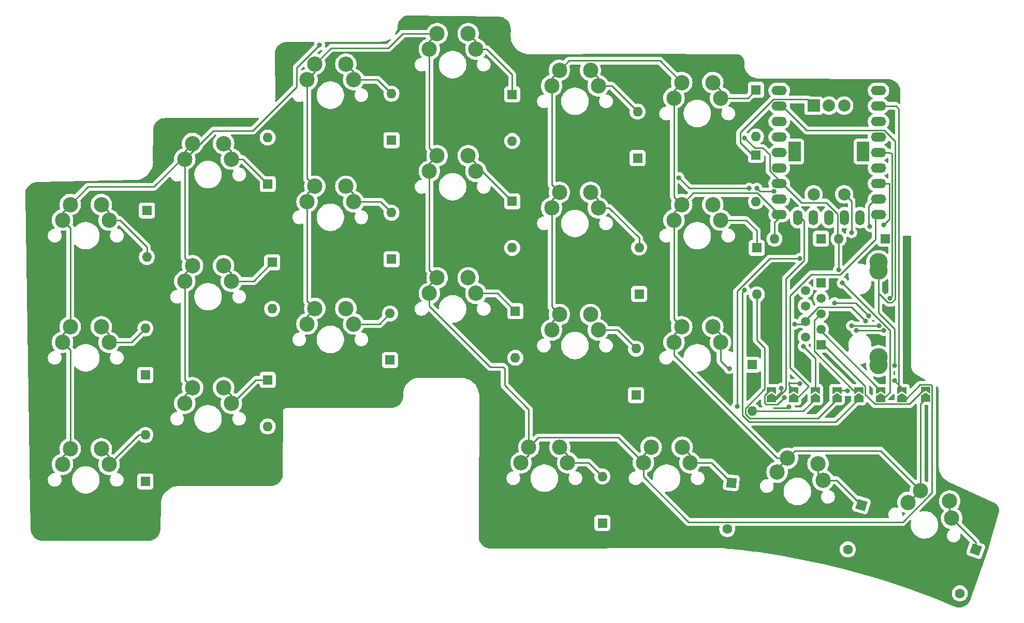
<source format=gbr>
%TF.GenerationSoftware,KiCad,Pcbnew,8.0.3*%
%TF.CreationDate,2024-07-10T08:52:34-07:00*%
%TF.ProjectId,Custom_KB_V1,43757374-6f6d-45f4-9b42-5f56312e6b69,rev?*%
%TF.SameCoordinates,Original*%
%TF.FileFunction,Copper,L2,Bot*%
%TF.FilePolarity,Positive*%
%FSLAX46Y46*%
G04 Gerber Fmt 4.6, Leading zero omitted, Abs format (unit mm)*
G04 Created by KiCad (PCBNEW 8.0.3) date 2024-07-10 08:52:34*
%MOMM*%
%LPD*%
G01*
G04 APERTURE LIST*
G04 Aperture macros list*
%AMHorizOval*
0 Thick line with rounded ends*
0 $1 width*
0 $2 $3 position (X,Y) of the first rounded end (center of the circle)*
0 $4 $5 position (X,Y) of the second rounded end (center of the circle)*
0 Add line between two ends*
20,1,$1,$2,$3,$4,$5,0*
0 Add two circle primitives to create the rounded ends*
1,1,$1,$2,$3*
1,1,$1,$4,$5*%
%AMRotRect*
0 Rectangle, with rotation*
0 The origin of the aperture is its center*
0 $1 length*
0 $2 width*
0 $3 Rotation angle, in degrees counterclockwise*
0 Add horizontal line*
21,1,$1,$2,0,0,$3*%
%AMFreePoly0*
4,1,6,1.000000,0.000000,0.500000,-0.750000,-0.500000,-0.750000,-0.500000,0.750000,0.500000,0.750000,1.000000,0.000000,1.000000,0.000000,$1*%
%AMFreePoly1*
4,1,6,0.500000,-0.750000,-0.650000,-0.750000,-0.150000,0.000000,-0.650000,0.750000,0.500000,0.750000,0.500000,-0.750000,0.500000,-0.750000,$1*%
G04 Aperture macros list end*
%TA.AperFunction,ComponentPad*%
%ADD10R,1.600000X1.600000*%
%TD*%
%TA.AperFunction,ComponentPad*%
%ADD11O,1.600000X1.600000*%
%TD*%
%TA.AperFunction,ComponentPad*%
%ADD12C,2.500000*%
%TD*%
%TA.AperFunction,ComponentPad*%
%ADD13C,3.000000*%
%TD*%
%TA.AperFunction,ComponentPad*%
%ADD14C,1.500000*%
%TD*%
%TA.AperFunction,ComponentPad*%
%ADD15R,1.500000X1.500000*%
%TD*%
%TA.AperFunction,ComponentPad*%
%ADD16RotRect,1.600000X1.600000X250.000000*%
%TD*%
%TA.AperFunction,ComponentPad*%
%ADD17HorizOval,1.600000X0.000000X0.000000X0.000000X0.000000X0*%
%TD*%
%TA.AperFunction,ComponentPad*%
%ADD18O,2.500000X1.500000*%
%TD*%
%TA.AperFunction,ComponentPad*%
%ADD19O,1.500000X2.500000*%
%TD*%
%TA.AperFunction,ComponentPad*%
%ADD20R,2.000000X2.000000*%
%TD*%
%TA.AperFunction,ComponentPad*%
%ADD21C,2.000000*%
%TD*%
%TA.AperFunction,ComponentPad*%
%ADD22R,2.000000X3.200000*%
%TD*%
%TA.AperFunction,ComponentPad*%
%ADD23RotRect,1.600000X1.600000X265.000000*%
%TD*%
%TA.AperFunction,ComponentPad*%
%ADD24HorizOval,1.600000X0.000000X0.000000X0.000000X0.000000X0*%
%TD*%
%TA.AperFunction,ComponentPad*%
%ADD25RotRect,1.600000X1.600000X253.000000*%
%TD*%
%TA.AperFunction,ComponentPad*%
%ADD26HorizOval,1.600000X0.000000X0.000000X0.000000X0.000000X0*%
%TD*%
%TA.AperFunction,SMDPad,CuDef*%
%ADD27FreePoly0,90.000000*%
%TD*%
%TA.AperFunction,SMDPad,CuDef*%
%ADD28FreePoly1,90.000000*%
%TD*%
%TA.AperFunction,ViaPad*%
%ADD29C,0.800000*%
%TD*%
%TA.AperFunction,ViaPad*%
%ADD30C,0.300000*%
%TD*%
%TA.AperFunction,Conductor*%
%ADD31C,0.250000*%
%TD*%
G04 APERTURE END LIST*
D10*
%TO.P,D10,1,K*%
%TO.N,Row2*%
X112000000Y-84120000D03*
D11*
%TO.P,D10,2,A*%
%TO.N,Net-(D10-A)*%
X112000000Y-76500000D03*
%TD*%
D12*
%TO.P,K4,1,1*%
%TO.N,Col2*%
X98190000Y-54710000D03*
X99460000Y-52170000D03*
%TO.P,K4,2,2*%
%TO.N,Net-(D4-A)*%
X104540000Y-52170000D03*
X105810000Y-54710000D03*
%TD*%
D10*
%TO.P,D14,1,K*%
%TO.N,Row3*%
X152000000Y-106370000D03*
D11*
%TO.P,D14,2,A*%
%TO.N,Net-(D14-A)*%
X152000000Y-98750000D03*
%TD*%
D12*
%TO.P,K11,1,1*%
%TO.N,Col3*%
X78190000Y-87710000D03*
X79460000Y-85170000D03*
%TO.P,K11,2,2*%
%TO.N,Net-(D11-K)*%
X84540000Y-85170000D03*
X85810000Y-87710000D03*
%TD*%
D13*
%TO.P,J1-Left1,SH*%
%TO.N,GND*%
X191650000Y-85905000D03*
X191650000Y-101445000D03*
D14*
%TO.P,J1-Left1,8*%
%TO.N,R-Row4*%
X179710000Y-89230000D03*
%TO.P,J1-Left1,7*%
%TO.N,R-Row3*%
X182250000Y-90500000D03*
%TO.P,J1-Left1,6*%
%TO.N,R-Row2*%
X179710000Y-91770000D03*
%TO.P,J1-Left1,5*%
%TO.N,R-Row1*%
X182250000Y-93040001D03*
%TO.P,J1-Left1,4*%
%TO.N,R-Fan*%
X179710000Y-94310000D03*
%TO.P,J1-Left1,3*%
%TO.N,R-Col3*%
X182250000Y-95580000D03*
%TO.P,J1-Left1,2*%
%TO.N,R-Col2*%
X179710000Y-96850000D03*
D15*
%TO.P,J1-Left1,1*%
%TO.N,R-Col1*%
X182250000Y-98120000D03*
%TD*%
D10*
%TO.P,D7,1,K*%
%TO.N,Net-(D7-K)*%
X171750000Y-82250000D03*
D11*
%TO.P,D7,2,A*%
%TO.N,Row2*%
X171750000Y-89870000D03*
%TD*%
D10*
%TO.P,D17,1,K*%
%TO.N,Net-(D17-K)*%
X91750000Y-103880000D03*
D11*
%TO.P,D17,2,A*%
%TO.N,Row3*%
X91750000Y-111500000D03*
%TD*%
D10*
%TO.P,D24,1,K*%
%TO.N,Net-(D24-K)*%
X182250000Y-80750000D03*
D11*
%TO.P,D24,2,A*%
%TO.N,Col1*%
X174630000Y-80750000D03*
%TD*%
D12*
%TO.P,K1,1,1*%
%TO.N,Col1*%
X158190000Y-57710000D03*
X159460000Y-55170000D03*
%TO.P,K1,2,2*%
%TO.N,Net-(D1-K)*%
X164540000Y-55170000D03*
X165810000Y-57710000D03*
%TD*%
%TO.P,K22,1,1*%
%TO.N,Col2*%
X133190000Y-117430000D03*
X134460000Y-114890000D03*
%TO.P,K22,2,2*%
%TO.N,Net-(D22-A)*%
X139540000Y-114890000D03*
X140810000Y-117430000D03*
%TD*%
D10*
%TO.P,D15,1,K*%
%TO.N,Net-(D15-K)*%
X132250000Y-92630000D03*
D11*
%TO.P,D15,2,A*%
%TO.N,Row3*%
X132250000Y-100250000D03*
%TD*%
D12*
%TO.P,K12,1,1*%
%TO.N,Col3*%
X58190000Y-97710000D03*
X59460000Y-95170000D03*
%TO.P,K12,2,2*%
%TO.N,Net-(D12-A)*%
X64540000Y-95170000D03*
X65810000Y-97710000D03*
%TD*%
%TO.P,K8,1,1*%
%TO.N,Col1*%
X138190000Y-75710000D03*
X139460000Y-73170000D03*
%TO.P,K8,2,2*%
%TO.N,Net-(D8-A)*%
X144540000Y-73170000D03*
X145810000Y-75710000D03*
%TD*%
%TO.P,K16,1,1*%
%TO.N,Col2*%
X98190000Y-94710000D03*
X99460000Y-92170000D03*
%TO.P,K16,2,2*%
%TO.N,Net-(D16-A)*%
X104540000Y-92170000D03*
X105810000Y-94710000D03*
%TD*%
%TO.P,K19,1,1*%
%TO.N,Col1*%
X196455733Y-123935714D03*
X198517877Y-121983261D03*
%TO.P,K19,2,2*%
%TO.N,Net-(D19-K)*%
X203291517Y-123720724D03*
X203616193Y-126541908D03*
%TD*%
D10*
%TO.P,D3,1,K*%
%TO.N,Net-(D3-K)*%
X131750000Y-57130000D03*
D11*
%TO.P,D3,2,A*%
%TO.N,Row1*%
X131750000Y-64750000D03*
%TD*%
D10*
%TO.P,D22,1,K*%
%TO.N,Fan*%
X146500000Y-127310000D03*
D11*
%TO.P,D22,2,A*%
%TO.N,Net-(D22-A)*%
X146500000Y-119690000D03*
%TD*%
D12*
%TO.P,K14,1,1*%
%TO.N,Col1*%
X138190000Y-95710000D03*
X139460000Y-93170000D03*
%TO.P,K14,2,2*%
%TO.N,Net-(D14-A)*%
X144540000Y-93170000D03*
X145810000Y-95710000D03*
%TD*%
%TO.P,K20,1,1*%
%TO.N,Col1*%
X175073273Y-118984085D03*
X176765045Y-116703207D03*
%TO.P,K20,2,2*%
%TO.N,Net-(D20-K)*%
X181767870Y-117585339D03*
X182577509Y-120307285D03*
%TD*%
D10*
%TO.P,D12,1,K*%
%TO.N,Row2*%
X71750000Y-103060000D03*
D11*
%TO.P,D12,2,A*%
%TO.N,Net-(D12-A)*%
X71750000Y-95440000D03*
%TD*%
D12*
%TO.P,K7,1,1*%
%TO.N,Col1*%
X158190000Y-77710000D03*
X159460000Y-75170000D03*
%TO.P,K7,2,2*%
%TO.N,Net-(D7-K)*%
X164540000Y-75170000D03*
X165810000Y-77710000D03*
%TD*%
%TO.P,K15,1,1*%
%TO.N,Col2*%
X118190000Y-89710000D03*
X119460000Y-87170000D03*
%TO.P,K15,2,2*%
%TO.N,Net-(D15-K)*%
X124540000Y-87170000D03*
X125810000Y-89710000D03*
%TD*%
D10*
%TO.P,D8,1,K*%
%TO.N,Row2*%
X152500000Y-89810000D03*
D11*
%TO.P,D8,2,A*%
%TO.N,Net-(D8-A)*%
X152500000Y-82190000D03*
%TD*%
D10*
%TO.P,D23,1,K*%
%TO.N,Net-(D23-K)*%
X171601579Y-67037631D03*
D11*
%TO.P,D23,2,A*%
%TO.N,Col2*%
X171601579Y-74657631D03*
%TD*%
D10*
%TO.P,D6,1,K*%
%TO.N,Row1*%
X72000000Y-76130000D03*
D11*
%TO.P,D6,2,A*%
%TO.N,Net-(D6-A)*%
X72000000Y-83750000D03*
%TD*%
D10*
%TO.P,D2,1,K*%
%TO.N,Row1*%
X152250000Y-67560000D03*
D11*
%TO.P,D2,2,A*%
%TO.N,Net-(D2-A)*%
X152250000Y-59940000D03*
%TD*%
D12*
%TO.P,K6,1,1*%
%TO.N,Col3*%
X58190000Y-77710000D03*
X59460000Y-75170000D03*
%TO.P,K6,2,2*%
%TO.N,Net-(D6-A)*%
X64540000Y-75170000D03*
X65810000Y-77710000D03*
%TD*%
%TO.P,K3,1,1*%
%TO.N,Col2*%
X118190000Y-49710000D03*
X119460000Y-47170000D03*
%TO.P,K3,2,2*%
%TO.N,Net-(D3-K)*%
X124540000Y-47170000D03*
X125810000Y-49710000D03*
%TD*%
%TO.P,K5,1,1*%
%TO.N,Col3*%
X78190000Y-67710000D03*
X79460000Y-65170000D03*
%TO.P,K5,2,2*%
%TO.N,Net-(D5-K)*%
X84540000Y-65170000D03*
X85810000Y-67710000D03*
%TD*%
%TO.P,K18,1,1*%
%TO.N,Col3*%
X58190000Y-117710000D03*
X59460000Y-115170000D03*
%TO.P,K18,2,2*%
%TO.N,Net-(D18-A)*%
X64540000Y-115170000D03*
X65810000Y-117710000D03*
%TD*%
D10*
%TO.P,D18,1,K*%
%TO.N,Row3*%
X71750000Y-120500000D03*
D11*
%TO.P,D18,2,A*%
%TO.N,Net-(D18-A)*%
X71750000Y-112880000D03*
%TD*%
D12*
%TO.P,K10,1,1*%
%TO.N,Col2*%
X98190000Y-74710000D03*
X99460000Y-72170000D03*
%TO.P,K10,2,2*%
%TO.N,Net-(D10-A)*%
X104540000Y-72170000D03*
X105810000Y-74710000D03*
%TD*%
D10*
%TO.P,D16,1,K*%
%TO.N,Row3*%
X111750000Y-100620000D03*
D11*
%TO.P,D16,2,A*%
%TO.N,Net-(D16-A)*%
X111750000Y-93000000D03*
%TD*%
D10*
%TO.P,D13,1,K*%
%TO.N,Net-(D13-K)*%
X171000000Y-101380000D03*
D11*
%TO.P,D13,2,A*%
%TO.N,Row3*%
X171000000Y-109000000D03*
%TD*%
D16*
%TO.P,D19,1,K*%
%TO.N,Net-(D19-K)*%
X207553096Y-131669771D03*
D17*
%TO.P,D19,2,A*%
%TO.N,Fan*%
X204946903Y-138830231D03*
%TD*%
D18*
%TO.P,U1,1,0*%
%TO.N,R-Col1*%
X191647772Y-56477748D03*
%TO.P,U1,2,1*%
%TO.N,R-Col2*%
X191647772Y-59017748D03*
%TO.P,U1,3,2*%
%TO.N,R-Col3*%
X191647772Y-61557748D03*
%TO.P,U1,4,3*%
%TO.N,R-Fan*%
X191647772Y-64097748D03*
%TO.P,U1,5,4*%
%TO.N,R-Row1*%
X191647772Y-66637748D03*
%TO.P,U1,6,5*%
%TO.N,R-Row2*%
X191647772Y-69177748D03*
%TO.P,U1,7,6*%
%TO.N,R-Row3*%
X191647772Y-71717748D03*
%TO.P,U1,8,7*%
%TO.N,R-Row4*%
X191647772Y-74257748D03*
%TO.P,U1,9,8*%
%TO.N,Row4*%
X191647772Y-76797748D03*
D19*
%TO.P,U1,10,9*%
%TO.N,unconnected-(U1-9-Pad10)*%
X188607772Y-77297748D03*
%TO.P,U1,11,10*%
%TO.N,unconnected-(U1-10-Pad11)*%
X186067772Y-77297748D03*
%TO.P,U1,12,11*%
%TO.N,unconnected-(U1-11-Pad12)*%
X183527772Y-77297748D03*
%TO.P,U1,13,12*%
%TO.N,unconnected-(U1-12-Pad13)*%
X180987772Y-77297748D03*
%TO.P,U1,14,13*%
%TO.N,Fan*%
X178447772Y-77297748D03*
D18*
%TO.P,U1,15,14*%
%TO.N,Col1*%
X175407772Y-76797748D03*
%TO.P,U1,16,15*%
%TO.N,Col2*%
X175407772Y-74257748D03*
%TO.P,U1,17,26*%
%TO.N,Col3*%
X175407772Y-71717748D03*
%TO.P,U1,18,27*%
%TO.N,Row3*%
X175407772Y-69177748D03*
%TO.P,U1,19,28*%
%TO.N,Row2*%
X175407772Y-66637748D03*
%TO.P,U1,20,29*%
%TO.N,Row1*%
X175407772Y-64097748D03*
%TO.P,U1,21,3V3*%
%TO.N,unconnected-(U1-3V3-Pad21)*%
X175407772Y-61557748D03*
%TO.P,U1,22,GND*%
%TO.N,GND*%
X175407772Y-59017748D03*
%TO.P,U1,23,5V*%
%TO.N,unconnected-(U1-5V-Pad23)*%
X175407772Y-56477748D03*
%TD*%
D20*
%TO.P,SW1,A,A*%
%TO.N,Net-(D23-K)*%
X181031251Y-58968777D03*
D21*
%TO.P,SW1,B,B*%
%TO.N,Net-(D25-K)*%
X186031251Y-58968777D03*
%TO.P,SW1,C,C*%
%TO.N,Row4*%
X183531251Y-58968777D03*
D22*
%TO.P,SW1,MP*%
%TO.N,N/C*%
X177931251Y-66468777D03*
X189131251Y-66468777D03*
D21*
%TO.P,SW1,S1,S1*%
%TO.N,Net-(D24-K)*%
X186031251Y-73468777D03*
%TO.P,SW1,S2,S2*%
%TO.N,Row4*%
X181031251Y-73468777D03*
%TD*%
D10*
%TO.P,D4,1,K*%
%TO.N,Row1*%
X112000000Y-64620000D03*
D11*
%TO.P,D4,2,A*%
%TO.N,Net-(D4-A)*%
X112000000Y-57000000D03*
%TD*%
D12*
%TO.P,K9,1,1*%
%TO.N,Col2*%
X118190000Y-69710000D03*
X119460000Y-67170000D03*
%TO.P,K9,2,2*%
%TO.N,Net-(D9-K)*%
X124540000Y-67170000D03*
X125810000Y-69710000D03*
%TD*%
%TO.P,K17,1,1*%
%TO.N,Col3*%
X78190000Y-107710000D03*
X79460000Y-105170000D03*
%TO.P,K17,2,2*%
%TO.N,Net-(D17-K)*%
X84540000Y-105170000D03*
X85810000Y-107710000D03*
%TD*%
D23*
%TO.P,D21,1,K*%
%TO.N,Net-(D21-K)*%
X167582063Y-120704498D03*
D24*
%TO.P,D21,2,A*%
%TO.N,Fan*%
X166917937Y-128295502D03*
%TD*%
D12*
%TO.P,K13,1,1*%
%TO.N,Col1*%
X158190000Y-97710000D03*
X159460000Y-95170000D03*
%TO.P,K13,2,2*%
%TO.N,Net-(D13-K)*%
X164540000Y-95170000D03*
X165810000Y-97710000D03*
%TD*%
%TO.P,K2,1,1*%
%TO.N,Col1*%
X138190000Y-55710000D03*
X139460000Y-53170000D03*
%TO.P,K2,2,2*%
%TO.N,Net-(D2-A)*%
X144540000Y-53170000D03*
X145810000Y-55710000D03*
%TD*%
D25*
%TO.P,D20,1,K*%
%TO.N,Net-(D20-K)*%
X188863935Y-124356478D03*
D26*
%TO.P,D20,2,A*%
%TO.N,Fan*%
X186636063Y-131643523D03*
%TD*%
D10*
%TO.P,D5,1,K*%
%TO.N,Net-(D5-K)*%
X91750000Y-71809999D03*
D11*
%TO.P,D5,2,A*%
%TO.N,Row1*%
X91750000Y-64189999D03*
%TD*%
D10*
%TO.P,D11,1,K*%
%TO.N,Net-(D11-K)*%
X92500000Y-84630000D03*
D11*
%TO.P,D11,2,A*%
%TO.N,Row2*%
X92500000Y-92250000D03*
%TD*%
D10*
%TO.P,D1,1,K*%
%TO.N,Net-(D1-K)*%
X171601579Y-56385383D03*
D11*
%TO.P,D1,2,A*%
%TO.N,Row1*%
X171601579Y-64005383D03*
%TD*%
D12*
%TO.P,K21,1,1*%
%TO.N,Col2*%
X153190000Y-117430000D03*
X154460000Y-114890000D03*
%TO.P,K21,2,2*%
%TO.N,Net-(D21-K)*%
X159540000Y-114890000D03*
X160810000Y-117430000D03*
%TD*%
D10*
%TO.P,D9,1,K*%
%TO.N,Net-(D9-K)*%
X131750000Y-74630000D03*
D11*
%TO.P,D9,2,A*%
%TO.N,Row2*%
X131750000Y-82250000D03*
%TD*%
D27*
%TO.P,JP1,1,A*%
%TO.N,Col1*%
X199324718Y-106951795D03*
D28*
%TO.P,JP1,2,B*%
%TO.N,R-Col1*%
X199324718Y-105501797D03*
%TD*%
D27*
%TO.P,JP2,1,A*%
%TO.N,Col2*%
X195499908Y-107000315D03*
D28*
%TO.P,JP2,2,B*%
%TO.N,R-Col2*%
X195499908Y-105550317D03*
%TD*%
D27*
%TO.P,JP4,1,A*%
%TO.N,Row1*%
X188399908Y-107000315D03*
D28*
%TO.P,JP4,2,B*%
%TO.N,R-Row1*%
X188399908Y-105550317D03*
%TD*%
D27*
%TO.P,JP7,1,A*%
%TO.N,Row4*%
X177749908Y-107000315D03*
D28*
%TO.P,JP7,2,B*%
%TO.N,R-Row4*%
X177749908Y-105550317D03*
%TD*%
D27*
%TO.P,JP8,1,A*%
%TO.N,Fan*%
X174130805Y-107047656D03*
D28*
%TO.P,JP8,2,B*%
%TO.N,R-Fan*%
X174130805Y-105597658D03*
%TD*%
D15*
%TO.P,J2-Right1,1*%
%TO.N,R-Col1*%
X182242588Y-87958580D03*
D14*
%TO.P,J2-Right1,2*%
%TO.N,R-Row4*%
X179702588Y-89228580D03*
%TO.P,J2-Right1,3*%
%TO.N,R-Row3*%
X182242588Y-90498580D03*
%TO.P,J2-Right1,4*%
%TO.N,R-Row2*%
X179702588Y-91768580D03*
%TO.P,J2-Right1,5*%
%TO.N,R-Row1*%
X182242588Y-93038579D03*
%TO.P,J2-Right1,6*%
%TO.N,R-Fan*%
X179702588Y-94308580D03*
%TO.P,J2-Right1,7*%
%TO.N,R-Col3*%
X182242588Y-95578580D03*
%TO.P,J2-Right1,8*%
%TO.N,R-Col2*%
X179702588Y-96848580D03*
D13*
%TO.P,J2-Right1,SH*%
%TO.N,GND*%
X191642588Y-84633580D03*
X191642588Y-100173580D03*
%TD*%
D10*
%TO.P,D25,1,K*%
%TO.N,Net-(D25-K)*%
X192750000Y-80750000D03*
D11*
%TO.P,D25,2,A*%
%TO.N,Col3*%
X185130000Y-80750000D03*
%TD*%
D27*
%TO.P,JP6,1,A*%
%TO.N,Row3*%
X181299908Y-107000315D03*
D28*
%TO.P,JP6,2,B*%
%TO.N,R-Row2*%
X181299908Y-105550317D03*
%TD*%
D27*
%TO.P,JP5,1,A*%
%TO.N,Row2*%
X184849908Y-107000315D03*
D28*
%TO.P,JP5,2,B*%
%TO.N,R-Row3*%
X184849908Y-105550317D03*
%TD*%
D27*
%TO.P,JP3,1,A*%
%TO.N,Col3*%
X191949908Y-107000315D03*
D28*
%TO.P,JP3,2,B*%
%TO.N,R-Col3*%
X191949908Y-105550317D03*
%TD*%
D29*
%TO.N,GND*%
X194250000Y-101500000D03*
%TO.N,Net-(D24-K)*%
X187250000Y-79750000D03*
D30*
%TO.N,Fan*%
X174500000Y-108500000D03*
D29*
X175762653Y-105262653D03*
X177000000Y-108275000D03*
%TO.N,Net-(D13-K)*%
X167250000Y-102000000D03*
%TO.N,Col2*%
X159000000Y-70750000D03*
X170475000Y-72500000D03*
X171750000Y-72500000D03*
X174557771Y-73021589D03*
%TO.N,R-Row3*%
X192497772Y-78500000D03*
%TO.N,R-Row1*%
X193500000Y-90500000D03*
X190060162Y-93404997D03*
X184463275Y-91238580D03*
%TO.N,R-Fan*%
X189525153Y-94249847D03*
%TO.N,R-Col3*%
X191737347Y-95012653D03*
X187250000Y-95000000D03*
%TO.N,R-Col1*%
X192487347Y-95762653D03*
X188000000Y-95750000D03*
%TO.N,R-Row4*%
X178750000Y-84000000D03*
X168500000Y-108250000D03*
X178748797Y-104501203D03*
%TO.N,R-Fan*%
X177902588Y-94750000D03*
X176250000Y-106750000D03*
%TO.N,R-Row3*%
X186602347Y-105647653D03*
%TO.N,R-Row2*%
X179352587Y-98397892D03*
%TO.N,R-Col2*%
X194250000Y-104000000D03*
%TO.N,Col3*%
X169750000Y-64250000D03*
X100250000Y-49000000D03*
X185112347Y-85862347D03*
X185750000Y-88000000D03*
%TO.N,Row1*%
X169750000Y-89145000D03*
%TO.N,R-Row4*%
X190250000Y-78750000D03*
%TD*%
D31*
%TO.N,Fan*%
X179475000Y-84305991D02*
X176500000Y-87280991D01*
X179475000Y-77824976D02*
X179475000Y-84305991D01*
X178447772Y-76797748D02*
X179475000Y-77824976D01*
%TO.N,Col1*%
X161380000Y-73250000D02*
X159460000Y-75170000D01*
X171863604Y-73250000D02*
X161380000Y-73250000D01*
X175411352Y-76797748D02*
X171863604Y-73250000D01*
X175907772Y-76797748D02*
X175411352Y-76797748D01*
%TO.N,GND*%
X194250000Y-95500000D02*
X194250000Y-101500000D01*
X191650000Y-92900000D02*
X194250000Y-95500000D01*
X191650000Y-85905000D02*
X191650000Y-92900000D01*
X193199695Y-91225000D02*
X191650000Y-89675305D01*
X193800305Y-91225000D02*
X193199695Y-91225000D01*
X194325000Y-90700305D02*
X193800305Y-91225000D01*
X194325000Y-64754696D02*
X194325000Y-90700305D01*
X191650000Y-89675305D02*
X191650000Y-85905000D01*
X192593052Y-63022748D02*
X194325000Y-64754696D01*
X175907772Y-59017748D02*
X179912772Y-63022748D01*
X179912772Y-63022748D02*
X192593052Y-63022748D01*
%TO.N,Net-(D24-K)*%
X187250000Y-74601552D02*
X187250000Y-79750000D01*
X186148481Y-73500033D02*
X187250000Y-74601552D01*
%TO.N,Net-(D23-K)*%
X169025000Y-63380240D02*
X169025000Y-65025000D01*
X174462492Y-57942748D02*
X169025000Y-63380240D01*
X180091196Y-57942748D02*
X174462492Y-57942748D01*
X181148481Y-59000033D02*
X180091196Y-57942748D01*
X169025000Y-65025000D02*
X171037631Y-67037631D01*
X171037631Y-67037631D02*
X171601579Y-67037631D01*
%TO.N,Fan*%
X176775000Y-108500000D02*
X174500000Y-108500000D01*
X177000000Y-108275000D02*
X176775000Y-108500000D01*
X175762653Y-105832502D02*
X175762653Y-105262653D01*
X174547499Y-107047656D02*
X175762653Y-105832502D01*
X174130805Y-107047656D02*
X174547499Y-107047656D01*
%TO.N,Net-(D10-A)*%
X110210000Y-74710000D02*
X112000000Y-76500000D01*
X105810000Y-74710000D02*
X110210000Y-74710000D01*
X105810000Y-73440000D02*
X105810000Y-74710000D01*
X104540000Y-72170000D02*
X105810000Y-73440000D01*
%TO.N,Net-(D4-A)*%
X109710000Y-54710000D02*
X112000000Y-57000000D01*
X105810000Y-54710000D02*
X109710000Y-54710000D01*
X105810000Y-53440000D02*
X105810000Y-54710000D01*
X104540000Y-52170000D02*
X105810000Y-53440000D01*
%TO.N,Net-(D14-A)*%
X148960000Y-95710000D02*
X152000000Y-98750000D01*
X145810000Y-95710000D02*
X148960000Y-95710000D01*
%TO.N,Net-(D13-K)*%
X167062233Y-102000000D02*
X167250000Y-102000000D01*
X165810000Y-100747767D02*
X167062233Y-102000000D01*
X165810000Y-97710000D02*
X165810000Y-100747767D01*
X165810000Y-96440000D02*
X165810000Y-97710000D01*
X164540000Y-95170000D02*
X165810000Y-96440000D01*
%TO.N,Net-(D19-K)*%
X207553096Y-130478811D02*
X207553096Y-131669771D01*
X203616193Y-126541908D02*
X207553096Y-130478811D01*
X203291517Y-123720724D02*
X203291517Y-126217232D01*
X203291517Y-126217232D02*
X203616193Y-126541908D01*
%TO.N,Net-(D20-K)*%
X184814742Y-120307285D02*
X188863935Y-124356478D01*
X182577509Y-120307285D02*
X184814742Y-120307285D01*
X181767870Y-117585339D02*
X181767870Y-119497646D01*
X181767870Y-119497646D02*
X182577509Y-120307285D01*
%TO.N,Net-(D21-K)*%
X164307565Y-117430000D02*
X167582063Y-120704498D01*
X160810000Y-117430000D02*
X164307565Y-117430000D01*
X160810000Y-116160000D02*
X160810000Y-117430000D01*
X159540000Y-114890000D02*
X160810000Y-116160000D01*
%TO.N,Net-(D22-A)*%
X144240000Y-117430000D02*
X146500000Y-119690000D01*
X140810000Y-117430000D02*
X144240000Y-117430000D01*
X140810000Y-116160000D02*
X140810000Y-117430000D01*
X139540000Y-114890000D02*
X140810000Y-116160000D01*
%TO.N,Net-(D11-K)*%
X85810000Y-87710000D02*
X89420000Y-87710000D01*
X89420000Y-87710000D02*
X92500000Y-84630000D01*
X85810000Y-86440000D02*
X85810000Y-87710000D01*
X84540000Y-85170000D02*
X85810000Y-86440000D01*
%TO.N,Net-(D17-K)*%
X89790000Y-103880000D02*
X91750000Y-103880000D01*
X85960000Y-107710000D02*
X89790000Y-103880000D01*
X85810000Y-107710000D02*
X85960000Y-107710000D01*
X84540000Y-105170000D02*
X85810000Y-106440000D01*
X85810000Y-106440000D02*
X85810000Y-107710000D01*
%TO.N,Net-(D18-A)*%
X70640000Y-112880000D02*
X71750000Y-112880000D01*
X65810000Y-117710000D02*
X70640000Y-112880000D01*
X65810000Y-116440000D02*
X65810000Y-117710000D01*
X64540000Y-115170000D02*
X65810000Y-116440000D01*
%TO.N,Net-(D12-A)*%
X69480000Y-97710000D02*
X71750000Y-95440000D01*
X65810000Y-97710000D02*
X69480000Y-97710000D01*
X65810000Y-96440000D02*
X65810000Y-97710000D01*
X64540000Y-95170000D02*
X65810000Y-96440000D01*
%TO.N,Net-(D6-A)*%
X67577766Y-77710000D02*
X72000000Y-82132234D01*
X72000000Y-82132234D02*
X72000000Y-83750000D01*
X65810000Y-77710000D02*
X67577766Y-77710000D01*
X65810000Y-76440000D02*
X65810000Y-77710000D01*
X64540000Y-75170000D02*
X65810000Y-76440000D01*
%TO.N,Net-(D5-K)*%
X87650001Y-67710000D02*
X91750000Y-71809999D01*
X85810000Y-67710000D02*
X87650001Y-67710000D01*
X85810000Y-66440000D02*
X85810000Y-67710000D01*
X84540000Y-65170000D02*
X85810000Y-66440000D01*
%TO.N,Net-(D16-A)*%
X105810000Y-94710000D02*
X110040000Y-94710000D01*
X110040000Y-94710000D02*
X111750000Y-93000000D01*
%TO.N,Net-(D15-K)*%
X129330000Y-89710000D02*
X132250000Y-92630000D01*
X125810000Y-89710000D02*
X129330000Y-89710000D01*
%TO.N,Net-(D9-K)*%
X126830000Y-69710000D02*
X131750000Y-74630000D01*
X125810000Y-69710000D02*
X126830000Y-69710000D01*
X125810000Y-68440000D02*
X125810000Y-69710000D01*
X124540000Y-67170000D02*
X125810000Y-68440000D01*
%TO.N,Net-(D3-K)*%
X127577766Y-49710000D02*
X131750000Y-53882234D01*
X131750000Y-53882234D02*
X131750000Y-57130000D01*
X125810000Y-49710000D02*
X127577766Y-49710000D01*
X125810000Y-48440000D02*
X125810000Y-49710000D01*
X124540000Y-47170000D02*
X125810000Y-48440000D01*
%TO.N,Net-(D1-K)*%
X170276962Y-57710000D02*
X171601579Y-56385383D01*
X165810000Y-57710000D02*
X170276962Y-57710000D01*
X165810000Y-56440000D02*
X165810000Y-57710000D01*
X164540000Y-55170000D02*
X165810000Y-56440000D01*
%TO.N,Net-(D2-A)*%
X148020000Y-55710000D02*
X152250000Y-59940000D01*
X145810000Y-55710000D02*
X148020000Y-55710000D01*
X145810000Y-54440000D02*
X145810000Y-55710000D01*
X144540000Y-53170000D02*
X145810000Y-54440000D01*
%TO.N,Net-(D8-A)*%
X145810000Y-74440000D02*
X145810000Y-75710000D01*
X144540000Y-73170000D02*
X145810000Y-74440000D01*
X152500000Y-80632234D02*
X152500000Y-82190000D01*
X147577766Y-75710000D02*
X152500000Y-80632234D01*
X145810000Y-75710000D02*
X147577766Y-75710000D01*
%TO.N,Net-(D7-K)*%
X169999009Y-77710000D02*
X171750000Y-79460991D01*
X165810000Y-77710000D02*
X169999009Y-77710000D01*
X171750000Y-79460991D02*
X171750000Y-82250000D01*
%TO.N,Col2*%
X170475000Y-72500000D02*
X160750000Y-72500000D01*
X160750000Y-72500000D02*
X159000000Y-70750000D01*
X172271589Y-73021589D02*
X171750000Y-72500000D01*
X174557771Y-73021589D02*
X172271589Y-73021589D01*
%TO.N,R-Row3*%
X191180024Y-71750000D02*
X191147772Y-71717748D01*
X193425000Y-71750000D02*
X191180024Y-71750000D01*
X193425000Y-77572772D02*
X193425000Y-71750000D01*
X192497772Y-78500000D02*
X193425000Y-77572772D01*
%TO.N,R-Row1*%
X193387748Y-66637748D02*
X191147772Y-66637748D01*
X193750000Y-66750000D02*
X193500000Y-66750000D01*
X193875000Y-90125000D02*
X193875000Y-66875000D01*
X193500000Y-66750000D02*
X193387748Y-66637748D01*
X193500000Y-90500000D02*
X193875000Y-90125000D01*
X193875000Y-66875000D02*
X193750000Y-66750000D01*
X184463275Y-91238580D02*
X187893745Y-91238580D01*
X187893745Y-91238580D02*
X190060162Y-93404997D01*
%TO.N,R-Fan*%
X181797308Y-91963579D02*
X179702588Y-94058299D01*
X179702588Y-94058299D02*
X179702588Y-94308580D01*
X187238885Y-91963579D02*
X181797308Y-91963579D01*
X189525153Y-94249847D02*
X187238885Y-91963579D01*
%TO.N,R-Col3*%
X191724694Y-95000000D02*
X191737347Y-95012653D01*
X187250000Y-95000000D02*
X191724694Y-95000000D01*
%TO.N,R-Col1*%
X188000000Y-95750000D02*
X192474694Y-95750000D01*
X192474694Y-95750000D02*
X192487347Y-95762653D01*
%TO.N,R-Row4*%
X168500000Y-89369695D02*
X173869695Y-84000000D01*
X168500000Y-108250000D02*
X168500000Y-89369695D01*
X178627587Y-104379993D02*
X178748797Y-104501203D01*
X177129993Y-104379993D02*
X178627587Y-104379993D01*
X177000000Y-104250000D02*
X177129993Y-104379993D01*
X177000000Y-104800409D02*
X177000000Y-104250000D01*
X173869695Y-84000000D02*
X178750000Y-84000000D01*
X177749908Y-105550317D02*
X177000000Y-104800409D01*
X177749908Y-105550317D02*
X177749908Y-105257673D01*
%TO.N,Row4*%
X177177588Y-90072412D02*
X177177588Y-101904689D01*
X185412653Y-86587347D02*
X180662653Y-86587347D01*
X191147772Y-80852228D02*
X185412653Y-86587347D01*
X180662653Y-86587347D02*
X177177588Y-90072412D01*
X177177588Y-101904689D02*
X180219908Y-104947009D01*
X180219908Y-104947009D02*
X178166602Y-107000315D01*
X191147772Y-76797748D02*
X191147772Y-80852228D01*
X178166602Y-107000315D02*
X177749908Y-107000315D01*
%TO.N,R-Fan*%
X179261168Y-94750000D02*
X179702588Y-94308580D01*
X177902588Y-94750000D02*
X179261168Y-94750000D01*
X173244113Y-107877656D02*
X175122344Y-107877656D01*
X173050805Y-106410963D02*
X173050805Y-107684348D01*
X173050805Y-107684348D02*
X173244113Y-107877656D01*
X173864110Y-105597658D02*
X173050805Y-106410963D01*
X175122344Y-107877656D02*
X176250000Y-106750000D01*
X174130805Y-105597658D02*
X173864110Y-105597658D01*
%TO.N,R-Row3*%
X186505011Y-105550317D02*
X186602347Y-105647653D01*
X184849908Y-105550317D02*
X186505011Y-105550317D01*
%TO.N,R-Row2*%
X181299908Y-100345213D02*
X179352587Y-98397892D01*
X181299908Y-105550317D02*
X181299908Y-100345213D01*
%TO.N,R-Row1*%
X181167588Y-94113579D02*
X182242588Y-93038579D01*
X181167588Y-99187588D02*
X181167588Y-94113579D01*
X187530317Y-105550317D02*
X181167588Y-99187588D01*
X188399908Y-105550317D02*
X187530317Y-105550317D01*
%TO.N,R-Col3*%
X182250000Y-95868428D02*
X182250000Y-95580000D01*
X191931889Y-105550317D02*
X182250000Y-95868428D01*
X191949908Y-105550317D02*
X191931889Y-105550317D01*
%TO.N,R-Col2*%
X195499908Y-105249908D02*
X194250000Y-104000000D01*
X195499908Y-105550317D02*
X195499908Y-105249908D01*
%TO.N,R-Col1*%
X182686283Y-98120000D02*
X182250000Y-98120000D01*
X191063216Y-107830315D02*
X189479908Y-106247007D01*
X189479908Y-104913625D02*
X182686283Y-98120000D01*
X196729505Y-107830315D02*
X191063216Y-107830315D01*
X199058023Y-105501797D02*
X196729505Y-107830315D01*
X199324718Y-105501797D02*
X199058023Y-105501797D01*
X189479908Y-106247007D02*
X189479908Y-104913625D01*
%TO.N,Col1*%
X174630000Y-78075520D02*
X175907772Y-76797748D01*
X174630000Y-80750000D02*
X174630000Y-78075520D01*
%TO.N,Col2*%
X153190000Y-119770000D02*
X153190000Y-117430000D01*
X160558168Y-127138168D02*
X153190000Y-119770000D01*
X195590357Y-127138168D02*
X160558168Y-127138168D01*
X200404718Y-104865105D02*
X200404718Y-122323807D01*
X200211410Y-104671797D02*
X200404718Y-104865105D01*
X200404718Y-122323807D02*
X195590357Y-127138168D01*
X198438026Y-104671797D02*
X200211410Y-104671797D01*
X196109508Y-107000315D02*
X198438026Y-104671797D01*
X195499908Y-107000315D02*
X196109508Y-107000315D01*
%TO.N,Col3*%
X173832772Y-69642748D02*
X175907772Y-71717748D01*
X173832772Y-67018824D02*
X173832772Y-69642748D01*
X172726579Y-65912631D02*
X173832772Y-67018824D01*
X169750000Y-64250000D02*
X171412631Y-65912631D01*
X171412631Y-65912631D02*
X172726579Y-65912631D01*
X96500000Y-52750000D02*
X100250000Y-49000000D01*
X96500000Y-55878765D02*
X96500000Y-52750000D01*
X89313766Y-63064999D02*
X96500000Y-55878765D01*
X82835001Y-63064999D02*
X89313766Y-63064999D01*
X78190000Y-67710000D02*
X82835001Y-63064999D01*
X183075337Y-74825033D02*
X179015057Y-74825033D01*
X184992772Y-76742468D02*
X183075337Y-74825033D01*
X179015057Y-74825033D02*
X175907772Y-71717748D01*
X184992772Y-80612772D02*
X184992772Y-76742468D01*
X185130000Y-85844694D02*
X185130000Y-80750000D01*
X185112347Y-85862347D02*
X185130000Y-85844694D01*
X193475000Y-105891917D02*
X193475000Y-95725000D01*
X193475000Y-95725000D02*
X185750000Y-88000000D01*
X192366602Y-107000315D02*
X193475000Y-105891917D01*
X191949908Y-107000315D02*
X192366602Y-107000315D01*
%TO.N,Row2*%
X171750000Y-89870000D02*
X171750000Y-97347767D01*
X171750000Y-97347767D02*
X173050805Y-98648572D01*
X173050805Y-98648572D02*
X173050805Y-105358204D01*
X170534009Y-110125000D02*
X181725223Y-110125000D01*
X181725223Y-110125000D02*
X184849908Y-107000315D01*
X169875000Y-109465991D02*
X170534009Y-110125000D01*
X169875000Y-108534009D02*
X169875000Y-109465991D01*
X173050805Y-105358204D02*
X169875000Y-108534009D01*
%TO.N,Col2*%
X111500000Y-49500000D02*
X102130000Y-49500000D01*
X134460000Y-116160000D02*
X134460000Y-114890000D01*
X154460000Y-114890000D02*
X153190000Y-116160000D01*
X118190000Y-85900000D02*
X119460000Y-87170000D01*
X118190000Y-91798757D02*
X128141243Y-101750000D01*
X119460000Y-67170000D02*
X118190000Y-68440000D01*
X119460000Y-47170000D02*
X113830000Y-47170000D01*
X133190000Y-117430000D02*
X134460000Y-116160000D01*
X98190000Y-74710000D02*
X98190000Y-90900000D01*
X98190000Y-90900000D02*
X99460000Y-92170000D01*
X153190000Y-116160000D02*
X153190000Y-117430000D01*
X99460000Y-92170000D02*
X98190000Y-93440000D01*
X130500000Y-104750000D02*
X134460000Y-108710000D01*
X98190000Y-73440000D02*
X98190000Y-74710000D01*
X118190000Y-65900000D02*
X119460000Y-67170000D01*
X113830000Y-47170000D02*
X111500000Y-49500000D01*
X130250000Y-101750000D02*
X130500000Y-102000000D01*
X99460000Y-72170000D02*
X98190000Y-73440000D01*
X118190000Y-88440000D02*
X118190000Y-89710000D01*
X98190000Y-93440000D02*
X98190000Y-94710000D01*
X118190000Y-68440000D02*
X118190000Y-69710000D01*
X118190000Y-69710000D02*
X118190000Y-85900000D01*
X134460000Y-108710000D02*
X134460000Y-114890000D01*
X118190000Y-48440000D02*
X118190000Y-49710000D01*
X130500000Y-102000000D02*
X130500000Y-104750000D01*
X98190000Y-70900000D02*
X99460000Y-72170000D01*
X99460000Y-52170000D02*
X99460000Y-53440000D01*
X136035000Y-113315000D02*
X149075000Y-113315000D01*
X119460000Y-47170000D02*
X118190000Y-48440000D01*
X119460000Y-87170000D02*
X118190000Y-88440000D01*
X99460000Y-53440000D02*
X98190000Y-54710000D01*
X134460000Y-114890000D02*
X136035000Y-113315000D01*
X149075000Y-113315000D02*
X153190000Y-117430000D01*
X118190000Y-89710000D02*
X118190000Y-91798757D01*
X102130000Y-49500000D02*
X99460000Y-52170000D01*
X128141243Y-101750000D02*
X130250000Y-101750000D01*
X118190000Y-49710000D02*
X118190000Y-65900000D01*
X98190000Y-54710000D02*
X98190000Y-70900000D01*
%TO.N,Col3*%
X78190000Y-66440000D02*
X78190000Y-67710000D01*
X59460000Y-75170000D02*
X62380000Y-72250000D01*
X73152233Y-72250000D02*
X77692233Y-67710000D01*
X59460000Y-98980000D02*
X58190000Y-97710000D01*
X58190000Y-116440000D02*
X58190000Y-117710000D01*
X78190000Y-86440000D02*
X78190000Y-87710000D01*
X58190000Y-76440000D02*
X58190000Y-77710000D01*
X78190000Y-106440000D02*
X78190000Y-107710000D01*
X59460000Y-95170000D02*
X59460000Y-78980000D01*
X79460000Y-65170000D02*
X78190000Y-66440000D01*
X78190000Y-83900000D02*
X79460000Y-85170000D01*
X59460000Y-115170000D02*
X58190000Y-116440000D01*
X59460000Y-78980000D02*
X58190000Y-77710000D01*
X77692233Y-67710000D02*
X78190000Y-67710000D01*
X78190000Y-67710000D02*
X78190000Y-83900000D01*
X59460000Y-95170000D02*
X58190000Y-96440000D01*
X78190000Y-103900000D02*
X79460000Y-105170000D01*
X59460000Y-115170000D02*
X59460000Y-98980000D01*
X79460000Y-105170000D02*
X78190000Y-106440000D01*
X58190000Y-96440000D02*
X58190000Y-97710000D01*
X78190000Y-87710000D02*
X78190000Y-103900000D01*
X79460000Y-85170000D02*
X78190000Y-86440000D01*
X59460000Y-75170000D02*
X58190000Y-76440000D01*
X62380000Y-72250000D02*
X73152233Y-72250000D01*
%TO.N,Col1*%
X138190000Y-55710000D02*
X138190000Y-71900000D01*
X159460000Y-95170000D02*
X158190000Y-96440000D01*
X158190000Y-57710000D02*
X158190000Y-73900000D01*
X175094450Y-116703207D02*
X176765045Y-116703207D01*
X159460000Y-75170000D02*
X158190000Y-76440000D01*
X191987824Y-115453208D02*
X198517877Y-121983261D01*
X158190000Y-56440000D02*
X158190000Y-57710000D01*
X138190000Y-71900000D02*
X139460000Y-73170000D01*
X198517877Y-107758636D02*
X199324718Y-106951795D01*
X158190000Y-77710000D02*
X158190000Y-93900000D01*
X139460000Y-73170000D02*
X138190000Y-74440000D01*
X159460000Y-55170000D02*
X158190000Y-56440000D01*
X141035000Y-51595000D02*
X139460000Y-53170000D01*
X139460000Y-93170000D02*
X138190000Y-94440000D01*
X158190000Y-93900000D02*
X159460000Y-95170000D01*
X138190000Y-94440000D02*
X138190000Y-95710000D01*
X139460000Y-53170000D02*
X138190000Y-54440000D01*
X138190000Y-75710000D02*
X138190000Y-91900000D01*
X158190000Y-76440000D02*
X158190000Y-77710000D01*
X159460000Y-55170000D02*
X155885000Y-51595000D01*
X158190000Y-97710000D02*
X158190000Y-99798757D01*
X158190000Y-73900000D02*
X159460000Y-75170000D01*
X155885000Y-51595000D02*
X141035000Y-51595000D01*
X176765045Y-116703207D02*
X178015044Y-115453208D01*
X138190000Y-91900000D02*
X139460000Y-93170000D01*
X158190000Y-96440000D02*
X158190000Y-97710000D01*
X198408186Y-121983261D02*
X198517877Y-121983261D01*
X178015044Y-115453208D02*
X191987824Y-115453208D01*
X138190000Y-54440000D02*
X138190000Y-55710000D01*
X198517877Y-121983261D02*
X198517877Y-107758636D01*
X158190000Y-99798757D02*
X175094450Y-116703207D01*
X138190000Y-74440000D02*
X138190000Y-75710000D01*
X175073273Y-118394979D02*
X175073273Y-118984085D01*
X176765045Y-116703207D02*
X175073273Y-118394979D01*
X196455733Y-123935714D02*
X198408186Y-121983261D01*
%TO.N,Row3*%
X171000000Y-109000000D02*
X179300223Y-109000000D01*
X179300223Y-109000000D02*
X181299908Y-107000315D01*
%TO.N,Net-(D24-K)*%
X182565000Y-81215991D02*
X182565000Y-80284009D01*
%TO.N,Fan*%
X174130805Y-107047656D02*
X174885805Y-107047656D01*
X176500000Y-105433461D02*
X176500000Y-87280991D01*
X174885805Y-107047656D02*
X176500000Y-105433461D01*
%TO.N,Row1*%
X169425000Y-89470000D02*
X169425000Y-109652387D01*
X169750000Y-89145000D02*
X169425000Y-89470000D01*
X184650223Y-110750000D02*
X188399908Y-107000315D01*
X170522613Y-110750000D02*
X184650223Y-110750000D01*
X169425000Y-109652387D02*
X170522613Y-110750000D01*
%TO.N,R-Col2*%
X195499908Y-105550317D02*
X194994908Y-105045317D01*
X194500000Y-59000000D02*
X194482252Y-59017748D01*
X194994908Y-105045317D02*
X194994908Y-59494908D01*
X194994908Y-59494908D02*
X194500000Y-59000000D01*
X194482252Y-59017748D02*
X191147772Y-59017748D01*
%TO.N,R-Row4*%
X190250000Y-78750000D02*
X190072772Y-78572772D01*
X190072772Y-78572772D02*
X190072772Y-75332748D01*
X190072772Y-75332748D02*
X191147772Y-74257748D01*
%TD*%
%TA.AperFunction,NonConductor*%
G36*
X111819534Y-48080155D02*
G01*
X111862713Y-48135085D01*
X111869340Y-48204640D01*
X111837311Y-48266736D01*
X111835267Y-48268828D01*
X111273915Y-48830181D01*
X111212592Y-48863666D01*
X111186234Y-48866500D01*
X102067601Y-48866500D01*
X101945222Y-48890843D01*
X101945214Y-48890845D01*
X101829927Y-48938598D01*
X101829918Y-48938603D01*
X101726167Y-49007928D01*
X101726163Y-49007931D01*
X101315937Y-49418157D01*
X101254614Y-49451642D01*
X101184922Y-49446658D01*
X101128989Y-49404786D01*
X101104572Y-49339322D01*
X101110324Y-49292159D01*
X101143542Y-49189928D01*
X101163504Y-49000000D01*
X101143542Y-48810072D01*
X101101268Y-48679969D01*
X101099274Y-48610132D01*
X101135354Y-48550299D01*
X101198054Y-48519470D01*
X101218865Y-48517654D01*
X110087430Y-48494067D01*
X110092880Y-48494173D01*
X110164799Y-48497157D01*
X110238071Y-48500197D01*
X110238072Y-48500196D01*
X110238076Y-48500197D01*
X110557275Y-48477441D01*
X110871869Y-48418820D01*
X111177842Y-48325082D01*
X111471286Y-48197426D01*
X111685609Y-48073746D01*
X111753512Y-48057289D01*
X111819534Y-48080155D01*
G37*
%TD.AperFunction*%
%TA.AperFunction,NonConductor*%
G36*
X100664034Y-49902200D02*
G01*
X100694865Y-49964899D01*
X100686904Y-50034314D01*
X100660363Y-50073731D01*
X100234463Y-50499631D01*
X100173140Y-50533116D01*
X100109087Y-50528535D01*
X100108687Y-50529835D01*
X99928844Y-50474361D01*
X99870585Y-50435791D01*
X99842428Y-50371846D01*
X99853311Y-50302829D01*
X99877707Y-50268195D01*
X100201087Y-49944816D01*
X100262408Y-49911334D01*
X100288766Y-49908500D01*
X100345487Y-49908500D01*
X100375126Y-49902200D01*
X100532288Y-49868794D01*
X100532293Y-49868791D01*
X100534358Y-49868121D01*
X100535626Y-49868084D01*
X100538645Y-49867443D01*
X100538762Y-49867994D01*
X100604199Y-49866122D01*
X100664034Y-49902200D01*
G37*
%TD.AperFunction*%
%TA.AperFunction,NonConductor*%
G36*
X97688040Y-52560377D02*
G01*
X97743973Y-52602249D01*
X97765597Y-52648966D01*
X97774417Y-52687606D01*
X97774913Y-52689780D01*
X97774915Y-52689785D01*
X97833916Y-52840117D01*
X97840085Y-52909714D01*
X97807647Y-52971597D01*
X97755038Y-53003910D01*
X97545745Y-53068468D01*
X97311302Y-53181371D01*
X97242360Y-53192723D01*
X97178226Y-53165001D01*
X97139260Y-53107006D01*
X97133500Y-53069651D01*
X97133500Y-53063765D01*
X97153185Y-52996726D01*
X97169815Y-52976088D01*
X97557025Y-52588877D01*
X97618348Y-52555393D01*
X97688040Y-52560377D01*
G37*
%TD.AperFunction*%
%TA.AperFunction,NonConductor*%
G36*
X99345884Y-48542321D02*
G01*
X99391779Y-48595003D01*
X99401906Y-48664135D01*
X99397053Y-48685132D01*
X99376403Y-48748687D01*
X99356458Y-48810072D01*
X99342949Y-48938603D01*
X99339019Y-48975996D01*
X99312434Y-49040610D01*
X99303379Y-49050715D01*
X96897347Y-51456749D01*
X96096167Y-52257929D01*
X96053107Y-52300989D01*
X96007927Y-52346168D01*
X95938603Y-52449918D01*
X95938598Y-52449927D01*
X95890845Y-52565214D01*
X95890843Y-52565222D01*
X95866500Y-52687601D01*
X95866500Y-55564997D01*
X95846815Y-55632036D01*
X95830181Y-55652678D01*
X93183518Y-58299340D01*
X93122195Y-58332825D01*
X93052503Y-58327841D01*
X92996570Y-58285969D01*
X92972153Y-58220505D01*
X92972159Y-58202729D01*
X92972508Y-58197893D01*
X92984830Y-58027243D01*
X92983122Y-57974952D01*
X92979961Y-57878134D01*
X92979898Y-57874935D01*
X92977029Y-57455612D01*
X92931284Y-50769057D01*
X92933164Y-50746683D01*
X92934745Y-50737720D01*
X92931190Y-50697088D01*
X92930724Y-50687173D01*
X92930445Y-50646384D01*
X92930444Y-50646379D01*
X92929328Y-50638326D01*
X92930146Y-50638212D01*
X92927933Y-50623099D01*
X92927091Y-50584522D01*
X92923546Y-50421994D01*
X92924254Y-50405794D01*
X92924255Y-50405785D01*
X92950601Y-50165217D01*
X92953411Y-50149275D01*
X93010944Y-49914157D01*
X93015809Y-49898728D01*
X93103531Y-49673151D01*
X93110374Y-49658475D01*
X93226798Y-49446259D01*
X93235490Y-49432617D01*
X93378600Y-49237438D01*
X93389023Y-49225016D01*
X93556383Y-49050185D01*
X93568330Y-49039238D01*
X93757080Y-48887749D01*
X93770350Y-48878457D01*
X93977261Y-48752897D01*
X93991623Y-48745420D01*
X94213161Y-48647938D01*
X94228379Y-48642399D01*
X94460734Y-48574670D01*
X94476559Y-48571161D01*
X94702526Y-48536378D01*
X94721054Y-48534936D01*
X99278793Y-48522814D01*
X99345884Y-48542321D01*
G37*
%TD.AperFunction*%
%TA.AperFunction,NonConductor*%
G36*
X194271021Y-59670933D02*
G01*
X194291663Y-59687567D01*
X194325089Y-59720993D01*
X194358574Y-59782316D01*
X194361408Y-59808674D01*
X194361408Y-63595837D01*
X194341723Y-63662876D01*
X194288919Y-63708631D01*
X194219761Y-63718575D01*
X194156205Y-63689550D01*
X194149727Y-63683518D01*
X193063439Y-62597230D01*
X193029954Y-62535907D01*
X193034938Y-62466215D01*
X193063439Y-62421867D01*
X193107702Y-62377606D01*
X193224138Y-62217346D01*
X193314070Y-62040845D01*
X193375284Y-61852448D01*
X193387286Y-61776671D01*
X193406272Y-61656799D01*
X193406272Y-61458696D01*
X193375284Y-61263047D01*
X193325274Y-61109133D01*
X193314070Y-61074651D01*
X193314068Y-61074648D01*
X193314068Y-61074646D01*
X193259287Y-60967133D01*
X193224138Y-60898150D01*
X193107702Y-60737890D01*
X192967630Y-60597818D01*
X192807370Y-60481382D01*
X192644180Y-60398232D01*
X192593385Y-60350258D01*
X192576590Y-60282437D01*
X192599127Y-60216302D01*
X192644181Y-60177263D01*
X192807370Y-60094114D01*
X192967630Y-59977678D01*
X193107702Y-59837606D01*
X193205962Y-59702362D01*
X193261292Y-59659697D01*
X193306280Y-59651248D01*
X194203982Y-59651248D01*
X194271021Y-59670933D01*
G37*
%TD.AperFunction*%
%TA.AperFunction,NonConductor*%
G36*
X173772395Y-59631261D02*
G01*
X173828328Y-59673133D01*
X173829379Y-59674557D01*
X173874781Y-59737047D01*
X173947842Y-59837606D01*
X174087914Y-59977678D01*
X174248174Y-60094114D01*
X174309258Y-60125238D01*
X174411362Y-60177263D01*
X174462158Y-60225238D01*
X174478953Y-60293059D01*
X174456415Y-60359194D01*
X174411362Y-60398233D01*
X174248173Y-60481382D01*
X174203890Y-60513556D01*
X174087914Y-60597818D01*
X174087912Y-60597820D01*
X174087911Y-60597820D01*
X173947844Y-60737887D01*
X173947844Y-60737888D01*
X173947842Y-60737890D01*
X173914123Y-60784300D01*
X173831406Y-60898149D01*
X173741475Y-61074646D01*
X173680259Y-61263047D01*
X173649272Y-61458696D01*
X173649272Y-61656799D01*
X173680259Y-61852448D01*
X173741475Y-62040849D01*
X173831406Y-62217346D01*
X173947842Y-62377606D01*
X174087914Y-62517678D01*
X174248174Y-62634114D01*
X174345599Y-62683755D01*
X174411362Y-62717263D01*
X174462158Y-62765238D01*
X174478953Y-62833059D01*
X174456415Y-62899194D01*
X174411362Y-62938233D01*
X174248173Y-63021382D01*
X174156739Y-63087813D01*
X174087914Y-63137818D01*
X174087912Y-63137820D01*
X174087911Y-63137820D01*
X173947844Y-63277887D01*
X173947844Y-63277888D01*
X173947842Y-63277890D01*
X173898579Y-63345694D01*
X173831406Y-63438149D01*
X173741475Y-63614646D01*
X173680259Y-63803047D01*
X173649272Y-63998696D01*
X173649272Y-64196799D01*
X173680259Y-64392448D01*
X173741475Y-64580849D01*
X173829985Y-64754558D01*
X173831406Y-64757346D01*
X173947842Y-64917606D01*
X174087914Y-65057678D01*
X174248174Y-65174114D01*
X174318182Y-65209785D01*
X174411362Y-65257263D01*
X174462158Y-65305238D01*
X174478953Y-65373059D01*
X174456415Y-65439194D01*
X174411362Y-65478233D01*
X174248173Y-65561382D01*
X174175709Y-65614031D01*
X174087914Y-65677818D01*
X174087912Y-65677820D01*
X174087911Y-65677820D01*
X173947841Y-65817890D01*
X173856396Y-65943752D01*
X173801066Y-65986417D01*
X173731452Y-65992395D01*
X173669658Y-65959788D01*
X173668398Y-65958546D01*
X173130415Y-65420562D01*
X173130411Y-65420559D01*
X173026660Y-65351234D01*
X173026651Y-65351229D01*
X172911364Y-65303476D01*
X172911356Y-65303474D01*
X172788977Y-65279131D01*
X172788973Y-65279131D01*
X172457055Y-65279131D01*
X172390016Y-65259446D01*
X172344261Y-65206642D01*
X172334317Y-65137484D01*
X172363342Y-65073928D01*
X172385925Y-65053561D01*
X172445879Y-65011581D01*
X172607777Y-64849683D01*
X172739102Y-64662132D01*
X172835863Y-64454626D01*
X172895122Y-64233470D01*
X172915077Y-64005383D01*
X172914492Y-63998702D01*
X172905437Y-63895200D01*
X172895122Y-63777296D01*
X172835863Y-63556140D01*
X172822959Y-63528468D01*
X172789380Y-63456456D01*
X172739102Y-63348634D01*
X172607777Y-63161083D01*
X172445879Y-62999185D01*
X172258328Y-62867860D01*
X172258324Y-62867858D01*
X172050828Y-62771101D01*
X172050817Y-62771097D01*
X171829668Y-62711840D01*
X171829660Y-62711839D01*
X171601581Y-62691885D01*
X171601577Y-62691885D01*
X171373497Y-62711839D01*
X171373489Y-62711840D01*
X171152340Y-62771097D01*
X171152329Y-62771101D01*
X170944833Y-62867858D01*
X170944831Y-62867859D01*
X170874435Y-62917150D01*
X170757279Y-62999185D01*
X170757277Y-62999186D01*
X170757274Y-62999189D01*
X170595385Y-63161078D01*
X170595382Y-63161081D01*
X170595381Y-63161083D01*
X170554815Y-63219017D01*
X170464055Y-63348634D01*
X170424115Y-63434288D01*
X170377943Y-63486727D01*
X170310749Y-63505879D01*
X170243868Y-63485663D01*
X170238861Y-63482210D01*
X170206752Y-63458882D01*
X170119370Y-63419977D01*
X170066133Y-63374727D01*
X170045812Y-63307878D01*
X170064857Y-63240655D01*
X170082121Y-63219021D01*
X173641382Y-59659760D01*
X173702703Y-59626277D01*
X173772395Y-59631261D01*
G37*
%TD.AperFunction*%
%TA.AperFunction,NonConductor*%
G36*
X193412901Y-64738519D02*
G01*
X193414162Y-64739762D01*
X193655181Y-64980781D01*
X193688666Y-65042104D01*
X193691500Y-65068462D01*
X193691500Y-65901162D01*
X193671815Y-65968201D01*
X193619011Y-66013956D01*
X193549853Y-66023900D01*
X193543309Y-66022780D01*
X193542169Y-66022553D01*
X193450142Y-66004248D01*
X193450140Y-66004248D01*
X193306280Y-66004248D01*
X193239241Y-65984563D01*
X193205962Y-65953133D01*
X193188064Y-65928499D01*
X193107702Y-65817890D01*
X192967630Y-65677818D01*
X192807370Y-65561382D01*
X192644180Y-65478232D01*
X192593385Y-65430258D01*
X192576590Y-65362437D01*
X192599127Y-65296302D01*
X192644181Y-65257263D01*
X192655794Y-65251346D01*
X192807370Y-65174114D01*
X192967630Y-65057678D01*
X193107702Y-64917606D01*
X193224138Y-64757346D01*
X193224139Y-64757343D01*
X193226163Y-64754558D01*
X193281493Y-64711892D01*
X193351106Y-64705913D01*
X193412901Y-64738519D01*
G37*
%TD.AperFunction*%
%TA.AperFunction,NonConductor*%
G36*
X193160834Y-67506988D02*
G01*
X193216767Y-67548860D01*
X193241184Y-67614324D01*
X193241500Y-67623170D01*
X193241500Y-68192326D01*
X193221815Y-68259365D01*
X193169011Y-68305120D01*
X193099853Y-68315064D01*
X193036297Y-68286039D01*
X193029819Y-68280007D01*
X192967632Y-68217820D01*
X192967630Y-68217818D01*
X192807370Y-68101382D01*
X192644180Y-68018232D01*
X192593385Y-67970258D01*
X192576590Y-67902437D01*
X192599127Y-67836302D01*
X192644181Y-67797263D01*
X192655794Y-67791346D01*
X192807370Y-67714114D01*
X192967630Y-67597678D01*
X193029819Y-67535489D01*
X193091142Y-67502004D01*
X193160834Y-67506988D01*
G37*
%TD.AperFunction*%
%TA.AperFunction,NonConductor*%
G36*
X193160834Y-70046988D02*
G01*
X193216767Y-70088860D01*
X193241184Y-70154324D01*
X193241500Y-70163170D01*
X193241500Y-70732326D01*
X193221815Y-70799365D01*
X193169011Y-70845120D01*
X193099853Y-70855064D01*
X193036297Y-70826039D01*
X193029819Y-70820007D01*
X192967632Y-70757820D01*
X192967630Y-70757818D01*
X192807370Y-70641382D01*
X192644180Y-70558232D01*
X192593385Y-70510258D01*
X192576590Y-70442437D01*
X192599127Y-70376302D01*
X192644181Y-70337263D01*
X192807370Y-70254114D01*
X192967630Y-70137678D01*
X193029819Y-70075489D01*
X193091142Y-70042004D01*
X193160834Y-70046988D01*
G37*
%TD.AperFunction*%
%TA.AperFunction,NonConductor*%
G36*
X159028273Y-71678185D02*
G01*
X159048915Y-71694819D01*
X160346163Y-72992069D01*
X160346167Y-72992072D01*
X160454990Y-73064786D01*
X160453932Y-73066368D01*
X160497471Y-73109110D01*
X160512953Y-73177243D01*
X160489141Y-73242930D01*
X160476873Y-73257221D01*
X160234463Y-73499631D01*
X160173140Y-73533116D01*
X160109088Y-73528535D01*
X160108688Y-73529835D01*
X159852405Y-73450783D01*
X159852395Y-73450780D01*
X159591788Y-73411500D01*
X159591781Y-73411500D01*
X159328219Y-73411500D01*
X159328211Y-73411500D01*
X159067604Y-73450780D01*
X159067594Y-73450783D01*
X158984049Y-73476553D01*
X158914186Y-73477503D01*
X158854900Y-73440531D01*
X158825013Y-73377376D01*
X158823500Y-73358062D01*
X158823500Y-71782500D01*
X158843185Y-71715461D01*
X158895989Y-71669706D01*
X158947500Y-71658500D01*
X158961234Y-71658500D01*
X159028273Y-71678185D01*
G37*
%TD.AperFunction*%
%TA.AperFunction,NonConductor*%
G36*
X177371475Y-61377801D02*
G01*
X177377953Y-61383833D01*
X179420701Y-63426581D01*
X179476321Y-63482201D01*
X179508940Y-63514820D01*
X179612690Y-63584144D01*
X179612696Y-63584147D01*
X179612697Y-63584148D01*
X179727987Y-63631903D01*
X179850373Y-63656247D01*
X179850377Y-63656248D01*
X179850378Y-63656248D01*
X189798326Y-63656248D01*
X189865365Y-63675933D01*
X189911120Y-63728737D01*
X189921064Y-63797895D01*
X189920799Y-63799646D01*
X189889272Y-63998696D01*
X189889272Y-64196795D01*
X189892453Y-64216881D01*
X189883497Y-64286174D01*
X189838500Y-64339625D01*
X189771748Y-64360264D01*
X189769979Y-64360277D01*
X188082596Y-64360277D01*
X188022048Y-64366788D01*
X188022046Y-64366788D01*
X187885046Y-64417888D01*
X187767990Y-64505516D01*
X187680362Y-64622572D01*
X187629262Y-64759572D01*
X187629262Y-64759574D01*
X187622751Y-64820122D01*
X187622751Y-68117431D01*
X187629262Y-68177979D01*
X187629262Y-68177981D01*
X187648726Y-68230163D01*
X187680362Y-68314981D01*
X187767990Y-68432038D01*
X187885047Y-68519666D01*
X188022050Y-68570766D01*
X188049301Y-68573695D01*
X188082596Y-68577276D01*
X188082613Y-68577277D01*
X189848940Y-68577277D01*
X189915979Y-68596962D01*
X189961734Y-68649766D01*
X189971678Y-68718924D01*
X189966872Y-68739590D01*
X189953364Y-68781163D01*
X189920259Y-68883047D01*
X189889272Y-69078696D01*
X189889272Y-69276799D01*
X189920259Y-69472448D01*
X189981475Y-69660849D01*
X190066402Y-69827525D01*
X190071406Y-69837346D01*
X190187842Y-69997606D01*
X190327914Y-70137678D01*
X190488174Y-70254114D01*
X190585599Y-70303755D01*
X190651362Y-70337263D01*
X190702158Y-70385238D01*
X190718953Y-70453059D01*
X190696415Y-70519194D01*
X190651362Y-70558233D01*
X190488173Y-70641382D01*
X190432210Y-70682042D01*
X190327914Y-70757818D01*
X190327912Y-70757820D01*
X190327911Y-70757820D01*
X190187844Y-70897887D01*
X190187844Y-70897888D01*
X190187842Y-70897890D01*
X190154624Y-70943611D01*
X190071406Y-71058149D01*
X189981475Y-71234646D01*
X189920259Y-71423047D01*
X189889272Y-71618696D01*
X189889272Y-71816799D01*
X189920259Y-72012448D01*
X189981475Y-72200849D01*
X190051653Y-72338579D01*
X190071406Y-72377346D01*
X190187842Y-72537606D01*
X190327914Y-72677678D01*
X190488174Y-72794114D01*
X190522092Y-72811396D01*
X190651362Y-72877263D01*
X190702158Y-72925238D01*
X190718953Y-72993059D01*
X190696415Y-73059194D01*
X190651362Y-73098233D01*
X190488173Y-73181382D01*
X190403461Y-73242930D01*
X190327914Y-73297818D01*
X190327912Y-73297820D01*
X190327911Y-73297820D01*
X190187844Y-73437887D01*
X190187844Y-73437888D01*
X190187842Y-73437890D01*
X190142984Y-73499631D01*
X190071406Y-73598149D01*
X189981475Y-73774646D01*
X189920259Y-73963047D01*
X189889272Y-74158696D01*
X189889272Y-74356799D01*
X189915422Y-74521905D01*
X189906467Y-74591199D01*
X189880630Y-74628984D01*
X189668939Y-74840677D01*
X189645660Y-74863956D01*
X189580699Y-74928916D01*
X189511375Y-75032666D01*
X189511370Y-75032675D01*
X189463617Y-75147962D01*
X189463615Y-75147970D01*
X189439272Y-75270349D01*
X189439272Y-75606620D01*
X189419587Y-75673659D01*
X189366783Y-75719414D01*
X189297625Y-75729358D01*
X189258977Y-75717105D01*
X189090873Y-75631451D01*
X188902472Y-75570235D01*
X188706823Y-75539248D01*
X188706818Y-75539248D01*
X188508726Y-75539248D01*
X188508721Y-75539248D01*
X188313071Y-75570235D01*
X188124667Y-75631452D01*
X188063794Y-75662469D01*
X187995124Y-75675365D01*
X187930384Y-75649088D01*
X187890128Y-75591981D01*
X187883500Y-75551984D01*
X187883500Y-74539157D01*
X187883499Y-74539153D01*
X187868151Y-74461993D01*
X187859155Y-74416767D01*
X187812376Y-74303833D01*
X187811401Y-74301479D01*
X187811396Y-74301470D01*
X187742072Y-74197720D01*
X187699566Y-74155214D01*
X187653833Y-74109481D01*
X187521466Y-73977114D01*
X187487981Y-73915791D01*
X187488572Y-73860491D01*
X187525786Y-73705488D01*
X187544416Y-73468777D01*
X187525786Y-73232066D01*
X187470356Y-73001183D01*
X187470355Y-73001180D01*
X187470355Y-73001179D01*
X187379493Y-72781817D01*
X187379491Y-72781814D01*
X187341123Y-72719203D01*
X187255429Y-72579365D01*
X187255429Y-72579363D01*
X187145508Y-72450663D01*
X187101220Y-72398808D01*
X186957968Y-72276459D01*
X186920664Y-72244598D01*
X186920661Y-72244597D01*
X186718213Y-72120536D01*
X186718210Y-72120534D01*
X186498847Y-72029672D01*
X186267965Y-71974242D01*
X186031251Y-71955612D01*
X185794536Y-71974242D01*
X185563655Y-72029672D01*
X185563653Y-72029672D01*
X185344291Y-72120534D01*
X185344288Y-72120536D01*
X185141840Y-72244597D01*
X185141837Y-72244598D01*
X184961282Y-72398808D01*
X184807072Y-72579363D01*
X184807071Y-72579366D01*
X184683010Y-72781814D01*
X184683008Y-72781817D01*
X184592146Y-73001179D01*
X184592146Y-73001181D01*
X184536716Y-73232062D01*
X184518086Y-73468777D01*
X184536716Y-73705491D01*
X184592146Y-73936372D01*
X184592146Y-73936374D01*
X184683008Y-74155736D01*
X184683010Y-74155739D01*
X184807071Y-74358187D01*
X184807072Y-74358190D01*
X184830515Y-74385638D01*
X184961282Y-74538746D01*
X185022697Y-74591199D01*
X185141837Y-74692955D01*
X185141840Y-74692956D01*
X185344288Y-74817017D01*
X185344291Y-74817019D01*
X185563654Y-74907881D01*
X185563655Y-74907881D01*
X185563657Y-74907882D01*
X185794540Y-74963312D01*
X186031251Y-74981942D01*
X186267962Y-74963312D01*
X186411236Y-74928915D01*
X186463553Y-74916355D01*
X186533335Y-74919846D01*
X186590153Y-74960510D01*
X186615966Y-75025436D01*
X186616500Y-75036929D01*
X186616500Y-75482102D01*
X186596815Y-75549141D01*
X186544011Y-75594896D01*
X186474853Y-75604840D01*
X186454183Y-75600033D01*
X186362480Y-75570237D01*
X186362473Y-75570236D01*
X186166823Y-75539248D01*
X186166818Y-75539248D01*
X185968726Y-75539248D01*
X185968721Y-75539248D01*
X185773071Y-75570235D01*
X185584670Y-75631451D01*
X185408173Y-75721382D01*
X185316739Y-75787813D01*
X185247914Y-75837818D01*
X185247912Y-75837820D01*
X185247910Y-75837821D01*
X185203650Y-75882081D01*
X185142327Y-75915565D01*
X185072635Y-75910580D01*
X185028289Y-75882080D01*
X183479173Y-74332964D01*
X183479169Y-74332961D01*
X183375418Y-74263636D01*
X183375409Y-74263631D01*
X183260122Y-74215878D01*
X183260114Y-74215876D01*
X183137735Y-74191533D01*
X183137731Y-74191533D01*
X182550244Y-74191533D01*
X182483205Y-74171848D01*
X182437450Y-74119044D01*
X182427506Y-74049886D01*
X182435683Y-74020080D01*
X182459306Y-73963048D01*
X182470356Y-73936371D01*
X182525786Y-73705488D01*
X182544416Y-73468777D01*
X182525786Y-73232066D01*
X182470356Y-73001183D01*
X182470355Y-73001180D01*
X182470355Y-73001179D01*
X182379493Y-72781817D01*
X182379491Y-72781814D01*
X182341123Y-72719203D01*
X182255429Y-72579365D01*
X182255429Y-72579363D01*
X182145508Y-72450663D01*
X182101220Y-72398808D01*
X181957968Y-72276459D01*
X181920664Y-72244598D01*
X181920661Y-72244597D01*
X181718213Y-72120536D01*
X181718210Y-72120534D01*
X181498847Y-72029672D01*
X181267965Y-71974242D01*
X181031251Y-71955612D01*
X180794536Y-71974242D01*
X180563655Y-72029672D01*
X180563653Y-72029672D01*
X180344291Y-72120534D01*
X180344288Y-72120536D01*
X180141840Y-72244597D01*
X180141837Y-72244598D01*
X179961282Y-72398808D01*
X179807072Y-72579363D01*
X179807071Y-72579366D01*
X179683010Y-72781814D01*
X179683008Y-72781817D01*
X179592146Y-73001179D01*
X179592146Y-73001181D01*
X179536716Y-73232062D01*
X179518086Y-73468777D01*
X179536716Y-73705491D01*
X179592145Y-73936370D01*
X179626819Y-74020080D01*
X179634288Y-74089550D01*
X179603013Y-74152029D01*
X179542924Y-74187681D01*
X179512258Y-74191533D01*
X179328824Y-74191533D01*
X179261785Y-74171848D01*
X179241143Y-74155214D01*
X178249304Y-73163375D01*
X177174912Y-72088984D01*
X177141428Y-72027662D01*
X177140121Y-71981906D01*
X177143107Y-71963057D01*
X177151957Y-71907176D01*
X177166272Y-71816799D01*
X177166272Y-71618696D01*
X177135284Y-71423047D01*
X177102745Y-71322904D01*
X177074070Y-71234651D01*
X177074068Y-71234648D01*
X177074068Y-71234646D01*
X177004481Y-71098076D01*
X176984138Y-71058150D01*
X176867702Y-70897890D01*
X176727630Y-70757818D01*
X176567370Y-70641382D01*
X176404180Y-70558232D01*
X176353385Y-70510258D01*
X176336590Y-70442437D01*
X176359127Y-70376302D01*
X176404181Y-70337263D01*
X176567370Y-70254114D01*
X176727630Y-70137678D01*
X176867702Y-69997606D01*
X176984138Y-69837346D01*
X177074070Y-69660845D01*
X177135284Y-69472448D01*
X177149984Y-69379637D01*
X177166272Y-69276799D01*
X177166272Y-69078696D01*
X177135284Y-68883047D01*
X177111838Y-68810888D01*
X177088672Y-68739594D01*
X177086678Y-68669755D01*
X177122758Y-68609922D01*
X177185459Y-68579093D01*
X177206604Y-68577277D01*
X178979889Y-68577277D01*
X178979905Y-68577276D01*
X179006943Y-68574368D01*
X179040452Y-68570766D01*
X179177455Y-68519666D01*
X179294512Y-68432038D01*
X179382140Y-68314981D01*
X179433240Y-68177978D01*
X179436842Y-68144469D01*
X179439750Y-68117431D01*
X179439751Y-68117414D01*
X179439751Y-64820139D01*
X179439750Y-64820122D01*
X179436408Y-64789047D01*
X179433240Y-64759576D01*
X179432408Y-64757346D01*
X179392452Y-64650220D01*
X179382140Y-64622573D01*
X179294512Y-64505516D01*
X179177455Y-64417888D01*
X179142569Y-64404876D01*
X179040454Y-64366788D01*
X178979905Y-64360277D01*
X178979889Y-64360277D01*
X177285565Y-64360277D01*
X177218526Y-64340592D01*
X177172771Y-64287788D01*
X177162827Y-64218630D01*
X177163091Y-64216881D01*
X177166272Y-64196795D01*
X177166272Y-63998696D01*
X177135284Y-63803047D01*
X177089739Y-63662876D01*
X177074070Y-63614651D01*
X177074068Y-63614648D01*
X177074068Y-63614646D01*
X176994702Y-63458883D01*
X176984138Y-63438150D01*
X176867702Y-63277890D01*
X176727630Y-63137818D01*
X176567370Y-63021382D01*
X176404180Y-62938232D01*
X176353385Y-62890258D01*
X176336590Y-62822437D01*
X176359127Y-62756302D01*
X176404181Y-62717263D01*
X176567370Y-62634114D01*
X176727630Y-62517678D01*
X176867702Y-62377606D01*
X176984138Y-62217346D01*
X177074070Y-62040845D01*
X177135284Y-61852448D01*
X177147286Y-61776671D01*
X177166272Y-61656799D01*
X177166272Y-61471514D01*
X177185957Y-61404475D01*
X177238761Y-61358720D01*
X177307919Y-61348776D01*
X177371475Y-61377801D01*
G37*
%TD.AperFunction*%
%TA.AperFunction,NonConductor*%
G36*
X182828610Y-75478218D02*
G01*
X182849252Y-75494852D01*
X182885757Y-75531357D01*
X182919242Y-75592680D01*
X182914258Y-75662372D01*
X182872386Y-75718305D01*
X182870962Y-75719356D01*
X182857196Y-75729358D01*
X182707914Y-75837818D01*
X182707912Y-75837820D01*
X182707911Y-75837820D01*
X182567844Y-75977887D01*
X182567844Y-75977888D01*
X182567842Y-75977890D01*
X182540884Y-76014995D01*
X182451406Y-76138149D01*
X182368257Y-76301338D01*
X182320282Y-76352134D01*
X182252461Y-76368929D01*
X182186326Y-76346391D01*
X182147287Y-76301338D01*
X182099393Y-76207341D01*
X182064138Y-76138150D01*
X181947702Y-75977890D01*
X181807630Y-75837818D01*
X181647370Y-75721382D01*
X181638976Y-75717105D01*
X181591703Y-75693018D01*
X181540907Y-75645043D01*
X181524112Y-75577222D01*
X181546650Y-75511087D01*
X181601365Y-75467636D01*
X181647998Y-75458533D01*
X182761571Y-75458533D01*
X182828610Y-75478218D01*
G37*
%TD.AperFunction*%
%TA.AperFunction,NonConductor*%
G36*
X180394585Y-75478218D02*
G01*
X180440340Y-75531022D01*
X180450284Y-75600180D01*
X180421259Y-75663736D01*
X180383841Y-75693018D01*
X180328173Y-75721382D01*
X180236739Y-75787813D01*
X180167914Y-75837818D01*
X180167912Y-75837820D01*
X180167911Y-75837820D01*
X180027844Y-75977887D01*
X180027844Y-75977888D01*
X180027842Y-75977890D01*
X180000884Y-76014995D01*
X179911406Y-76138149D01*
X179828257Y-76301338D01*
X179780282Y-76352134D01*
X179712461Y-76368929D01*
X179646326Y-76346391D01*
X179607287Y-76301338D01*
X179559393Y-76207341D01*
X179524138Y-76138150D01*
X179407702Y-75977890D01*
X179267630Y-75837818D01*
X179107370Y-75721382D01*
X179098976Y-75717105D01*
X179051703Y-75693018D01*
X179000907Y-75645043D01*
X178984112Y-75577222D01*
X179006650Y-75511087D01*
X179061365Y-75467636D01*
X179107998Y-75458533D01*
X180327546Y-75458533D01*
X180394585Y-75478218D01*
G37*
%TD.AperFunction*%
%TA.AperFunction,NonConductor*%
G36*
X177371475Y-74077802D02*
G01*
X177377953Y-74083834D01*
X178611218Y-75317100D01*
X178614012Y-75319393D01*
X178615082Y-75320964D01*
X178615531Y-75321413D01*
X178615445Y-75321498D01*
X178653347Y-75377138D01*
X178655219Y-75446983D01*
X178619033Y-75506752D01*
X178556278Y-75537469D01*
X178535349Y-75539248D01*
X178348721Y-75539248D01*
X178153071Y-75570235D01*
X177964670Y-75631451D01*
X177788173Y-75721382D01*
X177696739Y-75787813D01*
X177627914Y-75837818D01*
X177627912Y-75837820D01*
X177627911Y-75837820D01*
X177487844Y-75977887D01*
X177487844Y-75977888D01*
X177487842Y-75977890D01*
X177460884Y-76014995D01*
X177371406Y-76138149D01*
X177288257Y-76301338D01*
X177240282Y-76352134D01*
X177172461Y-76368929D01*
X177106326Y-76346391D01*
X177067287Y-76301338D01*
X177019393Y-76207341D01*
X176984138Y-76138150D01*
X176867702Y-75977890D01*
X176727630Y-75837818D01*
X176567370Y-75721382D01*
X176404180Y-75638232D01*
X176353385Y-75590258D01*
X176336590Y-75522437D01*
X176359127Y-75456302D01*
X176404181Y-75417263D01*
X176567370Y-75334114D01*
X176727630Y-75217678D01*
X176867702Y-75077606D01*
X176984138Y-74917346D01*
X177074070Y-74740845D01*
X177135284Y-74552448D01*
X177138783Y-74530356D01*
X177166272Y-74356799D01*
X177166272Y-74171515D01*
X177185957Y-74104476D01*
X177238761Y-74058721D01*
X177307919Y-74048777D01*
X177371475Y-74077802D01*
G37*
%TD.AperFunction*%
%TA.AperFunction,NonConductor*%
G36*
X186502166Y-79056088D02*
G01*
X186532995Y-79118788D01*
X186525032Y-79188202D01*
X186514184Y-79207413D01*
X186514209Y-79207428D01*
X186512746Y-79209960D01*
X186511138Y-79212810D01*
X186510961Y-79213053D01*
X186415473Y-79378443D01*
X186415470Y-79378450D01*
X186357458Y-79556993D01*
X186356458Y-79560072D01*
X186337147Y-79743805D01*
X186336496Y-79750001D01*
X186341705Y-79799564D01*
X186329135Y-79868293D01*
X186281402Y-79919317D01*
X186213662Y-79936434D01*
X186147421Y-79914211D01*
X186130703Y-79900205D01*
X185974304Y-79743806D01*
X185974303Y-79743805D01*
X185974300Y-79743802D01*
X185786749Y-79612477D01*
X185786748Y-79612476D01*
X185786746Y-79612475D01*
X185697867Y-79571030D01*
X185645428Y-79524857D01*
X185626272Y-79458648D01*
X185626272Y-79147194D01*
X185645957Y-79080155D01*
X185698761Y-79034400D01*
X185767919Y-79024456D01*
X185769670Y-79024721D01*
X185773070Y-79025259D01*
X185773072Y-79025260D01*
X185795575Y-79028824D01*
X185968721Y-79056248D01*
X185968726Y-79056248D01*
X186166823Y-79056248D01*
X186261671Y-79041225D01*
X186362472Y-79025260D01*
X186362477Y-79025258D01*
X186362479Y-79025258D01*
X186372492Y-79022005D01*
X186442333Y-79020008D01*
X186502166Y-79056088D01*
G37*
%TD.AperFunction*%
%TA.AperFunction,NonConductor*%
G36*
X191385187Y-81613230D02*
G01*
X191441120Y-81655102D01*
X191458034Y-81686077D01*
X191484189Y-81756198D01*
X191499111Y-81796204D01*
X191586739Y-81913261D01*
X191703796Y-82000889D01*
X191840799Y-82051989D01*
X191868050Y-82054918D01*
X191901345Y-82058499D01*
X191901362Y-82058500D01*
X193117500Y-82058500D01*
X193184539Y-82078185D01*
X193230294Y-82130989D01*
X193241500Y-82182500D01*
X193241500Y-83088527D01*
X193221815Y-83155566D01*
X193169011Y-83201321D01*
X193099853Y-83211265D01*
X193036297Y-83182240D01*
X193026878Y-83173165D01*
X193016696Y-83162263D01*
X192870161Y-83043049D01*
X192803557Y-82988862D01*
X192803555Y-82988861D01*
X192803553Y-82988859D01*
X192568786Y-82846094D01*
X192316766Y-82736627D01*
X192052190Y-82662496D01*
X192052185Y-82662495D01*
X192052184Y-82662495D01*
X191882979Y-82639238D01*
X191779974Y-82625080D01*
X191779973Y-82625080D01*
X191505203Y-82625080D01*
X191505202Y-82625080D01*
X191232992Y-82662495D01*
X191232985Y-82662496D01*
X190968409Y-82736627D01*
X190716389Y-82846094D01*
X190481622Y-82988859D01*
X190268480Y-83162263D01*
X190080928Y-83363080D01*
X189922481Y-83587549D01*
X189922477Y-83587555D01*
X189796064Y-83831523D01*
X189704051Y-84090421D01*
X189704046Y-84090438D01*
X189648146Y-84359447D01*
X189648145Y-84359449D01*
X189629395Y-84633580D01*
X189648258Y-84909360D01*
X189633194Y-84977587D01*
X189583635Y-85026838D01*
X189515317Y-85041478D01*
X189462548Y-85025210D01*
X189423878Y-85002884D01*
X189423873Y-85002882D01*
X189196750Y-84908804D01*
X189196743Y-84908802D01*
X189196741Y-84908801D01*
X188959265Y-84845170D01*
X188918527Y-84839806D01*
X188715522Y-84813079D01*
X188715515Y-84813079D01*
X188469661Y-84813079D01*
X188469655Y-84813079D01*
X188469650Y-84813080D01*
X188386340Y-84824048D01*
X188317305Y-84813282D01*
X188265049Y-84766902D01*
X188246164Y-84699633D01*
X188266645Y-84632833D01*
X188282469Y-84613433D01*
X191254174Y-81641729D01*
X191315495Y-81608246D01*
X191385187Y-81613230D01*
G37*
%TD.AperFunction*%
%TA.AperFunction,NonConductor*%
G36*
X189329505Y-78923809D02*
G01*
X189369762Y-78980915D01*
X189370322Y-78982596D01*
X189415470Y-79121550D01*
X189415473Y-79121556D01*
X189510960Y-79286944D01*
X189638747Y-79428866D01*
X189793248Y-79541118D01*
X189967712Y-79618794D01*
X190154513Y-79658500D01*
X190345483Y-79658500D01*
X190345487Y-79658500D01*
X190364491Y-79654460D01*
X190434156Y-79659775D01*
X190489890Y-79701911D01*
X190513997Y-79767490D01*
X190514272Y-79775750D01*
X190514272Y-80538461D01*
X190494587Y-80605500D01*
X190477953Y-80626142D01*
X185975181Y-85128914D01*
X185913858Y-85162399D01*
X185844166Y-85157415D01*
X185788233Y-85115543D01*
X185763816Y-85050079D01*
X185763500Y-85041233D01*
X185763500Y-81968352D01*
X185783185Y-81901313D01*
X185816373Y-81866779D01*
X185974300Y-81756198D01*
X186136198Y-81594300D01*
X186267523Y-81406749D01*
X186364284Y-81199243D01*
X186423543Y-80978087D01*
X186443498Y-80750000D01*
X186423664Y-80523303D01*
X186437430Y-80454807D01*
X186486045Y-80404624D01*
X186554074Y-80388690D01*
X186619918Y-80412065D01*
X186633851Y-80424590D01*
X186633917Y-80424517D01*
X186638744Y-80428863D01*
X186638747Y-80428866D01*
X186793248Y-80541118D01*
X186967712Y-80618794D01*
X187154513Y-80658500D01*
X187345487Y-80658500D01*
X187532288Y-80618794D01*
X187706752Y-80541118D01*
X187861253Y-80428866D01*
X187989040Y-80286944D01*
X188084527Y-80121556D01*
X188143542Y-79939928D01*
X188163504Y-79750000D01*
X188143542Y-79560072D01*
X188086865Y-79385639D01*
X188084529Y-79378450D01*
X188084528Y-79378449D01*
X188084527Y-79378444D01*
X188019915Y-79266533D01*
X187989041Y-79213057D01*
X187989036Y-79213050D01*
X187915350Y-79131213D01*
X187885120Y-79068221D01*
X187883500Y-79048241D01*
X187883500Y-79043511D01*
X187903185Y-78976472D01*
X187955989Y-78930717D01*
X188025147Y-78920773D01*
X188063795Y-78933026D01*
X188124670Y-78964044D01*
X188124672Y-78964044D01*
X188124675Y-78964046D01*
X188201091Y-78988875D01*
X188313071Y-79025260D01*
X188508721Y-79056248D01*
X188508726Y-79056248D01*
X188706823Y-79056248D01*
X188902472Y-79025260D01*
X188918636Y-79020008D01*
X189090869Y-78964046D01*
X189196096Y-78910429D01*
X189264764Y-78897533D01*
X189329505Y-78923809D01*
G37*
%TD.AperFunction*%
%TA.AperFunction,NonConductor*%
G36*
X186648451Y-86349965D02*
G01*
X186704385Y-86391836D01*
X186728802Y-86457301D01*
X186728057Y-86482332D01*
X186717089Y-86565641D01*
X186717088Y-86565658D01*
X186717088Y-86811513D01*
X186734647Y-86944876D01*
X186749179Y-87055256D01*
X186798823Y-87240532D01*
X186812810Y-87292731D01*
X186814118Y-87296585D01*
X186812316Y-87297196D01*
X186818926Y-87359049D01*
X186816685Y-87369047D01*
X186773102Y-87531703D01*
X186736737Y-87591364D01*
X186673890Y-87621893D01*
X186604515Y-87613598D01*
X186550637Y-87569113D01*
X186545940Y-87561610D01*
X186489040Y-87463056D01*
X186361253Y-87321134D01*
X186206752Y-87208882D01*
X186032288Y-87131206D01*
X186032286Y-87131205D01*
X186032285Y-87131205D01*
X186026108Y-87129198D01*
X186026719Y-87127314D01*
X185973513Y-87098590D01*
X185939736Y-87037427D01*
X185944388Y-86967712D01*
X185973094Y-86922810D01*
X186198729Y-86697175D01*
X186517437Y-86378465D01*
X186578760Y-86344981D01*
X186648451Y-86349965D01*
G37*
%TD.AperFunction*%
%TA.AperFunction,NonConductor*%
G36*
X180903422Y-87344995D02*
G01*
X180959355Y-87386867D01*
X180983772Y-87452331D01*
X180984088Y-87461177D01*
X180984088Y-88462181D01*
X180964403Y-88529220D01*
X180911599Y-88574975D01*
X180842441Y-88584919D01*
X180778885Y-88555894D01*
X180758513Y-88533305D01*
X180755653Y-88529220D01*
X180677749Y-88417962D01*
X180522038Y-88262251D01*
X180472062Y-88227257D01*
X180341653Y-88135943D01*
X180275940Y-88105301D01*
X180223501Y-88059128D01*
X180204349Y-87991935D01*
X180224565Y-87925054D01*
X180240658Y-87905244D01*
X180772408Y-87373495D01*
X180833730Y-87340011D01*
X180903422Y-87344995D01*
G37*
%TD.AperFunction*%
%TA.AperFunction,NonConductor*%
G36*
X182329218Y-78249103D02*
G01*
X182368256Y-78294156D01*
X182451406Y-78457346D01*
X182567842Y-78617606D01*
X182707914Y-78757678D01*
X182868174Y-78874114D01*
X182937501Y-78909438D01*
X183044670Y-78964044D01*
X183044672Y-78964044D01*
X183044675Y-78964046D01*
X183121091Y-78988875D01*
X183233071Y-79025260D01*
X183428721Y-79056248D01*
X183428726Y-79056248D01*
X183626823Y-79056248D01*
X183822472Y-79025260D01*
X183838636Y-79020008D01*
X184010869Y-78964046D01*
X184178978Y-78878389D01*
X184247646Y-78865494D01*
X184312386Y-78891770D01*
X184352644Y-78948876D01*
X184359272Y-78988875D01*
X184359272Y-79627735D01*
X184339587Y-79694774D01*
X184306398Y-79729308D01*
X184285705Y-79743798D01*
X184285696Y-79743805D01*
X184123806Y-79905695D01*
X184123803Y-79905698D01*
X184123802Y-79905700D01*
X184095831Y-79945647D01*
X183992476Y-80093252D01*
X183992475Y-80093254D01*
X183895718Y-80300750D01*
X183895714Y-80300761D01*
X183836457Y-80521910D01*
X183836456Y-80521918D01*
X183816502Y-80749998D01*
X183816502Y-80750001D01*
X183836456Y-80978081D01*
X183836457Y-80978089D01*
X183895714Y-81199238D01*
X183895718Y-81199249D01*
X183991988Y-81405700D01*
X183992477Y-81406749D01*
X184123802Y-81594300D01*
X184285700Y-81756198D01*
X184443625Y-81866779D01*
X184487249Y-81921354D01*
X184496500Y-81968352D01*
X184496500Y-85140984D01*
X184476815Y-85208023D01*
X184464650Y-85223956D01*
X184373306Y-85325404D01*
X184277820Y-85490790D01*
X184277817Y-85490797D01*
X184228421Y-85642824D01*
X184218805Y-85672419D01*
X184200897Y-85842809D01*
X184174312Y-85907423D01*
X184117015Y-85947408D01*
X184077576Y-85953847D01*
X180600254Y-85953847D01*
X180477875Y-85978190D01*
X180477867Y-85978192D01*
X180362580Y-86025945D01*
X180362571Y-86025950D01*
X180258820Y-86095275D01*
X180258816Y-86095278D01*
X177345181Y-89008914D01*
X177283858Y-89042399D01*
X177214166Y-89037415D01*
X177158233Y-88995543D01*
X177133816Y-88930079D01*
X177133500Y-88921233D01*
X177133500Y-87594757D01*
X177153185Y-87527718D01*
X177169819Y-87507076D01*
X179967068Y-84709827D01*
X179967071Y-84709824D01*
X180036400Y-84606066D01*
X180084155Y-84490776D01*
X180108500Y-84368385D01*
X180108500Y-84243598D01*
X180108500Y-79901345D01*
X180941500Y-79901345D01*
X180941500Y-81598654D01*
X180948011Y-81659202D01*
X180948011Y-81659204D01*
X180984189Y-81756198D01*
X180999111Y-81796204D01*
X181086739Y-81913261D01*
X181203796Y-82000889D01*
X181340799Y-82051989D01*
X181368050Y-82054918D01*
X181401345Y-82058499D01*
X181401362Y-82058500D01*
X183098638Y-82058500D01*
X183098654Y-82058499D01*
X183125692Y-82055591D01*
X183159201Y-82051989D01*
X183296204Y-82000889D01*
X183413261Y-81913261D01*
X183500889Y-81796204D01*
X183551989Y-81659201D01*
X183555591Y-81625692D01*
X183558499Y-81598654D01*
X183558500Y-81598637D01*
X183558500Y-79901362D01*
X183558499Y-79901345D01*
X183554945Y-79868293D01*
X183551989Y-79840799D01*
X183543470Y-79817960D01*
X183515812Y-79743806D01*
X183500889Y-79703796D01*
X183413261Y-79586739D01*
X183296204Y-79499111D01*
X183159203Y-79448011D01*
X183098654Y-79441500D01*
X183098638Y-79441500D01*
X181401362Y-79441500D01*
X181401345Y-79441500D01*
X181340797Y-79448011D01*
X181340795Y-79448011D01*
X181203795Y-79499111D01*
X181086739Y-79586739D01*
X180999111Y-79703795D01*
X180948011Y-79840795D01*
X180948011Y-79840797D01*
X180941500Y-79901345D01*
X180108500Y-79901345D01*
X180108500Y-78957875D01*
X180128185Y-78890836D01*
X180180989Y-78845081D01*
X180250147Y-78835137D01*
X180305387Y-78857558D01*
X180328172Y-78874113D01*
X180504670Y-78964044D01*
X180504672Y-78964044D01*
X180504675Y-78964046D01*
X180581091Y-78988875D01*
X180693071Y-79025260D01*
X180888721Y-79056248D01*
X180888726Y-79056248D01*
X181086823Y-79056248D01*
X181282472Y-79025260D01*
X181298636Y-79020008D01*
X181470869Y-78964046D01*
X181647370Y-78874114D01*
X181807630Y-78757678D01*
X181947702Y-78617606D01*
X182064138Y-78457346D01*
X182147287Y-78294156D01*
X182195262Y-78243361D01*
X182263083Y-78226566D01*
X182329218Y-78249103D01*
G37*
%TD.AperFunction*%
%TA.AperFunction,NonConductor*%
G36*
X193156834Y-87340392D02*
G01*
X193214167Y-87380325D01*
X193240809Y-87444916D01*
X193241500Y-87457988D01*
X193241500Y-89540088D01*
X193221815Y-89607127D01*
X193169011Y-89652882D01*
X193167936Y-89653367D01*
X193043248Y-89708881D01*
X192888744Y-89821136D01*
X192882829Y-89827705D01*
X192823339Y-89864348D01*
X192753483Y-89863012D01*
X192703005Y-89832406D01*
X192532680Y-89662081D01*
X192319819Y-89449219D01*
X192286334Y-89387896D01*
X192283500Y-89361538D01*
X192283500Y-87900953D01*
X192303185Y-87833914D01*
X192355989Y-87788159D01*
X192358099Y-87787219D01*
X192576193Y-87692487D01*
X192576198Y-87692485D01*
X192580638Y-87689785D01*
X192810969Y-87549718D01*
X193024111Y-87376314D01*
X193026872Y-87373357D01*
X193087012Y-87337794D01*
X193156834Y-87340392D01*
G37*
%TD.AperFunction*%
%TA.AperFunction,NonConductor*%
G36*
X185017576Y-87240532D02*
G01*
X185063331Y-87293336D01*
X185073275Y-87362494D01*
X185044250Y-87426050D01*
X185042688Y-87427818D01*
X185010958Y-87463057D01*
X184915473Y-87628443D01*
X184915470Y-87628450D01*
X184888972Y-87710004D01*
X184856458Y-87810072D01*
X184836496Y-88000000D01*
X184856458Y-88189928D01*
X184856459Y-88189931D01*
X184915470Y-88371549D01*
X184915473Y-88371556D01*
X185010960Y-88536944D01*
X185138747Y-88678866D01*
X185293248Y-88791118D01*
X185467712Y-88868794D01*
X185654513Y-88908500D01*
X185711234Y-88908500D01*
X185778273Y-88928185D01*
X185798915Y-88944819D01*
X187247495Y-90393399D01*
X187280980Y-90454722D01*
X187275996Y-90524414D01*
X187234124Y-90580347D01*
X187168660Y-90604764D01*
X187159814Y-90605080D01*
X185170584Y-90605080D01*
X185103545Y-90585395D01*
X185078435Y-90564053D01*
X185074529Y-90559715D01*
X185067151Y-90554354D01*
X184920027Y-90447462D01*
X184745563Y-90369786D01*
X184745561Y-90369785D01*
X184558762Y-90330080D01*
X184367788Y-90330080D01*
X184180989Y-90369785D01*
X184118711Y-90397513D01*
X184022091Y-90440531D01*
X184006521Y-90447463D01*
X183852020Y-90559715D01*
X183719887Y-90706465D01*
X183717943Y-90704715D01*
X183671788Y-90740261D01*
X183602170Y-90746197D01*
X183540396Y-90713552D01*
X183506077Y-90652692D01*
X183503344Y-90613877D01*
X183513307Y-90500000D01*
X183512721Y-90493307D01*
X183504340Y-90397506D01*
X183494115Y-90280629D01*
X183437120Y-90067924D01*
X183344056Y-89868347D01*
X183344054Y-89868344D01*
X183344053Y-89868342D01*
X183280902Y-89778154D01*
X183217749Y-89687962D01*
X183062038Y-89532251D01*
X182934081Y-89442654D01*
X182890457Y-89388077D01*
X182883265Y-89318579D01*
X182914787Y-89256224D01*
X182975017Y-89220811D01*
X183005206Y-89217080D01*
X183041226Y-89217080D01*
X183041242Y-89217079D01*
X183068280Y-89214171D01*
X183101789Y-89210569D01*
X183238792Y-89159469D01*
X183355849Y-89071841D01*
X183443477Y-88954784D01*
X183494577Y-88817781D01*
X183500472Y-88762952D01*
X183501087Y-88757234D01*
X183501088Y-88757217D01*
X183501088Y-87344847D01*
X183520773Y-87277808D01*
X183573577Y-87232053D01*
X183625088Y-87220847D01*
X184950537Y-87220847D01*
X185017576Y-87240532D01*
G37*
%TD.AperFunction*%
%TA.AperFunction,NonConductor*%
G36*
X181167989Y-89100803D02*
G01*
X181169547Y-89101949D01*
X181246384Y-89159469D01*
X181361537Y-89202419D01*
X181373705Y-89206958D01*
X181383387Y-89210569D01*
X181408362Y-89213254D01*
X181443933Y-89217079D01*
X181443950Y-89217080D01*
X181485355Y-89217080D01*
X181552394Y-89236765D01*
X181598149Y-89289569D01*
X181608093Y-89358727D01*
X181579068Y-89422283D01*
X181556478Y-89442655D01*
X181430554Y-89530827D01*
X181430548Y-89530832D01*
X181274840Y-89686540D01*
X181274835Y-89686547D01*
X181148534Y-89866922D01*
X181148532Y-89866926D01*
X181055469Y-90066500D01*
X180998473Y-90279207D01*
X180998472Y-90279214D01*
X180979281Y-90498577D01*
X180979281Y-90498582D01*
X180998472Y-90717945D01*
X180998473Y-90717952D01*
X181010531Y-90762952D01*
X181055468Y-90930656D01*
X181055469Y-90930659D01*
X181055470Y-90930661D01*
X181138388Y-91108480D01*
X181148532Y-91130234D01*
X181244881Y-91267834D01*
X181274839Y-91310618D01*
X181326920Y-91362699D01*
X181360405Y-91424022D01*
X181355421Y-91493714D01*
X181326920Y-91538061D01*
X181171128Y-91693853D01*
X181109805Y-91727338D01*
X181040113Y-91722354D01*
X180984180Y-91680482D01*
X180959919Y-91616980D01*
X180954115Y-91550629D01*
X180897120Y-91337924D01*
X180804056Y-91138347D01*
X180804054Y-91138344D01*
X180804053Y-91138342D01*
X180695431Y-90983215D01*
X180677749Y-90957962D01*
X180522038Y-90802251D01*
X180341654Y-90675944D01*
X180270627Y-90642824D01*
X180205344Y-90612382D01*
X180152904Y-90566210D01*
X180133752Y-90499017D01*
X180153967Y-90432135D01*
X180205344Y-90387618D01*
X180243587Y-90369785D01*
X180341654Y-90324056D01*
X180522038Y-90197749D01*
X180677749Y-90042038D01*
X180804056Y-89861654D01*
X180897120Y-89662076D01*
X180954115Y-89449371D01*
X180971013Y-89256224D01*
X180973307Y-89230002D01*
X180973307Y-89230000D01*
X180972251Y-89217928D01*
X180971736Y-89212045D01*
X180985502Y-89143545D01*
X181034117Y-89093362D01*
X181102145Y-89077428D01*
X181167989Y-89100803D01*
G37*
%TD.AperFunction*%
%TA.AperFunction,NonConductor*%
G36*
X190654350Y-87650251D02*
G01*
X190723801Y-87692485D01*
X190723806Y-87692487D01*
X190941901Y-87787219D01*
X190995549Y-87831982D01*
X191016478Y-87898643D01*
X191016500Y-87900953D01*
X191016500Y-92071233D01*
X190996815Y-92138272D01*
X190944011Y-92184027D01*
X190874853Y-92193971D01*
X190811297Y-92164946D01*
X190804819Y-92158914D01*
X188687301Y-90041397D01*
X188653816Y-89980074D01*
X188658800Y-89910382D01*
X188700672Y-89854449D01*
X188758795Y-89830777D01*
X188966677Y-89803409D01*
X189204153Y-89739778D01*
X189431292Y-89645694D01*
X189644208Y-89522767D01*
X189839256Y-89373101D01*
X190013101Y-89199256D01*
X190162767Y-89004208D01*
X190285694Y-88791292D01*
X190379778Y-88564153D01*
X190443409Y-88326677D01*
X190475500Y-88082927D01*
X190475500Y-87837073D01*
X190466983Y-87772383D01*
X190477748Y-87703350D01*
X190524127Y-87651094D01*
X190591396Y-87632208D01*
X190654350Y-87650251D01*
G37*
%TD.AperFunction*%
%TA.AperFunction,NonConductor*%
G36*
X178511649Y-89736766D02*
G01*
X178567583Y-89778637D01*
X178580697Y-89800541D01*
X178608532Y-89860234D01*
X178734839Y-90040618D01*
X178890550Y-90196329D01*
X179070934Y-90322636D01*
X179188325Y-90377376D01*
X179207244Y-90386198D01*
X179259683Y-90432370D01*
X179278835Y-90499564D01*
X179258619Y-90566445D01*
X179207244Y-90610962D01*
X179070934Y-90674524D01*
X179070930Y-90674526D01*
X178890555Y-90800827D01*
X178890548Y-90800832D01*
X178734840Y-90956540D01*
X178734835Y-90956547D01*
X178608534Y-91136922D01*
X178608532Y-91136926D01*
X178515469Y-91336500D01*
X178458473Y-91549207D01*
X178458472Y-91549214D01*
X178439281Y-91768577D01*
X178439281Y-91768582D01*
X178458472Y-91987945D01*
X178458473Y-91987952D01*
X178474927Y-92049357D01*
X178515468Y-92200656D01*
X178515469Y-92200659D01*
X178515470Y-92200661D01*
X178608530Y-92400230D01*
X178608532Y-92400234D01*
X178734839Y-92580618D01*
X178890550Y-92736329D01*
X179070934Y-92862636D01*
X179193160Y-92919630D01*
X179207244Y-92926198D01*
X179259683Y-92972370D01*
X179278835Y-93039564D01*
X179258619Y-93106445D01*
X179207244Y-93150962D01*
X179070934Y-93214524D01*
X179070930Y-93214526D01*
X178890555Y-93340827D01*
X178890548Y-93340832D01*
X178734840Y-93496540D01*
X178734835Y-93496547D01*
X178608534Y-93676922D01*
X178608532Y-93676926D01*
X178515468Y-93876504D01*
X178513617Y-93881590D01*
X178511359Y-93880768D01*
X178480189Y-93931745D01*
X178417299Y-93962186D01*
X178347936Y-93953794D01*
X178346566Y-93953195D01*
X178184876Y-93881206D01*
X178184874Y-93881205D01*
X177998075Y-93841500D01*
X177935088Y-93841500D01*
X177868049Y-93821815D01*
X177822294Y-93769011D01*
X177811088Y-93717500D01*
X177811088Y-90386177D01*
X177830773Y-90319138D01*
X177847403Y-90298500D01*
X178380637Y-89765265D01*
X178441958Y-89731782D01*
X178511649Y-89736766D01*
G37*
%TD.AperFunction*%
%TA.AperFunction,NonConductor*%
G36*
X190839611Y-94005393D02*
G01*
X190890099Y-94036003D01*
X191008915Y-94154819D01*
X191042400Y-94216142D01*
X191037416Y-94285834D01*
X190995544Y-94341767D01*
X190930080Y-94366184D01*
X190921234Y-94366500D01*
X190664032Y-94366500D01*
X190596993Y-94346815D01*
X190551238Y-94294011D01*
X190541294Y-94224853D01*
X190570319Y-94161297D01*
X190591146Y-94142182D01*
X190597557Y-94137524D01*
X190671415Y-94083863D01*
X190710268Y-94040711D01*
X190769754Y-94004063D01*
X190839611Y-94005393D01*
G37*
%TD.AperFunction*%
%TA.AperFunction,NonConductor*%
G36*
X192488703Y-91410358D02*
G01*
X192495161Y-91416370D01*
X192721611Y-91642821D01*
X192795863Y-91717073D01*
X192872949Y-91768580D01*
X192899620Y-91786401D01*
X192975807Y-91817958D01*
X193014910Y-91834155D01*
X193137296Y-91858499D01*
X193137300Y-91858500D01*
X193137301Y-91858500D01*
X193862700Y-91858500D01*
X193862701Y-91858499D01*
X193985090Y-91834155D01*
X194100380Y-91786400D01*
X194168518Y-91740871D01*
X194235194Y-91719994D01*
X194302574Y-91738478D01*
X194349264Y-91790456D01*
X194361408Y-91843974D01*
X194361408Y-94416142D01*
X194341723Y-94483181D01*
X194288919Y-94528936D01*
X194219761Y-94538880D01*
X194156205Y-94509855D01*
X194149727Y-94503823D01*
X192319819Y-92673915D01*
X192286334Y-92612592D01*
X192283500Y-92586234D01*
X192283500Y-91504071D01*
X192303185Y-91437032D01*
X192355989Y-91391277D01*
X192425147Y-91381333D01*
X192488703Y-91410358D01*
G37*
%TD.AperFunction*%
%TA.AperFunction,NonConductor*%
G36*
X191835684Y-96403185D02*
G01*
X191860792Y-96424525D01*
X191876094Y-96441519D01*
X192030595Y-96553771D01*
X192205059Y-96631447D01*
X192391860Y-96671153D01*
X192582833Y-96671153D01*
X192582834Y-96671153D01*
X192691720Y-96648008D01*
X192761385Y-96653324D01*
X192817119Y-96695460D01*
X192841225Y-96761040D01*
X192841500Y-96769298D01*
X192841500Y-98331402D01*
X192821815Y-98398441D01*
X192769011Y-98444196D01*
X192699853Y-98454140D01*
X192653072Y-98437350D01*
X192568786Y-98386094D01*
X192316766Y-98276627D01*
X192052190Y-98202496D01*
X192052185Y-98202495D01*
X192052184Y-98202495D01*
X191916078Y-98183787D01*
X191779974Y-98165080D01*
X191779973Y-98165080D01*
X191505203Y-98165080D01*
X191505202Y-98165080D01*
X191232992Y-98202495D01*
X191232985Y-98202496D01*
X190968409Y-98276627D01*
X190716389Y-98386094D01*
X190646938Y-98428329D01*
X190579431Y-98446343D01*
X190512901Y-98424999D01*
X190468471Y-98371075D01*
X190459571Y-98306196D01*
X190468088Y-98241507D01*
X190468088Y-97995653D01*
X190435997Y-97751903D01*
X190372366Y-97514427D01*
X190278282Y-97287288D01*
X190155355Y-97074372D01*
X190029803Y-96910750D01*
X190005690Y-96879325D01*
X190005684Y-96879318D01*
X189831849Y-96705483D01*
X189821024Y-96697177D01*
X189702038Y-96605875D01*
X189660837Y-96549448D01*
X189656682Y-96479702D01*
X189690894Y-96418781D01*
X189752612Y-96386029D01*
X189777526Y-96383500D01*
X191768645Y-96383500D01*
X191835684Y-96403185D01*
G37*
%TD.AperFunction*%
%TA.AperFunction,NonConductor*%
G36*
X180472932Y-97940619D02*
G01*
X180520748Y-97991564D01*
X180534088Y-98047514D01*
X180534088Y-98384126D01*
X180514403Y-98451165D01*
X180461599Y-98496920D01*
X180392441Y-98506864D01*
X180328885Y-98477839D01*
X180322407Y-98471807D01*
X180299207Y-98448607D01*
X180265722Y-98387284D01*
X180263569Y-98373904D01*
X180246129Y-98207964D01*
X180218131Y-98121798D01*
X180216137Y-98051958D01*
X180252217Y-97992125D01*
X180283654Y-97971101D01*
X180341654Y-97944056D01*
X180341663Y-97944049D01*
X180346346Y-97941347D01*
X180347362Y-97943108D01*
X180405164Y-97923612D01*
X180472932Y-97940619D01*
G37*
%TD.AperFunction*%
%TA.AperFunction,NonConductor*%
G36*
X186992158Y-92616764D02*
G01*
X187012800Y-92633398D01*
X188534221Y-94154819D01*
X188567706Y-94216142D01*
X188562722Y-94285834D01*
X188520850Y-94341767D01*
X188455386Y-94366184D01*
X188446540Y-94366500D01*
X187957309Y-94366500D01*
X187890270Y-94346815D01*
X187865160Y-94325473D01*
X187861254Y-94321135D01*
X187843637Y-94308335D01*
X187706752Y-94208882D01*
X187532288Y-94131206D01*
X187532286Y-94131205D01*
X187345487Y-94091500D01*
X187154513Y-94091500D01*
X186967714Y-94131205D01*
X186914676Y-94154819D01*
X186800355Y-94205718D01*
X186793246Y-94208883D01*
X186638745Y-94321135D01*
X186510959Y-94463057D01*
X186415473Y-94628443D01*
X186415470Y-94628450D01*
X186356459Y-94810068D01*
X186356458Y-94810072D01*
X186336496Y-95000000D01*
X186356458Y-95189928D01*
X186356459Y-95189931D01*
X186415470Y-95371549D01*
X186415473Y-95371556D01*
X186510960Y-95536944D01*
X186549728Y-95580000D01*
X186629041Y-95668087D01*
X186638747Y-95678866D01*
X186793248Y-95791118D01*
X186967712Y-95868794D01*
X187021898Y-95880311D01*
X187083376Y-95913501D01*
X187114046Y-95963282D01*
X187165470Y-96121549D01*
X187165473Y-96121556D01*
X187260960Y-96286944D01*
X187355118Y-96391517D01*
X187388746Y-96428865D01*
X187388748Y-96428867D01*
X187421378Y-96452574D01*
X187464044Y-96507904D01*
X187470023Y-96577517D01*
X187437417Y-96639312D01*
X187423980Y-96651267D01*
X187353336Y-96705474D01*
X187353326Y-96705483D01*
X187179491Y-96879318D01*
X187179485Y-96879325D01*
X187029824Y-97074367D01*
X187029821Y-97074371D01*
X187029821Y-97074372D01*
X187023475Y-97085363D01*
X186906895Y-97287285D01*
X186906891Y-97287294D01*
X186812813Y-97514417D01*
X186812810Y-97514427D01*
X186749260Y-97751603D01*
X186749180Y-97751900D01*
X186749178Y-97751911D01*
X186717088Y-97995645D01*
X186717088Y-98241514D01*
X186740500Y-98419335D01*
X186749179Y-98485257D01*
X186812810Y-98722732D01*
X186814118Y-98726586D01*
X186812316Y-98727197D01*
X186818926Y-98789050D01*
X186816685Y-98799048D01*
X186767339Y-98983214D01*
X186756592Y-99023321D01*
X186756590Y-99023331D01*
X186736385Y-99176794D01*
X186708118Y-99240690D01*
X186649793Y-99279160D01*
X186579928Y-99279991D01*
X186525765Y-99248288D01*
X183451586Y-96174110D01*
X183418101Y-96112787D01*
X183423085Y-96043095D01*
X183426877Y-96034041D01*
X183437120Y-96012076D01*
X183494115Y-95799371D01*
X183509913Y-95618794D01*
X183513307Y-95580002D01*
X183513307Y-95579997D01*
X183501687Y-95447176D01*
X183494115Y-95360629D01*
X183437120Y-95147924D01*
X183344056Y-94948347D01*
X183344054Y-94948344D01*
X183344053Y-94948342D01*
X183248256Y-94811531D01*
X183217749Y-94767962D01*
X183062038Y-94612251D01*
X182881654Y-94485944D01*
X182745344Y-94422382D01*
X182692905Y-94376210D01*
X182673753Y-94309016D01*
X182693969Y-94242135D01*
X182745341Y-94197620D01*
X182881654Y-94134057D01*
X183062038Y-94007750D01*
X183217749Y-93852039D01*
X183344056Y-93671655D01*
X183437120Y-93472077D01*
X183494115Y-93259372D01*
X183508557Y-93094300D01*
X183513307Y-93040003D01*
X183513307Y-93039998D01*
X183503351Y-92926198D01*
X183494115Y-92820630D01*
X183476039Y-92753170D01*
X183477702Y-92683324D01*
X183516864Y-92625461D01*
X183581092Y-92597956D01*
X183595814Y-92597079D01*
X186925119Y-92597079D01*
X186992158Y-92616764D01*
G37*
%TD.AperFunction*%
%TA.AperFunction,NonConductor*%
G36*
X170384756Y-89896387D02*
G01*
X170433451Y-89946492D01*
X170447311Y-89993553D01*
X170456456Y-90098082D01*
X170456457Y-90098089D01*
X170515714Y-90319238D01*
X170515718Y-90319249D01*
X170606325Y-90513556D01*
X170612477Y-90526749D01*
X170743802Y-90714300D01*
X170905700Y-90876198D01*
X171063625Y-90986779D01*
X171107249Y-91041354D01*
X171116500Y-91088352D01*
X171116500Y-97410165D01*
X171140843Y-97532544D01*
X171140845Y-97532552D01*
X171188598Y-97647839D01*
X171188603Y-97647848D01*
X171257928Y-97751599D01*
X171257931Y-97751603D01*
X172380986Y-98874657D01*
X172414471Y-98935980D01*
X172417305Y-98962338D01*
X172417305Y-100183541D01*
X172397620Y-100250580D01*
X172344816Y-100296335D01*
X172275658Y-100306279D01*
X172212102Y-100277254D01*
X172194039Y-100257853D01*
X172163261Y-100216739D01*
X172046204Y-100129111D01*
X171909203Y-100078011D01*
X171848654Y-100071500D01*
X171848638Y-100071500D01*
X170182500Y-100071500D01*
X170115461Y-100051815D01*
X170069706Y-99999011D01*
X170058500Y-99947500D01*
X170058500Y-90082650D01*
X170078185Y-90015611D01*
X170130989Y-89969856D01*
X170132066Y-89969370D01*
X170206746Y-89936121D01*
X170206747Y-89936120D01*
X170206752Y-89936118D01*
X170250900Y-89904041D01*
X170316701Y-89880563D01*
X170384756Y-89896387D01*
G37*
%TD.AperFunction*%
%TA.AperFunction,NonConductor*%
G36*
X189603885Y-101059749D02*
G01*
X189647076Y-101114670D01*
X189655670Y-101169219D01*
X189636807Y-101444999D01*
X189655557Y-101719130D01*
X189655558Y-101719132D01*
X189711458Y-101988141D01*
X189711463Y-101988158D01*
X189773270Y-102162066D01*
X189777172Y-102231827D01*
X189742740Y-102292623D01*
X189680904Y-102325152D01*
X189611298Y-102319086D01*
X189568749Y-102291272D01*
X188741712Y-101464235D01*
X188708227Y-101402912D01*
X188713211Y-101333220D01*
X188755083Y-101277287D01*
X188813206Y-101253615D01*
X188966677Y-101233410D01*
X189204153Y-101169779D01*
X189431292Y-101075695D01*
X189469958Y-101053370D01*
X189537858Y-101036897D01*
X189603885Y-101059749D01*
G37*
%TD.AperFunction*%
%TA.AperFunction,NonConductor*%
G36*
X194304447Y-102428185D02*
G01*
X194350202Y-102480989D01*
X194361408Y-102532500D01*
X194361408Y-102967500D01*
X194341723Y-103034539D01*
X194288919Y-103080294D01*
X194237408Y-103091500D01*
X194232500Y-103091500D01*
X194165461Y-103071815D01*
X194119706Y-103019011D01*
X194108500Y-102967500D01*
X194108500Y-102532500D01*
X194128185Y-102465461D01*
X194180989Y-102419706D01*
X194232500Y-102408500D01*
X194237408Y-102408500D01*
X194304447Y-102428185D01*
G37*
%TD.AperFunction*%
%TA.AperFunction,NonConductor*%
G36*
X177338703Y-102962154D02*
G01*
X177345181Y-102968186D01*
X177911807Y-103534812D01*
X177945292Y-103596135D01*
X177940308Y-103665827D01*
X177898436Y-103721760D01*
X177832972Y-103746177D01*
X177824126Y-103746493D01*
X177424333Y-103746493D01*
X177357294Y-103726808D01*
X177355442Y-103725595D01*
X177300080Y-103688603D01*
X177300072Y-103688598D01*
X177210047Y-103651309D01*
X177155644Y-103607468D01*
X177133579Y-103541174D01*
X177133500Y-103536748D01*
X177133500Y-103055867D01*
X177153185Y-102988828D01*
X177205989Y-102943073D01*
X177275147Y-102933129D01*
X177338703Y-102962154D01*
G37*
%TD.AperFunction*%
%TA.AperFunction,NonConductor*%
G36*
X179066562Y-95400112D02*
G01*
X179070930Y-95402634D01*
X179070933Y-95402635D01*
X179070934Y-95402636D01*
X179112885Y-95422198D01*
X179207244Y-95466198D01*
X179259683Y-95512370D01*
X179278835Y-95579564D01*
X179258619Y-95646445D01*
X179207244Y-95690962D01*
X179070934Y-95754524D01*
X179070930Y-95754526D01*
X178890555Y-95880827D01*
X178890548Y-95880832D01*
X178734840Y-96036540D01*
X178734835Y-96036547D01*
X178608534Y-96216922D01*
X178608532Y-96216926D01*
X178515469Y-96416500D01*
X178458473Y-96629207D01*
X178458472Y-96629214D01*
X178439281Y-96848577D01*
X178439281Y-96848582D01*
X178458472Y-97067945D01*
X178458473Y-97067952D01*
X178472870Y-97121682D01*
X178515468Y-97280656D01*
X178515469Y-97280659D01*
X178515470Y-97280661D01*
X178604737Y-97472095D01*
X178608532Y-97480234D01*
X178701130Y-97612477D01*
X178704112Y-97616735D01*
X178726439Y-97682941D01*
X178709429Y-97750709D01*
X178694688Y-97770830D01*
X178613546Y-97860949D01*
X178518060Y-98026335D01*
X178518057Y-98026342D01*
X178459046Y-98207960D01*
X178459045Y-98207964D01*
X178439083Y-98397892D01*
X178459045Y-98587820D01*
X178459046Y-98587823D01*
X178518057Y-98769441D01*
X178518060Y-98769448D01*
X178613547Y-98934836D01*
X178741334Y-99076758D01*
X178895835Y-99189010D01*
X179070299Y-99266686D01*
X179257100Y-99306392D01*
X179313821Y-99306392D01*
X179380860Y-99326077D01*
X179401502Y-99342711D01*
X180630089Y-100571298D01*
X180663574Y-100632621D01*
X180666408Y-100658979D01*
X180666408Y-104198243D01*
X180646723Y-104265282D01*
X180593919Y-104311037D01*
X180524761Y-104320981D01*
X180461205Y-104291956D01*
X180454727Y-104285924D01*
X177847407Y-101678604D01*
X177813922Y-101617281D01*
X177811088Y-101590923D01*
X177811088Y-95782500D01*
X177830773Y-95715461D01*
X177883577Y-95669706D01*
X177935088Y-95658500D01*
X177998075Y-95658500D01*
X178184876Y-95618794D01*
X178359340Y-95541118D01*
X178513841Y-95428866D01*
X178517748Y-95424527D01*
X178577234Y-95387879D01*
X178609897Y-95383500D01*
X179004564Y-95383500D01*
X179066562Y-95400112D01*
G37*
%TD.AperFunction*%
%TA.AperFunction,NonConductor*%
G36*
X192787109Y-103189066D02*
G01*
X192831539Y-103242990D01*
X192841500Y-103291685D01*
X192841500Y-104414071D01*
X192821815Y-104481110D01*
X192769011Y-104526865D01*
X192704392Y-104536159D01*
X192704323Y-104537133D01*
X192699910Y-104536817D01*
X192699908Y-104536817D01*
X192699905Y-104536817D01*
X191865656Y-104536817D01*
X191798617Y-104517132D01*
X191777975Y-104500498D01*
X190807103Y-103529626D01*
X190773618Y-103468303D01*
X190778602Y-103398611D01*
X190820474Y-103342678D01*
X190885938Y-103318261D01*
X190944185Y-103328210D01*
X190975823Y-103341953D01*
X191240404Y-103416085D01*
X191479720Y-103448978D01*
X191512614Y-103453500D01*
X191512615Y-103453500D01*
X191787386Y-103453500D01*
X191816733Y-103449466D01*
X192059596Y-103416085D01*
X192324177Y-103341953D01*
X192576200Y-103232484D01*
X192653073Y-103185736D01*
X192720579Y-103167723D01*
X192787109Y-103189066D01*
G37*
%TD.AperFunction*%
%TA.AperFunction,NonConductor*%
G36*
X183064556Y-99398185D02*
G01*
X183085198Y-99414819D01*
X187995514Y-104325136D01*
X188028999Y-104386459D01*
X188024015Y-104456151D01*
X187982143Y-104512084D01*
X187916679Y-104536501D01*
X187907833Y-104536817D01*
X187649905Y-104536817D01*
X187576831Y-104542043D01*
X187524602Y-104557379D01*
X187454732Y-104557378D01*
X187401987Y-104526082D01*
X184986142Y-102110237D01*
X182466084Y-99590180D01*
X182432600Y-99528858D01*
X182437584Y-99459166D01*
X182479456Y-99403233D01*
X182544920Y-99378816D01*
X182553766Y-99378500D01*
X182997517Y-99378500D01*
X183064556Y-99398185D01*
G37*
%TD.AperFunction*%
%TA.AperFunction,NonConductor*%
G36*
X178019263Y-84653185D02*
G01*
X178065018Y-84705989D01*
X178074962Y-84775147D01*
X178045937Y-84838703D01*
X178039905Y-84845181D01*
X177047481Y-85837606D01*
X176096167Y-86788920D01*
X176073581Y-86811506D01*
X176007927Y-86877159D01*
X175938603Y-86980909D01*
X175938598Y-86980918D01*
X175890845Y-87096205D01*
X175890843Y-87096213D01*
X175866500Y-87218592D01*
X175866500Y-104230153D01*
X175846815Y-104297192D01*
X175794011Y-104342947D01*
X175742500Y-104354153D01*
X175667166Y-104354153D01*
X175480367Y-104393858D01*
X175434968Y-104414071D01*
X175340001Y-104456353D01*
X175305899Y-104471536D01*
X175250090Y-104512084D01*
X175151400Y-104583787D01*
X175151398Y-104583788D01*
X175146143Y-104587607D01*
X175144883Y-104585873D01*
X175090865Y-104611778D01*
X175034771Y-104604782D01*
X175033986Y-104607457D01*
X175025473Y-104604957D01*
X174880805Y-104584158D01*
X173808305Y-104584158D01*
X173741266Y-104564473D01*
X173695511Y-104511669D01*
X173684305Y-104460158D01*
X173684305Y-98586177D01*
X173684304Y-98586173D01*
X173671520Y-98521904D01*
X173659960Y-98463787D01*
X173612205Y-98348497D01*
X173612204Y-98348496D01*
X173612201Y-98348490D01*
X173542877Y-98244740D01*
X173500205Y-98202068D01*
X173454638Y-98156501D01*
X172419819Y-97121682D01*
X172386334Y-97060359D01*
X172383500Y-97034001D01*
X172383500Y-91088352D01*
X172403185Y-91021313D01*
X172436373Y-90986779D01*
X172594300Y-90876198D01*
X172756198Y-90714300D01*
X172887523Y-90526749D01*
X172984284Y-90319243D01*
X173043543Y-90098087D01*
X173063498Y-89870000D01*
X173063353Y-89868347D01*
X173052105Y-89739774D01*
X173043543Y-89641913D01*
X172984284Y-89420757D01*
X172976714Y-89404524D01*
X172922092Y-89287386D01*
X172887523Y-89213251D01*
X172756198Y-89025700D01*
X172594300Y-88863802D01*
X172406749Y-88732477D01*
X172372752Y-88716624D01*
X172199249Y-88635718D01*
X172199238Y-88635714D01*
X171978089Y-88576457D01*
X171978081Y-88576456D01*
X171750002Y-88556502D01*
X171749998Y-88556502D01*
X171521918Y-88576456D01*
X171521910Y-88576457D01*
X171300761Y-88635714D01*
X171300750Y-88635718D01*
X171093254Y-88732475D01*
X171093252Y-88732476D01*
X170905699Y-88863803D01*
X170828532Y-88940970D01*
X170767208Y-88974454D01*
X170697517Y-88969469D01*
X170641583Y-88927598D01*
X170622920Y-88891606D01*
X170622144Y-88889218D01*
X170584527Y-88773444D01*
X170489040Y-88608056D01*
X170410712Y-88521063D01*
X170380484Y-88458076D01*
X170389109Y-88388741D01*
X170415180Y-88350417D01*
X174095780Y-84669819D01*
X174157103Y-84636334D01*
X174183461Y-84633500D01*
X177952224Y-84633500D01*
X178019263Y-84653185D01*
G37*
%TD.AperFunction*%
%TA.AperFunction,NonConductor*%
G36*
X196942077Y-80270185D02*
G01*
X196987832Y-80322989D01*
X196999038Y-80374592D01*
X196983447Y-101480534D01*
X196983444Y-101481275D01*
X196982681Y-101594761D01*
X197010994Y-101821831D01*
X197010997Y-101821845D01*
X197068657Y-102043301D01*
X197154676Y-102255345D01*
X197154678Y-102255349D01*
X197154681Y-102255355D01*
X197267600Y-102454396D01*
X197405489Y-102637029D01*
X197405490Y-102637030D01*
X197566001Y-102800141D01*
X197566004Y-102800143D01*
X197653956Y-102868794D01*
X197746392Y-102940945D01*
X197943593Y-103057048D01*
X198015273Y-103087465D01*
X198028263Y-103093900D01*
X198969014Y-103630643D01*
X199277404Y-103806594D01*
X199325877Y-103856914D01*
X199339451Y-103925452D01*
X199313816Y-103990449D01*
X199257109Y-104031268D01*
X199215954Y-104038297D01*
X198375628Y-104038297D01*
X198253245Y-104062640D01*
X198253240Y-104062642D01*
X198219474Y-104076626D01*
X198219475Y-104076627D01*
X198137952Y-104110395D01*
X198137948Y-104110397D01*
X198034197Y-104179721D01*
X198034189Y-104179727D01*
X196975089Y-105238828D01*
X196913766Y-105272313D01*
X196844074Y-105267329D01*
X196788141Y-105225457D01*
X196763724Y-105159993D01*
X196763408Y-105151147D01*
X196763408Y-105050317D01*
X196763408Y-105050316D01*
X196758181Y-104977238D01*
X196749346Y-104947150D01*
X196717005Y-104837003D01*
X196717005Y-104837002D01*
X196637986Y-104714047D01*
X196527528Y-104618334D01*
X196527527Y-104618333D01*
X196497855Y-104604782D01*
X196394581Y-104557617D01*
X196394576Y-104557616D01*
X196249908Y-104536817D01*
X195752408Y-104536817D01*
X195685369Y-104517132D01*
X195639614Y-104464328D01*
X195628408Y-104412817D01*
X195628408Y-80374500D01*
X195648093Y-80307461D01*
X195700897Y-80261706D01*
X195752408Y-80250500D01*
X195815892Y-80250500D01*
X196875038Y-80250500D01*
X196942077Y-80270185D01*
G37*
%TD.AperFunction*%
%TA.AperFunction,NonConductor*%
G36*
X190318611Y-104833389D02*
G01*
X190325089Y-104839421D01*
X190650089Y-105164421D01*
X190683574Y-105225744D01*
X190686408Y-105252102D01*
X190686408Y-106200318D01*
X190690617Y-106252960D01*
X190676338Y-106321356D01*
X190627348Y-106371173D01*
X190559202Y-106386597D01*
X190493535Y-106362730D01*
X190479330Y-106350524D01*
X190149727Y-106020921D01*
X190116242Y-105959598D01*
X190113408Y-105933240D01*
X190113408Y-104927102D01*
X190133093Y-104860063D01*
X190185897Y-104814308D01*
X190255055Y-104804364D01*
X190318611Y-104833389D01*
G37*
%TD.AperFunction*%
%TA.AperFunction,NonConductor*%
G36*
X194202137Y-106198905D02*
G01*
X194238857Y-106258348D01*
X194242879Y-106281255D01*
X194242932Y-106281919D01*
X194242932Y-106281922D01*
X194251601Y-106309706D01*
X194255965Y-106364283D01*
X194241136Y-106467434D01*
X194236408Y-106500316D01*
X194236408Y-107072815D01*
X194216723Y-107139854D01*
X194163919Y-107185609D01*
X194112408Y-107196815D01*
X193365368Y-107196815D01*
X193298329Y-107177130D01*
X193252574Y-107124326D01*
X193242630Y-107055168D01*
X193271655Y-106991612D01*
X193277687Y-106985134D01*
X193967069Y-106295752D01*
X193967071Y-106295750D01*
X194016173Y-106222262D01*
X194069784Y-106177459D01*
X194139109Y-106168751D01*
X194202137Y-106198905D01*
G37*
%TD.AperFunction*%
%TA.AperFunction,NonConductor*%
G36*
X172380986Y-102488777D02*
G01*
X172414471Y-102550100D01*
X172417305Y-102576458D01*
X172417305Y-105044437D01*
X172397620Y-105111476D01*
X172380986Y-105132118D01*
X170270181Y-107242923D01*
X170208858Y-107276408D01*
X170139166Y-107271424D01*
X170083233Y-107229552D01*
X170058816Y-107164088D01*
X170058500Y-107155242D01*
X170058500Y-102812500D01*
X170078185Y-102745461D01*
X170130989Y-102699706D01*
X170182500Y-102688500D01*
X171848638Y-102688500D01*
X171848654Y-102688499D01*
X171875692Y-102685591D01*
X171909201Y-102681989D01*
X172046204Y-102630889D01*
X172163261Y-102543261D01*
X172194039Y-102502145D01*
X172249972Y-102460276D01*
X172319663Y-102455292D01*
X172380986Y-102488777D01*
G37*
%TD.AperFunction*%
%TA.AperFunction,NonConductor*%
G36*
X163126294Y-73903185D02*
G01*
X163172049Y-73955989D01*
X163181993Y-74025147D01*
X163156202Y-74084813D01*
X163082985Y-74176624D01*
X162951204Y-74404875D01*
X162854915Y-74650214D01*
X162854914Y-74650219D01*
X162854910Y-74650231D01*
X162796264Y-74907176D01*
X162776569Y-75169995D01*
X162776569Y-75170004D01*
X162796264Y-75432823D01*
X162848990Y-75663829D01*
X162854913Y-75689780D01*
X162951204Y-75935124D01*
X163082985Y-76163376D01*
X163181880Y-76287386D01*
X163247317Y-76369442D01*
X163360733Y-76474676D01*
X163440519Y-76548706D01*
X163658285Y-76697176D01*
X163895746Y-76811532D01*
X164105037Y-76876089D01*
X164163296Y-76914659D01*
X164191454Y-76978604D01*
X164183916Y-77039882D01*
X164130414Y-77176204D01*
X164124914Y-77190219D01*
X164124910Y-77190231D01*
X164066264Y-77447176D01*
X164046569Y-77709995D01*
X164046569Y-77710004D01*
X164066264Y-77972823D01*
X164120995Y-78212614D01*
X164124913Y-78229780D01*
X164221204Y-78475124D01*
X164352985Y-78703376D01*
X164475941Y-78857558D01*
X164517317Y-78909442D01*
X164607462Y-78993083D01*
X164710519Y-79088706D01*
X164928285Y-79237176D01*
X165165746Y-79351532D01*
X165417600Y-79429218D01*
X165417601Y-79429218D01*
X165417604Y-79429219D01*
X165678211Y-79468499D01*
X165678216Y-79468499D01*
X165678219Y-79468500D01*
X165678220Y-79468500D01*
X165941780Y-79468500D01*
X165941781Y-79468500D01*
X166002398Y-79459363D01*
X166071621Y-79468835D01*
X166124735Y-79514229D01*
X166144876Y-79581133D01*
X166125649Y-79648305D01*
X166121200Y-79654860D01*
X166117386Y-79660109D01*
X166036957Y-79817957D01*
X166036956Y-79817960D01*
X165982214Y-79986443D01*
X165963833Y-80102494D01*
X165954500Y-80161421D01*
X165954500Y-80338579D01*
X165968123Y-80424590D01*
X165982214Y-80513556D01*
X166036956Y-80682039D01*
X166036957Y-80682042D01*
X166105978Y-80817500D01*
X166117386Y-80839890D01*
X166221517Y-80983214D01*
X166346786Y-81108483D01*
X166490110Y-81212614D01*
X166558577Y-81247500D01*
X166647957Y-81293042D01*
X166647960Y-81293043D01*
X166732201Y-81320414D01*
X166816445Y-81347786D01*
X166991421Y-81375500D01*
X166991422Y-81375500D01*
X167168578Y-81375500D01*
X167168579Y-81375500D01*
X167343555Y-81347786D01*
X167512042Y-81293042D01*
X167669890Y-81212614D01*
X167813214Y-81108483D01*
X167938483Y-80983214D01*
X168042614Y-80839890D01*
X168123042Y-80682042D01*
X168177786Y-80513555D01*
X168205500Y-80338579D01*
X168205500Y-80161421D01*
X168177786Y-79986445D01*
X168139397Y-79868293D01*
X168123043Y-79817960D01*
X168123042Y-79817957D01*
X168060276Y-79694774D01*
X168042614Y-79660110D01*
X167938483Y-79516786D01*
X167813214Y-79391517D01*
X167669890Y-79287386D01*
X167641148Y-79272741D01*
X167512042Y-79206957D01*
X167512039Y-79206956D01*
X167343556Y-79152214D01*
X167166212Y-79124125D01*
X167103077Y-79094196D01*
X167066146Y-79034884D01*
X167067144Y-78965021D01*
X167099793Y-78913100D01*
X167099522Y-78912849D01*
X167100857Y-78911409D01*
X167101272Y-78910750D01*
X167102677Y-78909446D01*
X167102686Y-78909438D01*
X167267015Y-78703376D01*
X167398796Y-78475124D01*
X167419568Y-78422197D01*
X167462384Y-78366984D01*
X167528254Y-78343683D01*
X167534996Y-78343500D01*
X169685243Y-78343500D01*
X169752282Y-78363185D01*
X169772924Y-78379819D01*
X171080181Y-79687076D01*
X171113666Y-79748399D01*
X171116500Y-79774757D01*
X171116500Y-80817500D01*
X171096815Y-80884539D01*
X171044011Y-80930294D01*
X170992500Y-80941500D01*
X170901345Y-80941500D01*
X170840797Y-80948011D01*
X170840795Y-80948011D01*
X170703795Y-80999111D01*
X170586739Y-81086739D01*
X170499111Y-81203795D01*
X170448011Y-81340795D01*
X170448011Y-81340797D01*
X170441500Y-81401345D01*
X170441500Y-83098654D01*
X170448011Y-83159202D01*
X170448011Y-83159204D01*
X170484189Y-83256198D01*
X170499111Y-83296204D01*
X170586739Y-83413261D01*
X170703796Y-83500889D01*
X170840799Y-83551989D01*
X170868050Y-83554918D01*
X170901345Y-83558499D01*
X170901362Y-83558500D01*
X172598638Y-83558500D01*
X172598654Y-83558499D01*
X172625692Y-83555591D01*
X172659201Y-83551989D01*
X172796204Y-83500889D01*
X172913261Y-83413261D01*
X173000889Y-83296204D01*
X173051989Y-83159201D01*
X173055591Y-83125692D01*
X173058499Y-83098654D01*
X173058500Y-83098637D01*
X173058500Y-81401362D01*
X173058499Y-81401345D01*
X173055157Y-81370270D01*
X173051989Y-81340799D01*
X173000889Y-81203796D01*
X172913261Y-81086739D01*
X172796204Y-80999111D01*
X172659203Y-80948011D01*
X172598654Y-80941500D01*
X172598638Y-80941500D01*
X172507500Y-80941500D01*
X172440461Y-80921815D01*
X172394706Y-80869011D01*
X172383500Y-80817500D01*
X172383500Y-79398596D01*
X172383499Y-79398592D01*
X172382032Y-79391215D01*
X172359155Y-79276206D01*
X172311400Y-79160916D01*
X172311399Y-79160915D01*
X172311396Y-79160909D01*
X172242072Y-79057159D01*
X172204921Y-79020008D01*
X172153833Y-78968920D01*
X171287399Y-78102486D01*
X170402845Y-77217931D01*
X170402841Y-77217928D01*
X170299090Y-77148603D01*
X170299081Y-77148598D01*
X170183794Y-77100845D01*
X170183786Y-77100843D01*
X170061407Y-77076500D01*
X170061403Y-77076500D01*
X167534996Y-77076500D01*
X167467957Y-77056815D01*
X167422202Y-77004011D01*
X167419568Y-76997802D01*
X167412053Y-76978654D01*
X167398796Y-76944876D01*
X167267015Y-76716624D01*
X167102686Y-76510562D01*
X167102685Y-76510561D01*
X167102682Y-76510557D01*
X166909481Y-76331294D01*
X166845080Y-76287386D01*
X166691716Y-76182824D01*
X166691712Y-76182822D01*
X166691711Y-76182821D01*
X166549558Y-76114364D01*
X166454254Y-76068468D01*
X166454248Y-76068466D01*
X166454240Y-76068463D01*
X166244962Y-76003910D01*
X166186703Y-75965340D01*
X166158545Y-75901396D01*
X166166082Y-75840120D01*
X166225087Y-75689780D01*
X166283735Y-75432826D01*
X166299140Y-75227257D01*
X166303431Y-75170004D01*
X166303431Y-75169995D01*
X166283735Y-74907176D01*
X166283735Y-74907174D01*
X166225087Y-74650220D01*
X166128796Y-74404876D01*
X165997015Y-74176624D01*
X165923797Y-74084812D01*
X165897389Y-74020126D01*
X165910146Y-73951431D01*
X165958016Y-73900537D01*
X166020745Y-73883500D01*
X170324152Y-73883500D01*
X170391191Y-73903185D01*
X170436946Y-73955989D01*
X170446890Y-74025147D01*
X170436535Y-74059900D01*
X170384489Y-74171515D01*
X170367296Y-74208386D01*
X170367293Y-74208392D01*
X170308036Y-74429541D01*
X170308035Y-74429549D01*
X170288081Y-74657629D01*
X170288081Y-74657632D01*
X170308035Y-74885712D01*
X170308036Y-74885720D01*
X170367293Y-75106869D01*
X170367297Y-75106880D01*
X170464054Y-75314376D01*
X170464056Y-75314380D01*
X170595381Y-75501931D01*
X170757279Y-75663829D01*
X170944830Y-75795154D01*
X171061290Y-75849460D01*
X171152329Y-75891912D01*
X171152331Y-75891912D01*
X171152336Y-75891915D01*
X171373492Y-75951174D01*
X171531764Y-75965021D01*
X171601577Y-75971129D01*
X171601579Y-75971129D01*
X171601581Y-75971129D01*
X171658600Y-75966140D01*
X171829666Y-75951174D01*
X172050822Y-75891915D01*
X172258328Y-75795154D01*
X172445879Y-75663829D01*
X172607777Y-75501931D01*
X172739102Y-75314380D01*
X172757431Y-75275071D01*
X172803601Y-75222633D01*
X172870794Y-75203479D01*
X172937675Y-75223693D01*
X172957494Y-75239794D01*
X173775952Y-76058252D01*
X173809437Y-76119575D01*
X173804453Y-76189267D01*
X173798756Y-76202228D01*
X173741475Y-76314646D01*
X173680259Y-76503047D01*
X173649272Y-76698696D01*
X173649272Y-76896799D01*
X173680259Y-77092448D01*
X173741475Y-77280849D01*
X173826223Y-77447174D01*
X173831406Y-77457346D01*
X173947842Y-77617606D01*
X173947844Y-77617608D01*
X174020873Y-77690637D01*
X174054358Y-77751960D01*
X174049374Y-77821652D01*
X174047754Y-77825769D01*
X174020845Y-77890735D01*
X174020843Y-77890742D01*
X173996500Y-78013121D01*
X173996500Y-79531647D01*
X173976815Y-79598686D01*
X173943624Y-79633221D01*
X173785699Y-79743802D01*
X173623806Y-79905695D01*
X173623803Y-79905698D01*
X173623802Y-79905700D01*
X173595831Y-79945647D01*
X173492476Y-80093252D01*
X173492475Y-80093254D01*
X173395718Y-80300750D01*
X173395714Y-80300761D01*
X173336457Y-80521910D01*
X173336456Y-80521918D01*
X173316502Y-80749998D01*
X173316502Y-80750001D01*
X173336456Y-80978081D01*
X173336457Y-80978089D01*
X173395714Y-81199238D01*
X173395718Y-81199249D01*
X173491988Y-81405700D01*
X173492477Y-81406749D01*
X173623802Y-81594300D01*
X173785700Y-81756198D01*
X173973251Y-81887523D01*
X174097886Y-81945641D01*
X174180750Y-81984281D01*
X174180752Y-81984281D01*
X174180757Y-81984284D01*
X174401913Y-82043543D01*
X174564832Y-82057796D01*
X174629998Y-82063498D01*
X174630000Y-82063498D01*
X174630002Y-82063498D01*
X174687139Y-82058499D01*
X174858087Y-82043543D01*
X175079243Y-81984284D01*
X175286749Y-81887523D01*
X175474300Y-81756198D01*
X175636198Y-81594300D01*
X175767523Y-81406749D01*
X175864284Y-81199243D01*
X175923543Y-80978087D01*
X175943498Y-80750000D01*
X175923543Y-80521913D01*
X175864284Y-80300757D01*
X175767523Y-80093251D01*
X175636198Y-79905700D01*
X175474300Y-79743802D01*
X175464643Y-79737040D01*
X175316376Y-79633221D01*
X175272751Y-79578644D01*
X175263500Y-79531647D01*
X175263500Y-78389286D01*
X175283185Y-78322247D01*
X175299819Y-78301605D01*
X175508857Y-78092567D01*
X175570180Y-78059082D01*
X175596538Y-78056248D01*
X176006823Y-78056248D01*
X176202472Y-78025260D01*
X176390869Y-77964046D01*
X176567370Y-77874114D01*
X176727630Y-77757678D01*
X176867702Y-77617606D01*
X176964954Y-77483749D01*
X177020284Y-77441085D01*
X177089898Y-77435106D01*
X177151693Y-77467712D01*
X177186050Y-77528551D01*
X177189272Y-77556636D01*
X177189272Y-77896799D01*
X177220259Y-78092448D01*
X177281475Y-78280849D01*
X177337710Y-78391215D01*
X177371406Y-78457346D01*
X177487842Y-78617606D01*
X177627914Y-78757678D01*
X177788174Y-78874114D01*
X177857501Y-78909438D01*
X177964670Y-78964044D01*
X177964672Y-78964044D01*
X177964675Y-78964046D01*
X178041091Y-78988875D01*
X178153071Y-79025260D01*
X178348721Y-79056248D01*
X178348726Y-79056248D01*
X178546822Y-79056248D01*
X178627701Y-79043437D01*
X178698102Y-79032287D01*
X178767395Y-79041241D01*
X178820847Y-79086237D01*
X178841487Y-79152989D01*
X178841500Y-79154760D01*
X178841500Y-82967500D01*
X178821815Y-83034539D01*
X178769011Y-83080294D01*
X178717500Y-83091500D01*
X178654513Y-83091500D01*
X178467714Y-83131205D01*
X178467712Y-83131206D01*
X178310231Y-83201321D01*
X178293246Y-83208883D01*
X178138745Y-83321135D01*
X178134840Y-83325473D01*
X178075354Y-83362121D01*
X178042691Y-83366500D01*
X173807296Y-83366500D01*
X173684917Y-83390843D01*
X173684909Y-83390845D01*
X173604182Y-83424284D01*
X173604181Y-83424284D01*
X173569626Y-83438596D01*
X173569613Y-83438603D01*
X173465862Y-83507928D01*
X173465858Y-83507931D01*
X169430396Y-87543395D01*
X168096167Y-88877624D01*
X168072996Y-88900795D01*
X168007927Y-88965863D01*
X167938603Y-89069613D01*
X167938598Y-89069622D01*
X167890845Y-89184909D01*
X167890843Y-89184917D01*
X167866500Y-89307296D01*
X167866500Y-99186867D01*
X167846815Y-99253906D01*
X167794011Y-99299661D01*
X167724853Y-99309605D01*
X167674509Y-99289174D01*
X167674046Y-99289932D01*
X167669898Y-99287390D01*
X167512042Y-99206957D01*
X167512039Y-99206956D01*
X167343556Y-99152214D01*
X167166212Y-99124125D01*
X167103077Y-99094196D01*
X167066146Y-99034884D01*
X167067144Y-98965021D01*
X167099793Y-98913100D01*
X167099522Y-98912849D01*
X167100857Y-98911409D01*
X167101272Y-98910750D01*
X167102677Y-98909446D01*
X167102686Y-98909438D01*
X167267015Y-98703376D01*
X167398796Y-98475124D01*
X167495087Y-98229780D01*
X167553735Y-97972826D01*
X167566259Y-97805699D01*
X167573431Y-97710004D01*
X167573431Y-97709995D01*
X167555619Y-97472310D01*
X167553735Y-97447174D01*
X167495087Y-97190220D01*
X167398796Y-96944876D01*
X167267015Y-96716624D01*
X167102686Y-96510562D01*
X167102685Y-96510561D01*
X167102682Y-96510557D01*
X166909481Y-96331294D01*
X166845080Y-96287386D01*
X166691716Y-96182824D01*
X166691712Y-96182822D01*
X166691711Y-96182821D01*
X166454254Y-96068468D01*
X166310284Y-96024059D01*
X166259153Y-95993249D01*
X166206562Y-95940658D01*
X166173077Y-95879335D01*
X166178061Y-95809643D01*
X166178759Y-95807818D01*
X166225087Y-95689780D01*
X166283735Y-95432826D01*
X166295832Y-95271400D01*
X166303431Y-95170004D01*
X166303431Y-95169995D01*
X166283735Y-94907176D01*
X166283735Y-94907174D01*
X166225087Y-94650220D01*
X166128796Y-94404876D01*
X165997015Y-94176624D01*
X165832686Y-93970562D01*
X165832685Y-93970561D01*
X165832682Y-93970557D01*
X165639481Y-93791294D01*
X165501437Y-93697177D01*
X165421716Y-93642824D01*
X165421712Y-93642822D01*
X165421711Y-93642821D01*
X165243696Y-93557094D01*
X165184254Y-93528468D01*
X165184248Y-93528466D01*
X165184240Y-93528463D01*
X164932405Y-93450783D01*
X164932395Y-93450780D01*
X164671788Y-93411500D01*
X164671781Y-93411500D01*
X164408219Y-93411500D01*
X164408211Y-93411500D01*
X164147604Y-93450780D01*
X164147598Y-93450782D01*
X163895745Y-93528468D01*
X163658288Y-93642822D01*
X163658284Y-93642824D01*
X163440521Y-93791292D01*
X163247317Y-93970557D01*
X163082985Y-94176624D01*
X162951204Y-94404875D01*
X162854915Y-94650214D01*
X162854910Y-94650231D01*
X162796264Y-94907176D01*
X162776569Y-95169995D01*
X162776569Y-95170004D01*
X162796264Y-95432823D01*
X162850331Y-95669706D01*
X162854913Y-95689780D01*
X162951204Y-95935124D01*
X163082985Y-96163376D01*
X163179419Y-96284300D01*
X163247317Y-96369442D01*
X163358184Y-96472310D01*
X163440519Y-96548706D01*
X163658285Y-96697176D01*
X163895746Y-96811532D01*
X164105037Y-96876089D01*
X164163296Y-96914659D01*
X164191454Y-96978604D01*
X164183916Y-97039882D01*
X164124915Y-97190214D01*
X164124914Y-97190219D01*
X164124910Y-97190231D01*
X164066264Y-97447176D01*
X164046569Y-97709995D01*
X164046569Y-97710004D01*
X164066264Y-97972823D01*
X164120995Y-98212614D01*
X164124913Y-98229780D01*
X164221204Y-98475124D01*
X164352985Y-98703376D01*
X164485712Y-98869810D01*
X164517317Y-98909442D01*
X164611690Y-98997006D01*
X164710519Y-99088706D01*
X164928285Y-99237176D01*
X164928287Y-99237177D01*
X164928292Y-99237180D01*
X164990368Y-99267074D01*
X165106302Y-99322905D01*
X165158161Y-99369726D01*
X165176500Y-99434624D01*
X165176500Y-100810165D01*
X165200843Y-100932544D01*
X165200845Y-100932552D01*
X165248598Y-101047839D01*
X165248603Y-101047848D01*
X165317928Y-101151599D01*
X165317931Y-101151603D01*
X166335502Y-102169173D01*
X166365752Y-102218535D01*
X166415471Y-102371552D01*
X166415473Y-102371556D01*
X166510960Y-102536944D01*
X166638747Y-102678866D01*
X166793248Y-102791118D01*
X166967712Y-102868794D01*
X167154513Y-102908500D01*
X167345487Y-102908500D01*
X167532283Y-102868795D01*
X167532282Y-102868795D01*
X167532288Y-102868794D01*
X167692068Y-102797655D01*
X167761314Y-102788372D01*
X167824591Y-102818000D01*
X167861804Y-102877135D01*
X167866500Y-102910936D01*
X167866500Y-107548241D01*
X167846815Y-107615280D01*
X167834650Y-107631213D01*
X167760963Y-107713050D01*
X167760958Y-107713057D01*
X167665473Y-107878443D01*
X167665470Y-107878450D01*
X167605412Y-108063290D01*
X167565974Y-108120966D01*
X167501616Y-108148164D01*
X167432769Y-108136249D01*
X167399800Y-108112653D01*
X161999328Y-102712181D01*
X161965843Y-102650858D01*
X161970827Y-102581166D01*
X162012699Y-102525233D01*
X162078163Y-102500816D01*
X162087009Y-102500500D01*
X162147499Y-102500500D01*
X162147506Y-102500500D01*
X162439993Y-102461993D01*
X162724952Y-102385639D01*
X162997507Y-102272743D01*
X163252994Y-102125238D01*
X163487042Y-101945646D01*
X163695646Y-101737042D01*
X163875238Y-101502994D01*
X164022743Y-101247507D01*
X164135639Y-100974952D01*
X164211993Y-100689993D01*
X164250500Y-100397506D01*
X164250500Y-100102494D01*
X164211993Y-99810007D01*
X164135639Y-99525048D01*
X164134350Y-99521937D01*
X164085270Y-99403446D01*
X164022743Y-99252493D01*
X164020315Y-99248288D01*
X163875238Y-98997006D01*
X163695647Y-98762959D01*
X163695641Y-98762952D01*
X163487047Y-98554358D01*
X163487040Y-98554352D01*
X163252993Y-98374761D01*
X162997510Y-98227258D01*
X162997500Y-98227254D01*
X162724961Y-98114364D01*
X162724954Y-98114362D01*
X162724952Y-98114361D01*
X162439993Y-98038007D01*
X162391113Y-98031571D01*
X162147513Y-97999500D01*
X162147506Y-97999500D01*
X161852494Y-97999500D01*
X161852486Y-97999500D01*
X161574085Y-98036153D01*
X161560007Y-98038007D01*
X161319337Y-98102494D01*
X161275048Y-98114361D01*
X161275038Y-98114364D01*
X161002499Y-98227254D01*
X161002489Y-98227258D01*
X160747006Y-98374761D01*
X160512959Y-98554352D01*
X160512952Y-98554358D01*
X160304358Y-98762952D01*
X160304352Y-98762959D01*
X160124761Y-98997006D01*
X159977258Y-99252489D01*
X159977254Y-99252499D01*
X159864364Y-99525038D01*
X159864361Y-99525048D01*
X159790485Y-99800761D01*
X159788008Y-99810004D01*
X159788006Y-99810015D01*
X159749500Y-100102486D01*
X159749500Y-100162991D01*
X159729815Y-100230030D01*
X159677011Y-100275785D01*
X159607853Y-100285729D01*
X159544297Y-100256704D01*
X159537819Y-100250672D01*
X158859819Y-99572672D01*
X158826334Y-99511349D01*
X158823500Y-99484991D01*
X158823500Y-99434624D01*
X158843185Y-99367585D01*
X158893697Y-99322905D01*
X159071716Y-99237176D01*
X159289481Y-99088706D01*
X159454081Y-98935980D01*
X159482682Y-98909442D01*
X159482682Y-98909440D01*
X159482686Y-98909438D01*
X159647015Y-98703376D01*
X159778796Y-98475124D01*
X159875087Y-98229780D01*
X159933735Y-97972826D01*
X159946259Y-97805699D01*
X159953431Y-97710004D01*
X159953431Y-97709995D01*
X159935619Y-97472310D01*
X159933735Y-97447174D01*
X159875087Y-97190220D01*
X159816082Y-97039880D01*
X159809914Y-96970286D01*
X159842352Y-96908402D01*
X159894960Y-96876089D01*
X160104254Y-96811532D01*
X160341716Y-96697176D01*
X160559481Y-96548706D01*
X160728888Y-96391519D01*
X160752682Y-96369442D01*
X160752682Y-96369440D01*
X160752686Y-96369438D01*
X160917015Y-96163376D01*
X161048796Y-95935124D01*
X161145087Y-95689780D01*
X161203735Y-95432826D01*
X161215832Y-95271400D01*
X161223431Y-95170004D01*
X161223431Y-95169995D01*
X161203735Y-94907176D01*
X161203735Y-94907174D01*
X161145087Y-94650220D01*
X161048796Y-94404876D01*
X160917015Y-94176624D01*
X160752686Y-93970562D01*
X160752685Y-93970561D01*
X160752682Y-93970557D01*
X160559481Y-93791294D01*
X160421437Y-93697177D01*
X160341716Y-93642824D01*
X160341712Y-93642822D01*
X160341711Y-93642821D01*
X160163696Y-93557094D01*
X160104254Y-93528468D01*
X160104248Y-93528466D01*
X160104240Y-93528463D01*
X159852405Y-93450783D01*
X159852395Y-93450780D01*
X159591788Y-93411500D01*
X159591781Y-93411500D01*
X159328219Y-93411500D01*
X159328211Y-93411500D01*
X159067604Y-93450780D01*
X159067594Y-93450783D01*
X158984049Y-93476553D01*
X158914186Y-93477503D01*
X158854900Y-93440531D01*
X158825013Y-93377376D01*
X158823500Y-93358062D01*
X158823500Y-80102486D01*
X159749500Y-80102486D01*
X159749500Y-80397513D01*
X159772188Y-80569839D01*
X159788007Y-80689993D01*
X159864361Y-80974951D01*
X159864364Y-80974961D01*
X159977254Y-81247500D01*
X159977258Y-81247510D01*
X160124761Y-81502993D01*
X160304352Y-81737040D01*
X160304358Y-81737047D01*
X160512952Y-81945641D01*
X160512959Y-81945647D01*
X160747006Y-82125238D01*
X161002489Y-82272741D01*
X161002490Y-82272741D01*
X161002493Y-82272743D01*
X161275048Y-82385639D01*
X161560007Y-82461993D01*
X161852494Y-82500500D01*
X161852501Y-82500500D01*
X162147499Y-82500500D01*
X162147506Y-82500500D01*
X162439993Y-82461993D01*
X162724952Y-82385639D01*
X162997507Y-82272743D01*
X163252994Y-82125238D01*
X163487042Y-81945646D01*
X163695646Y-81737042D01*
X163875238Y-81502994D01*
X164022743Y-81247507D01*
X164135639Y-80974952D01*
X164211993Y-80689993D01*
X164250500Y-80397506D01*
X164250500Y-80102494D01*
X164211993Y-79810007D01*
X164135639Y-79525048D01*
X164134350Y-79521937D01*
X164101591Y-79442848D01*
X164022743Y-79252493D01*
X164021043Y-79249549D01*
X163875238Y-78997006D01*
X163695647Y-78762959D01*
X163695641Y-78762952D01*
X163487047Y-78554358D01*
X163487040Y-78554352D01*
X163252993Y-78374761D01*
X162997510Y-78227258D01*
X162997500Y-78227254D01*
X162724961Y-78114364D01*
X162724954Y-78114362D01*
X162724952Y-78114361D01*
X162439993Y-78038007D01*
X162391113Y-78031571D01*
X162147513Y-77999500D01*
X162147506Y-77999500D01*
X161852494Y-77999500D01*
X161852486Y-77999500D01*
X161574085Y-78036153D01*
X161560007Y-78038007D01*
X161319337Y-78102494D01*
X161275048Y-78114361D01*
X161275038Y-78114364D01*
X161002499Y-78227254D01*
X161002489Y-78227258D01*
X160747006Y-78374761D01*
X160512959Y-78554352D01*
X160512952Y-78554358D01*
X160304358Y-78762952D01*
X160304352Y-78762959D01*
X160124761Y-78997006D01*
X159977258Y-79252489D01*
X159977254Y-79252499D01*
X159864364Y-79525038D01*
X159864361Y-79525048D01*
X159804086Y-79750001D01*
X159788008Y-79810004D01*
X159788006Y-79810015D01*
X159749500Y-80102486D01*
X158823500Y-80102486D01*
X158823500Y-79434624D01*
X158843185Y-79367585D01*
X158893697Y-79322905D01*
X159071716Y-79237176D01*
X159289481Y-79088706D01*
X159459753Y-78930717D01*
X159482682Y-78909442D01*
X159482682Y-78909440D01*
X159482686Y-78909438D01*
X159647015Y-78703376D01*
X159778796Y-78475124D01*
X159875087Y-78229780D01*
X159933735Y-77972826D01*
X159947170Y-77793543D01*
X159953431Y-77710004D01*
X159953431Y-77709995D01*
X159933735Y-77447176D01*
X159931755Y-77438499D01*
X159875087Y-77190220D01*
X159816082Y-77039880D01*
X159809914Y-76970286D01*
X159842352Y-76908402D01*
X159894960Y-76876089D01*
X160104254Y-76811532D01*
X160341716Y-76697176D01*
X160559481Y-76548706D01*
X160728888Y-76391519D01*
X160752682Y-76369442D01*
X160752682Y-76369440D01*
X160752686Y-76369438D01*
X160917015Y-76163376D01*
X161048796Y-75935124D01*
X161145087Y-75689780D01*
X161203735Y-75432826D01*
X161219140Y-75227257D01*
X161223431Y-75170004D01*
X161223431Y-75169995D01*
X161203735Y-74907176D01*
X161202982Y-74903879D01*
X161145087Y-74650220D01*
X161098814Y-74532322D01*
X161092646Y-74462727D01*
X161125083Y-74400844D01*
X161126496Y-74399406D01*
X161606085Y-73919819D01*
X161667408Y-73886334D01*
X161693766Y-73883500D01*
X163059255Y-73883500D01*
X163126294Y-73903185D01*
G37*
%TD.AperFunction*%
%TA.AperFunction,NonConductor*%
G36*
X179966649Y-106198684D02*
G01*
X180022583Y-106240556D01*
X180041689Y-106277936D01*
X180051601Y-106309707D01*
X180055965Y-106364283D01*
X180041136Y-106467434D01*
X180036408Y-106500316D01*
X180036408Y-107316548D01*
X180016723Y-107383587D01*
X180000089Y-107404229D01*
X179074138Y-108330181D01*
X179012815Y-108363666D01*
X178986457Y-108366500D01*
X178034771Y-108366500D01*
X177967732Y-108346815D01*
X177921977Y-108294011D01*
X177911450Y-108255462D01*
X177910876Y-108250000D01*
X177900447Y-108150774D01*
X177913016Y-108082047D01*
X177960748Y-108031023D01*
X178023768Y-108013815D01*
X178499908Y-108013815D01*
X178572987Y-108008588D01*
X178572989Y-108008587D01*
X178572991Y-108008587D01*
X178713221Y-107967412D01*
X178713222Y-107967412D01*
X178716517Y-107965295D01*
X178836179Y-107888392D01*
X178931892Y-107777934D01*
X178992608Y-107644985D01*
X179013408Y-107500315D01*
X179013408Y-107100775D01*
X179033093Y-107033736D01*
X179049727Y-107013094D01*
X179433922Y-106628899D01*
X179835637Y-106227183D01*
X179896958Y-106193700D01*
X179966649Y-106198684D01*
G37*
%TD.AperFunction*%
%TA.AperFunction,NonConductor*%
G36*
X172336639Y-107070787D02*
G01*
X172392572Y-107112659D01*
X172416989Y-107178123D01*
X172417305Y-107186969D01*
X172417305Y-107746746D01*
X172441648Y-107869125D01*
X172441650Y-107869133D01*
X172489403Y-107984420D01*
X172489408Y-107984429D01*
X172558733Y-108088180D01*
X172558736Y-108088184D01*
X172625371Y-108154819D01*
X172658856Y-108216142D01*
X172653872Y-108285834D01*
X172612000Y-108341767D01*
X172546536Y-108366184D01*
X172537690Y-108366500D01*
X172218352Y-108366500D01*
X172151313Y-108346815D01*
X172116779Y-108313626D01*
X172006198Y-108155700D01*
X171844300Y-107993802D01*
X171656749Y-107862477D01*
X171656747Y-107862476D01*
X171652314Y-107859372D01*
X171653717Y-107857367D01*
X171612625Y-107814290D01*
X171599387Y-107745686D01*
X171625340Y-107680815D01*
X171635138Y-107669774D01*
X172205625Y-107099287D01*
X172266947Y-107065803D01*
X172336639Y-107070787D01*
G37*
%TD.AperFunction*%
%TA.AperFunction,NonConductor*%
G36*
X182138611Y-101054961D02*
G01*
X182145089Y-101060993D01*
X185409232Y-104325136D01*
X185442717Y-104386459D01*
X185437733Y-104456151D01*
X185395861Y-104512084D01*
X185330397Y-104536501D01*
X185321551Y-104536817D01*
X184099905Y-104536817D01*
X184026830Y-104542043D01*
X184026824Y-104542044D01*
X183886594Y-104583219D01*
X183886593Y-104583219D01*
X183763638Y-104662238D01*
X183667925Y-104772696D01*
X183667922Y-104772702D01*
X183607208Y-104905643D01*
X183607207Y-104905648D01*
X183586408Y-105050316D01*
X183586408Y-106200338D01*
X183592933Y-106281923D01*
X183592934Y-106281926D01*
X183597247Y-106295752D01*
X183601601Y-106309706D01*
X183605965Y-106364283D01*
X183591136Y-106467434D01*
X183586408Y-106500316D01*
X183586408Y-107316549D01*
X183566723Y-107383588D01*
X183550089Y-107404230D01*
X181499138Y-109455181D01*
X181437815Y-109488666D01*
X181411457Y-109491500D01*
X180003989Y-109491500D01*
X179936950Y-109471815D01*
X179891195Y-109419011D01*
X179881251Y-109349853D01*
X179910276Y-109286297D01*
X179916308Y-109279819D01*
X180446105Y-108750023D01*
X181145994Y-108050134D01*
X181207317Y-108016649D01*
X181233675Y-108013815D01*
X182049908Y-108013815D01*
X182122987Y-108008588D01*
X182122989Y-108008587D01*
X182122991Y-108008587D01*
X182263221Y-107967412D01*
X182263222Y-107967412D01*
X182266517Y-107965295D01*
X182386179Y-107888392D01*
X182481892Y-107777934D01*
X182542608Y-107644985D01*
X182563408Y-107500315D01*
X182563408Y-106500315D01*
X182559338Y-106435787D01*
X182546641Y-106389699D01*
X182543450Y-106339126D01*
X182563408Y-106200317D01*
X182563408Y-105050317D01*
X182558181Y-104977238D01*
X182549346Y-104947150D01*
X182517005Y-104837003D01*
X182517005Y-104837002D01*
X182437986Y-104714047D01*
X182327528Y-104618334D01*
X182327527Y-104618333D01*
X182297855Y-104604782D01*
X182194581Y-104557617D01*
X182194576Y-104557616D01*
X182049902Y-104536816D01*
X182048544Y-104536719D01*
X182048116Y-104536559D01*
X182045525Y-104536187D01*
X182045606Y-104535622D01*
X181983083Y-104512293D01*
X181941220Y-104456353D01*
X181933408Y-104413036D01*
X181933408Y-101148674D01*
X181953093Y-101081635D01*
X182005897Y-101035880D01*
X182075055Y-101025936D01*
X182138611Y-101054961D01*
G37*
%TD.AperFunction*%
%TA.AperFunction,NonConductor*%
G36*
X187094499Y-106502357D02*
G01*
X187131712Y-106561492D01*
X187136408Y-106595293D01*
X187136408Y-107316549D01*
X187116723Y-107383588D01*
X187100089Y-107404230D01*
X184424138Y-110080181D01*
X184362815Y-110113666D01*
X184336457Y-110116500D01*
X182928989Y-110116500D01*
X182861950Y-110096815D01*
X182816195Y-110044011D01*
X182806251Y-109974853D01*
X182835276Y-109911297D01*
X182841308Y-109904819D01*
X184695993Y-108050134D01*
X184757316Y-108016649D01*
X184783674Y-108013815D01*
X185599908Y-108013815D01*
X185672987Y-108008588D01*
X185672989Y-108008587D01*
X185672991Y-108008587D01*
X185813221Y-107967412D01*
X185813222Y-107967412D01*
X185816517Y-107965295D01*
X185936179Y-107888392D01*
X186031892Y-107777934D01*
X186092608Y-107644985D01*
X186113408Y-107500315D01*
X186113408Y-106615383D01*
X186133093Y-106548344D01*
X186185897Y-106502589D01*
X186255055Y-106492645D01*
X186287843Y-106502103D01*
X186320059Y-106516447D01*
X186506860Y-106556153D01*
X186697834Y-106556153D01*
X186884635Y-106516447D01*
X186961973Y-106482013D01*
X187031222Y-106472729D01*
X187094499Y-106502357D01*
G37*
%TD.AperFunction*%
%TA.AperFunction,NonConductor*%
G36*
X189860433Y-107523436D02*
G01*
X190659379Y-108322384D01*
X190659382Y-108322387D01*
X190763134Y-108391711D01*
X190763141Y-108391716D01*
X190833360Y-108420801D01*
X190878431Y-108439470D01*
X191000817Y-108463814D01*
X191000821Y-108463815D01*
X191000822Y-108463815D01*
X196791900Y-108463815D01*
X196791901Y-108463814D01*
X196914290Y-108439470D01*
X197029580Y-108391715D01*
X197133338Y-108322386D01*
X197672696Y-107783028D01*
X197734019Y-107749543D01*
X197803710Y-107754527D01*
X197859644Y-107796398D01*
X197884061Y-107861863D01*
X197884377Y-107870709D01*
X197884377Y-120154494D01*
X197864692Y-120221533D01*
X197811888Y-120267288D01*
X197742730Y-120277232D01*
X197679174Y-120248207D01*
X197672696Y-120242175D01*
X192391660Y-114961139D01*
X192391656Y-114961136D01*
X192287905Y-114891811D01*
X192287896Y-114891806D01*
X192172609Y-114844053D01*
X192172601Y-114844051D01*
X192050222Y-114819708D01*
X192050218Y-114819708D01*
X177952650Y-114819708D01*
X177952646Y-114819708D01*
X177830263Y-114844051D01*
X177830258Y-114844053D01*
X177796492Y-114858037D01*
X177796493Y-114858038D01*
X177714970Y-114891806D01*
X177714966Y-114891808D01*
X177611218Y-114961129D01*
X177611209Y-114961137D01*
X177539506Y-115032839D01*
X177478183Y-115066324D01*
X177414134Y-115061741D01*
X177413733Y-115063042D01*
X177157450Y-114983990D01*
X177157440Y-114983987D01*
X176896833Y-114944707D01*
X176896826Y-114944707D01*
X176633264Y-114944707D01*
X176633256Y-114944707D01*
X176372649Y-114983987D01*
X176372643Y-114983989D01*
X176120790Y-115061675D01*
X175883333Y-115176029D01*
X175883329Y-115176031D01*
X175665566Y-115324499D01*
X175472362Y-115503764D01*
X175308030Y-115709830D01*
X175274975Y-115767082D01*
X175224407Y-115815297D01*
X175155800Y-115828518D01*
X175090936Y-115802549D01*
X175079908Y-115792761D01*
X170882328Y-111595181D01*
X170848843Y-111533858D01*
X170853827Y-111464166D01*
X170895699Y-111408233D01*
X170961163Y-111383816D01*
X170970009Y-111383500D01*
X184712618Y-111383500D01*
X184712619Y-111383499D01*
X184835008Y-111359155D01*
X184950298Y-111311400D01*
X185054056Y-111242071D01*
X188245993Y-108050134D01*
X188307316Y-108016649D01*
X188333674Y-108013815D01*
X189149908Y-108013815D01*
X189222987Y-108008588D01*
X189222989Y-108008587D01*
X189222991Y-108008587D01*
X189363221Y-107967412D01*
X189363222Y-107967412D01*
X189366517Y-107965295D01*
X189486179Y-107888392D01*
X189581892Y-107777934D01*
X189642608Y-107644985D01*
X189650014Y-107593471D01*
X189679038Y-107529916D01*
X189737816Y-107492140D01*
X189807685Y-107492139D01*
X189860433Y-107523436D01*
G37*
%TD.AperFunction*%
%TA.AperFunction,NonConductor*%
G36*
X199714257Y-107984980D02*
G01*
X199760012Y-108037784D01*
X199771218Y-108089295D01*
X199771218Y-120474835D01*
X199751533Y-120541874D01*
X199698729Y-120587629D01*
X199629571Y-120597573D01*
X199577367Y-120577289D01*
X199399593Y-120456085D01*
X199399589Y-120456083D01*
X199303882Y-120409993D01*
X199221574Y-120370355D01*
X199169716Y-120323534D01*
X199151377Y-120258636D01*
X199151377Y-108089295D01*
X199171062Y-108022256D01*
X199223866Y-107976501D01*
X199275377Y-107965295D01*
X199647218Y-107965295D01*
X199714257Y-107984980D01*
G37*
%TD.AperFunction*%
%TA.AperFunction,NonConductor*%
G36*
X195670138Y-125509179D02*
G01*
X195811479Y-125577246D01*
X195954083Y-125621233D01*
X196012342Y-125659803D01*
X196040500Y-125723748D01*
X196029616Y-125792765D01*
X196005214Y-125827405D01*
X195725571Y-126107048D01*
X195664248Y-126140533D01*
X195594556Y-126135549D01*
X195538623Y-126093677D01*
X195514206Y-126028213D01*
X195515416Y-125999978D01*
X195519096Y-125976747D01*
X195519096Y-125799589D01*
X195493866Y-125640296D01*
X195502820Y-125571005D01*
X195547816Y-125517553D01*
X195614568Y-125496913D01*
X195670138Y-125509179D01*
G37*
%TD.AperFunction*%
%TA.AperFunction,NonConductor*%
G36*
X129629114Y-44399189D02*
G01*
X129642164Y-44400039D01*
X129880235Y-44428219D01*
X129896182Y-44431174D01*
X130130762Y-44490750D01*
X130146168Y-44495756D01*
X130370952Y-44585436D01*
X130385589Y-44592418D01*
X130596738Y-44710668D01*
X130610341Y-44719502D01*
X130804242Y-44864295D01*
X130816576Y-44874828D01*
X130989933Y-45043703D01*
X131000784Y-45055754D01*
X131025202Y-45086729D01*
X131150608Y-45245805D01*
X131159795Y-45259172D01*
X131283531Y-45467150D01*
X131290895Y-45481602D01*
X131386428Y-45703958D01*
X131391842Y-45719248D01*
X131457532Y-45952161D01*
X131460905Y-45968026D01*
X131495634Y-46207535D01*
X131496906Y-46223705D01*
X131499900Y-46452293D01*
X131499905Y-46455099D01*
X131499650Y-46481848D01*
X131499486Y-46487152D01*
X131496738Y-46539612D01*
X131497376Y-46547720D01*
X131497249Y-46547729D01*
X131498867Y-46563878D01*
X131490217Y-47470246D01*
X131490199Y-47471509D01*
X131488660Y-47549509D01*
X131487319Y-47617497D01*
X131503687Y-47809643D01*
X131514013Y-47930859D01*
X131514015Y-47930874D01*
X131573315Y-48239710D01*
X131573317Y-48239719D01*
X131664575Y-48540664D01*
X131664580Y-48540679D01*
X131778204Y-48810070D01*
X131786799Y-48830447D01*
X131938640Y-49105858D01*
X131938642Y-49105862D01*
X131938645Y-49105866D01*
X132118430Y-49363879D01*
X132118438Y-49363890D01*
X132324215Y-49601705D01*
X132324218Y-49601707D01*
X132324222Y-49601712D01*
X132476410Y-49744281D01*
X132553740Y-49816724D01*
X132804476Y-50006566D01*
X132915681Y-50073731D01*
X133073675Y-50169156D01*
X133197527Y-50227254D01*
X133358395Y-50302716D01*
X133358398Y-50302717D01*
X133358400Y-50302718D01*
X133655526Y-50405787D01*
X133961798Y-50477233D01*
X134273860Y-50516274D01*
X134357370Y-50517922D01*
X134370979Y-50518942D01*
X134375605Y-50519546D01*
X134435052Y-50519481D01*
X134437559Y-50519504D01*
X134496956Y-50520678D01*
X134496968Y-50520674D01*
X134501582Y-50520160D01*
X134515199Y-50519394D01*
X151999937Y-50500500D01*
X168416307Y-50527800D01*
X168427972Y-50528369D01*
X168618048Y-50546665D01*
X168637200Y-50550043D01*
X168818897Y-50597044D01*
X168837292Y-50603380D01*
X169009394Y-50678246D01*
X169026572Y-50687384D01*
X169184830Y-50788265D01*
X169200373Y-50799986D01*
X169340884Y-50924393D01*
X169354400Y-50938401D01*
X169402664Y-50997006D01*
X169473705Y-51083269D01*
X169484864Y-51099224D01*
X169575024Y-51252489D01*
X169580016Y-51260974D01*
X169588541Y-51278480D01*
X169657201Y-51453136D01*
X169662880Y-51471760D01*
X169703356Y-51655016D01*
X169706049Y-51674299D01*
X169717493Y-51864173D01*
X169717645Y-51875867D01*
X169709339Y-52118667D01*
X169707190Y-52133098D01*
X169707667Y-52133161D01*
X169706607Y-52141216D01*
X169706607Y-52196421D01*
X169706535Y-52200659D01*
X169705386Y-52234263D01*
X169704647Y-52255852D01*
X169705432Y-52263941D01*
X169704946Y-52263988D01*
X169706600Y-52278452D01*
X169706600Y-52345836D01*
X169719239Y-52449925D01*
X169740044Y-52621260D01*
X169756986Y-52689995D01*
X169806443Y-52890649D01*
X169904832Y-53150074D01*
X170033764Y-53395733D01*
X170107802Y-53502994D01*
X170191377Y-53624072D01*
X170191379Y-53624074D01*
X170191381Y-53624077D01*
X170375355Y-53831741D01*
X170375357Y-53831743D01*
X170375360Y-53831746D01*
X170583035Y-54015729D01*
X170583041Y-54015733D01*
X170583042Y-54015734D01*
X170583044Y-54015736D01*
X170659442Y-54068469D01*
X170811371Y-54173338D01*
X171057041Y-54302275D01*
X171234135Y-54369438D01*
X171316455Y-54400658D01*
X171316457Y-54400658D01*
X171316461Y-54400660D01*
X171585848Y-54467057D01*
X171817103Y-54495136D01*
X171861273Y-54500500D01*
X171861275Y-54500500D01*
X171926059Y-54500500D01*
X171927579Y-54500598D01*
X171934782Y-54500588D01*
X171934785Y-54500589D01*
X172000593Y-54500500D01*
X172065892Y-54500500D01*
X172073129Y-54500500D01*
X172074627Y-54500399D01*
X174154668Y-54497586D01*
X174155494Y-54497589D01*
X193379498Y-54649293D01*
X193393090Y-54650148D01*
X193630235Y-54678219D01*
X193646182Y-54681174D01*
X193880762Y-54740750D01*
X193896168Y-54745756D01*
X194120952Y-54835436D01*
X194135589Y-54842418D01*
X194346738Y-54960668D01*
X194360341Y-54969502D01*
X194554242Y-55114295D01*
X194566576Y-55124828D01*
X194633704Y-55190220D01*
X194674318Y-55229785D01*
X194739933Y-55293703D01*
X194750784Y-55305754D01*
X194805184Y-55374761D01*
X194900608Y-55495805D01*
X194909795Y-55509172D01*
X195033531Y-55717150D01*
X195040895Y-55731602D01*
X195136428Y-55953958D01*
X195141842Y-55969248D01*
X195207532Y-56202161D01*
X195210905Y-56218026D01*
X195245634Y-56457535D01*
X195246906Y-56473705D01*
X195249530Y-56674057D01*
X195249419Y-56676001D01*
X195249500Y-56676001D01*
X195249500Y-56733657D01*
X195249330Y-56740145D01*
X195246738Y-56789613D01*
X195246738Y-56789617D01*
X195246789Y-56789855D01*
X195249500Y-56815640D01*
X195249500Y-58554233D01*
X195229815Y-58621272D01*
X195177011Y-58667027D01*
X195107853Y-58676971D01*
X195044297Y-58647946D01*
X195037819Y-58641914D01*
X194903836Y-58507931D01*
X194903832Y-58507928D01*
X194800081Y-58438603D01*
X194800072Y-58438598D01*
X194684785Y-58390845D01*
X194684777Y-58390843D01*
X194562398Y-58366500D01*
X194562394Y-58366500D01*
X194437606Y-58366500D01*
X194437605Y-58366500D01*
X194396075Y-58374761D01*
X194360359Y-58381865D01*
X194336169Y-58384248D01*
X193306280Y-58384248D01*
X193239241Y-58364563D01*
X193205962Y-58333133D01*
X193176993Y-58293261D01*
X193107702Y-58197890D01*
X192967630Y-58057818D01*
X192807370Y-57941382D01*
X192644180Y-57858232D01*
X192593385Y-57810258D01*
X192576590Y-57742437D01*
X192599127Y-57676302D01*
X192644181Y-57637263D01*
X192670423Y-57623892D01*
X192807370Y-57554114D01*
X192967630Y-57437678D01*
X193107702Y-57297606D01*
X193224138Y-57137346D01*
X193314070Y-56960845D01*
X193375284Y-56772448D01*
X193381428Y-56733657D01*
X193406272Y-56576799D01*
X193406272Y-56378696D01*
X193375284Y-56183047D01*
X193338055Y-56068468D01*
X193314070Y-55994651D01*
X193314068Y-55994648D01*
X193314068Y-55994646D01*
X193229162Y-55828011D01*
X193224138Y-55818150D01*
X193107702Y-55657890D01*
X192967630Y-55517818D01*
X192807370Y-55401382D01*
X192630873Y-55311451D01*
X192442472Y-55250235D01*
X192246823Y-55219248D01*
X192246818Y-55219248D01*
X191048726Y-55219248D01*
X191048721Y-55219248D01*
X190853071Y-55250235D01*
X190664670Y-55311451D01*
X190488173Y-55401382D01*
X190459523Y-55422198D01*
X190327914Y-55517818D01*
X190327912Y-55517820D01*
X190327911Y-55517820D01*
X190187844Y-55657887D01*
X190187844Y-55657888D01*
X190187842Y-55657890D01*
X190149982Y-55710000D01*
X190071406Y-55818149D01*
X189981475Y-55994646D01*
X189920259Y-56183047D01*
X189889272Y-56378696D01*
X189889272Y-56576799D01*
X189920259Y-56772448D01*
X189981475Y-56960849D01*
X190071406Y-57137346D01*
X190187842Y-57297606D01*
X190327914Y-57437678D01*
X190488174Y-57554114D01*
X190585599Y-57603755D01*
X190651362Y-57637263D01*
X190702158Y-57685238D01*
X190718953Y-57753059D01*
X190696415Y-57819194D01*
X190651362Y-57858233D01*
X190488173Y-57941382D01*
X190426153Y-57986443D01*
X190327914Y-58057818D01*
X190327912Y-58057820D01*
X190327911Y-58057820D01*
X190187844Y-58197887D01*
X190187844Y-58197888D01*
X190187842Y-58197890D01*
X190151798Y-58247500D01*
X190071406Y-58358149D01*
X189981475Y-58534646D01*
X189920259Y-58723047D01*
X189889272Y-58918696D01*
X189889272Y-59116799D01*
X189920259Y-59312448D01*
X189981475Y-59500849D01*
X190056609Y-59648305D01*
X190071406Y-59677346D01*
X190187842Y-59837606D01*
X190327914Y-59977678D01*
X190488174Y-60094114D01*
X190549258Y-60125238D01*
X190651362Y-60177263D01*
X190702158Y-60225238D01*
X190718953Y-60293059D01*
X190696415Y-60359194D01*
X190651362Y-60398233D01*
X190488173Y-60481382D01*
X190443890Y-60513556D01*
X190327914Y-60597818D01*
X190327912Y-60597820D01*
X190327911Y-60597820D01*
X190187844Y-60737887D01*
X190187844Y-60737888D01*
X190187842Y-60737890D01*
X190154123Y-60784300D01*
X190071406Y-60898149D01*
X189981475Y-61074646D01*
X189920259Y-61263047D01*
X189889272Y-61458696D01*
X189889272Y-61656799D01*
X189920259Y-61852448D01*
X189981475Y-62040849D01*
X190067130Y-62208953D01*
X190080026Y-62277622D01*
X190053750Y-62342362D01*
X189996644Y-62382620D01*
X189956645Y-62389248D01*
X180226538Y-62389248D01*
X180159499Y-62369563D01*
X180138857Y-62352929D01*
X177174913Y-59388985D01*
X177141428Y-59327662D01*
X177140121Y-59281906D01*
X177141573Y-59272743D01*
X177152224Y-59205491D01*
X177166272Y-59116799D01*
X177166272Y-58918696D01*
X177134745Y-58719646D01*
X177143699Y-58650353D01*
X177188696Y-58596901D01*
X177255447Y-58576261D01*
X177257218Y-58576248D01*
X179398751Y-58576248D01*
X179465790Y-58595933D01*
X179511545Y-58648737D01*
X179522751Y-58700248D01*
X179522751Y-60017431D01*
X179529262Y-60077979D01*
X179529262Y-60077981D01*
X179580362Y-60214981D01*
X179667990Y-60332038D01*
X179785047Y-60419666D01*
X179922050Y-60470766D01*
X179949301Y-60473695D01*
X179982596Y-60477276D01*
X179982613Y-60477277D01*
X182079889Y-60477277D01*
X182079905Y-60477276D01*
X182106943Y-60474368D01*
X182140452Y-60470766D01*
X182277455Y-60419666D01*
X182394512Y-60332038D01*
X182475951Y-60223247D01*
X182531884Y-60181378D01*
X182601575Y-60176394D01*
X182640007Y-60191833D01*
X182844288Y-60317017D01*
X182844291Y-60317019D01*
X183063654Y-60407881D01*
X183063655Y-60407881D01*
X183063657Y-60407882D01*
X183294540Y-60463312D01*
X183531251Y-60481942D01*
X183767962Y-60463312D01*
X183998845Y-60407882D01*
X183998847Y-60407881D01*
X183998848Y-60407881D01*
X184218210Y-60317019D01*
X184218211Y-60317018D01*
X184218214Y-60317017D01*
X184420667Y-60192953D01*
X184601220Y-60038746D01*
X184686962Y-59938354D01*
X184745467Y-59900162D01*
X184815335Y-59899663D01*
X184874382Y-59937017D01*
X184875453Y-59938253D01*
X184955840Y-60032374D01*
X184961282Y-60038746D01*
X185141837Y-60192955D01*
X185141840Y-60192956D01*
X185344288Y-60317017D01*
X185344291Y-60317019D01*
X185563654Y-60407881D01*
X185563655Y-60407881D01*
X185563657Y-60407882D01*
X185794540Y-60463312D01*
X186031251Y-60481942D01*
X186267962Y-60463312D01*
X186498845Y-60407882D01*
X186498847Y-60407881D01*
X186498848Y-60407881D01*
X186718210Y-60317019D01*
X186718211Y-60317018D01*
X186718214Y-60317017D01*
X186920667Y-60192953D01*
X187101220Y-60038746D01*
X187255427Y-59858193D01*
X187379491Y-59655740D01*
X187389631Y-59631261D01*
X187470355Y-59436374D01*
X187470355Y-59436373D01*
X187470356Y-59436371D01*
X187525786Y-59205488D01*
X187544416Y-58968777D01*
X187525786Y-58732066D01*
X187470356Y-58501183D01*
X187470355Y-58501180D01*
X187470355Y-58501179D01*
X187379493Y-58281817D01*
X187379491Y-58281814D01*
X187305714Y-58161421D01*
X187255429Y-58079365D01*
X187255429Y-58079363D01*
X187192940Y-58006198D01*
X187101220Y-57898808D01*
X186974099Y-57790236D01*
X186920664Y-57744598D01*
X186920661Y-57744597D01*
X186718213Y-57620536D01*
X186718210Y-57620534D01*
X186498847Y-57529672D01*
X186267965Y-57474242D01*
X186031251Y-57455612D01*
X185794536Y-57474242D01*
X185563655Y-57529672D01*
X185563653Y-57529672D01*
X185344291Y-57620534D01*
X185344288Y-57620536D01*
X185141840Y-57744597D01*
X185141837Y-57744598D01*
X184987352Y-57876542D01*
X184961282Y-57898808D01*
X184889193Y-57983214D01*
X184875541Y-57999198D01*
X184817034Y-58037391D01*
X184747166Y-58037889D01*
X184688120Y-58000536D01*
X184686961Y-57999198D01*
X184673310Y-57983215D01*
X184601220Y-57898808D01*
X184474099Y-57790236D01*
X184420664Y-57744598D01*
X184420661Y-57744597D01*
X184218213Y-57620536D01*
X184218210Y-57620534D01*
X183998847Y-57529672D01*
X183767965Y-57474242D01*
X183531251Y-57455612D01*
X183294536Y-57474242D01*
X183063655Y-57529672D01*
X183063653Y-57529672D01*
X182844291Y-57620534D01*
X182844288Y-57620536D01*
X182640007Y-57745720D01*
X182572561Y-57763965D01*
X182505959Y-57742849D01*
X182475950Y-57714304D01*
X182451799Y-57682042D01*
X182394512Y-57605516D01*
X182277455Y-57517888D01*
X182265838Y-57513555D01*
X182140454Y-57466788D01*
X182079905Y-57460277D01*
X182079889Y-57460277D01*
X180547012Y-57460277D01*
X180479973Y-57440592D01*
X180478121Y-57439379D01*
X180391277Y-57381351D01*
X180391268Y-57381346D01*
X180275981Y-57333593D01*
X180275973Y-57333591D01*
X180153594Y-57309248D01*
X180153590Y-57309248D01*
X177098899Y-57309248D01*
X177031860Y-57289563D01*
X176986105Y-57236759D01*
X176976161Y-57167601D01*
X176988414Y-57128953D01*
X177015141Y-57076500D01*
X177074070Y-56960845D01*
X177135284Y-56772448D01*
X177141428Y-56733657D01*
X177166272Y-56576799D01*
X177166272Y-56378696D01*
X177135284Y-56183047D01*
X177098055Y-56068468D01*
X177074070Y-55994651D01*
X177074068Y-55994648D01*
X177074068Y-55994646D01*
X176989162Y-55828011D01*
X176984138Y-55818150D01*
X176867702Y-55657890D01*
X176727630Y-55517818D01*
X176567370Y-55401382D01*
X176390873Y-55311451D01*
X176202472Y-55250235D01*
X176006823Y-55219248D01*
X176006818Y-55219248D01*
X174808726Y-55219248D01*
X174808721Y-55219248D01*
X174613071Y-55250235D01*
X174424670Y-55311451D01*
X174248173Y-55401382D01*
X174219523Y-55422198D01*
X174087914Y-55517818D01*
X174087912Y-55517820D01*
X174087911Y-55517820D01*
X173947844Y-55657887D01*
X173947844Y-55657888D01*
X173947842Y-55657890D01*
X173909982Y-55710000D01*
X173831406Y-55818149D01*
X173741475Y-55994646D01*
X173680259Y-56183047D01*
X173649272Y-56378696D01*
X173649272Y-56576799D01*
X173680259Y-56772448D01*
X173741475Y-56960849D01*
X173831406Y-57137346D01*
X173947842Y-57297606D01*
X173947844Y-57297608D01*
X173992105Y-57341869D01*
X174025590Y-57403192D01*
X174020606Y-57472884D01*
X173992105Y-57517231D01*
X168621167Y-62888169D01*
X168577886Y-62931450D01*
X168532927Y-62976408D01*
X168463603Y-63080158D01*
X168463598Y-63080167D01*
X168415845Y-63195454D01*
X168415843Y-63195462D01*
X168391500Y-63317841D01*
X168391500Y-65087398D01*
X168415843Y-65209777D01*
X168415845Y-65209785D01*
X168463598Y-65325072D01*
X168463603Y-65325081D01*
X168532928Y-65428832D01*
X168532931Y-65428836D01*
X170256760Y-67152664D01*
X170290245Y-67213987D01*
X170293079Y-67240345D01*
X170293079Y-67886285D01*
X170299590Y-67946833D01*
X170299590Y-67946835D01*
X170336871Y-68046785D01*
X170350690Y-68083835D01*
X170438318Y-68200892D01*
X170555375Y-68288520D01*
X170692378Y-68339620D01*
X170719629Y-68342549D01*
X170752924Y-68346130D01*
X170752941Y-68346131D01*
X172450217Y-68346131D01*
X172450233Y-68346130D01*
X172477271Y-68343222D01*
X172510780Y-68339620D01*
X172647783Y-68288520D01*
X172764840Y-68200892D01*
X172852468Y-68083835D01*
X172902298Y-67950236D01*
X172903567Y-67946835D01*
X172903567Y-67946834D01*
X172903568Y-67946832D01*
X172908341Y-67902437D01*
X172910078Y-67886285D01*
X172910079Y-67886268D01*
X172910079Y-67291397D01*
X172929764Y-67224358D01*
X172982568Y-67178603D01*
X173051726Y-67168659D01*
X173115282Y-67197684D01*
X173121760Y-67203716D01*
X173162953Y-67244909D01*
X173196438Y-67306232D01*
X173199272Y-67332590D01*
X173199272Y-69705146D01*
X173223615Y-69827525D01*
X173223617Y-69827533D01*
X173271370Y-69942820D01*
X173271375Y-69942829D01*
X173340700Y-70046580D01*
X173340703Y-70046584D01*
X173982244Y-70688125D01*
X174015729Y-70749448D01*
X174010745Y-70819140D01*
X173982245Y-70863486D01*
X173947845Y-70897886D01*
X173947844Y-70897888D01*
X173947842Y-70897890D01*
X173914624Y-70943611D01*
X173831406Y-71058149D01*
X173741475Y-71234646D01*
X173680259Y-71423047D01*
X173649272Y-71618696D01*
X173649272Y-71816799D01*
X173680259Y-72012448D01*
X173741476Y-72200850D01*
X173745013Y-72207791D01*
X173757911Y-72276459D01*
X173731637Y-72341201D01*
X173674532Y-72381460D01*
X173634530Y-72388089D01*
X172758982Y-72388089D01*
X172691943Y-72368404D01*
X172646188Y-72315600D01*
X172641051Y-72302407D01*
X172634019Y-72280766D01*
X172598031Y-72170004D01*
X172584529Y-72128449D01*
X172584526Y-72128443D01*
X172582676Y-72125238D01*
X172489040Y-71963056D01*
X172361253Y-71821134D01*
X172206752Y-71708882D01*
X172032288Y-71631206D01*
X172032286Y-71631205D01*
X171845487Y-71591500D01*
X171654513Y-71591500D01*
X171467714Y-71631205D01*
X171293246Y-71708883D01*
X171185386Y-71787249D01*
X171119579Y-71810729D01*
X171051525Y-71794904D01*
X171039614Y-71787249D01*
X170999257Y-71757928D01*
X170931752Y-71708882D01*
X170757288Y-71631206D01*
X170757286Y-71631205D01*
X170570487Y-71591500D01*
X170379513Y-71591500D01*
X170192714Y-71631205D01*
X170018246Y-71708883D01*
X169863745Y-71821135D01*
X169859840Y-71825473D01*
X169800354Y-71862121D01*
X169767691Y-71866500D01*
X161063767Y-71866500D01*
X160996728Y-71846815D01*
X160976086Y-71830181D01*
X159946620Y-70800715D01*
X159913135Y-70739392D01*
X159910982Y-70726012D01*
X159893542Y-70560072D01*
X159834527Y-70378444D01*
X159739040Y-70213056D01*
X159611253Y-70071134D01*
X159456752Y-69958882D01*
X159282288Y-69881206D01*
X159282286Y-69881205D01*
X159095487Y-69841500D01*
X158947500Y-69841500D01*
X158880461Y-69821815D01*
X158834706Y-69769011D01*
X158823500Y-69717500D01*
X158823500Y-60102486D01*
X159749500Y-60102486D01*
X159749500Y-60397513D01*
X159775731Y-60596747D01*
X159788007Y-60689993D01*
X159862777Y-60969039D01*
X159864361Y-60974951D01*
X159864364Y-60974961D01*
X159977254Y-61247500D01*
X159977258Y-61247510D01*
X160124761Y-61502993D01*
X160304352Y-61737040D01*
X160304358Y-61737047D01*
X160512952Y-61945641D01*
X160512959Y-61945647D01*
X160747006Y-62125238D01*
X161002489Y-62272741D01*
X161002490Y-62272741D01*
X161002493Y-62272743D01*
X161170568Y-62342362D01*
X161255666Y-62377611D01*
X161275048Y-62385639D01*
X161560007Y-62461993D01*
X161852494Y-62500500D01*
X161852501Y-62500500D01*
X162147499Y-62500500D01*
X162147506Y-62500500D01*
X162439993Y-62461993D01*
X162724952Y-62385639D01*
X162997507Y-62272743D01*
X163252994Y-62125238D01*
X163487042Y-61945646D01*
X163695646Y-61737042D01*
X163875238Y-61502994D01*
X164022743Y-61247507D01*
X164135639Y-60974952D01*
X164211993Y-60689993D01*
X164250500Y-60397506D01*
X164250500Y-60102494D01*
X164211993Y-59810007D01*
X164135639Y-59525048D01*
X164125615Y-59500849D01*
X164080329Y-59391519D01*
X164022743Y-59252493D01*
X164019864Y-59247507D01*
X163875238Y-58997006D01*
X163695647Y-58762959D01*
X163695641Y-58762952D01*
X163487047Y-58554358D01*
X163487040Y-58554352D01*
X163252993Y-58374761D01*
X162997510Y-58227258D01*
X162997500Y-58227254D01*
X162724961Y-58114364D01*
X162724954Y-58114362D01*
X162724952Y-58114361D01*
X162439993Y-58038007D01*
X162391113Y-58031571D01*
X162147513Y-57999500D01*
X162147506Y-57999500D01*
X161852494Y-57999500D01*
X161852486Y-57999500D01*
X161574085Y-58036153D01*
X161560007Y-58038007D01*
X161319337Y-58102494D01*
X161275048Y-58114361D01*
X161275038Y-58114364D01*
X161002499Y-58227254D01*
X161002489Y-58227258D01*
X160747006Y-58374761D01*
X160512959Y-58554352D01*
X160512952Y-58554358D01*
X160304358Y-58762952D01*
X160304352Y-58762959D01*
X160124761Y-58997006D01*
X159977258Y-59252489D01*
X159977254Y-59252499D01*
X159864364Y-59525038D01*
X159864361Y-59525048D01*
X159793545Y-59789341D01*
X159788008Y-59810004D01*
X159788006Y-59810015D01*
X159749500Y-60102486D01*
X158823500Y-60102486D01*
X158823500Y-59434624D01*
X158843185Y-59367585D01*
X158893697Y-59322905D01*
X159071716Y-59237176D01*
X159289481Y-59088706D01*
X159478690Y-58913146D01*
X159482682Y-58909442D01*
X159482682Y-58909440D01*
X159482686Y-58909438D01*
X159647015Y-58703376D01*
X159778796Y-58475124D01*
X159875087Y-58229780D01*
X159933735Y-57972826D01*
X159949387Y-57763965D01*
X159953431Y-57710004D01*
X159953431Y-57709995D01*
X159934367Y-57455612D01*
X159933735Y-57447174D01*
X159875087Y-57190220D01*
X159816082Y-57039880D01*
X159809914Y-56970286D01*
X159842352Y-56908402D01*
X159894960Y-56876089D01*
X160104254Y-56811532D01*
X160341716Y-56697176D01*
X160559481Y-56548706D01*
X160728888Y-56391519D01*
X160752682Y-56369442D01*
X160752682Y-56369440D01*
X160752686Y-56369438D01*
X160917015Y-56163376D01*
X161048796Y-55935124D01*
X161145087Y-55689780D01*
X161203735Y-55432826D01*
X161219140Y-55227257D01*
X161223431Y-55170004D01*
X161223431Y-55169995D01*
X162776569Y-55169995D01*
X162776569Y-55170004D01*
X162796264Y-55432823D01*
X162847634Y-55657888D01*
X162854913Y-55689780D01*
X162951204Y-55935124D01*
X163082985Y-56163376D01*
X163210204Y-56322904D01*
X163247317Y-56369442D01*
X163359687Y-56473705D01*
X163440519Y-56548706D01*
X163658285Y-56697176D01*
X163895746Y-56811532D01*
X164105037Y-56876089D01*
X164163296Y-56914659D01*
X164191454Y-56978604D01*
X164183916Y-57039882D01*
X164133790Y-57167601D01*
X164124914Y-57190219D01*
X164124910Y-57190231D01*
X164066264Y-57447176D01*
X164046569Y-57709995D01*
X164046569Y-57710004D01*
X164066264Y-57972823D01*
X164120995Y-58212614D01*
X164124913Y-58229780D01*
X164221204Y-58475124D01*
X164352985Y-58703376D01*
X164461851Y-58839890D01*
X164517317Y-58909442D01*
X164611690Y-58997006D01*
X164710519Y-59088706D01*
X164928285Y-59237176D01*
X165165746Y-59351532D01*
X165417600Y-59429218D01*
X165417601Y-59429218D01*
X165417604Y-59429219D01*
X165678211Y-59468499D01*
X165678216Y-59468499D01*
X165678219Y-59468500D01*
X165678220Y-59468500D01*
X165941780Y-59468500D01*
X165941781Y-59468500D01*
X166002398Y-59459363D01*
X166071621Y-59468835D01*
X166124735Y-59514229D01*
X166144876Y-59581133D01*
X166125649Y-59648305D01*
X166121200Y-59654860D01*
X166117386Y-59660109D01*
X166036957Y-59817957D01*
X166036956Y-59817960D01*
X165982214Y-59986443D01*
X165963833Y-60102494D01*
X165954500Y-60161421D01*
X165954500Y-60338579D01*
X165962874Y-60391450D01*
X165982214Y-60513556D01*
X166036956Y-60682039D01*
X166036957Y-60682042D01*
X166089061Y-60784300D01*
X166117386Y-60839890D01*
X166221517Y-60983214D01*
X166346786Y-61108483D01*
X166490110Y-61212614D01*
X166558577Y-61247500D01*
X166647957Y-61293042D01*
X166647960Y-61293043D01*
X166732201Y-61320414D01*
X166816445Y-61347786D01*
X166991421Y-61375500D01*
X166991422Y-61375500D01*
X167168578Y-61375500D01*
X167168579Y-61375500D01*
X167343555Y-61347786D01*
X167512042Y-61293042D01*
X167669890Y-61212614D01*
X167813214Y-61108483D01*
X167938483Y-60983214D01*
X168042614Y-60839890D01*
X168123042Y-60682042D01*
X168177786Y-60513555D01*
X168205500Y-60338579D01*
X168205500Y-60161421D01*
X168177786Y-59986445D01*
X168129427Y-59837608D01*
X168123043Y-59817960D01*
X168123042Y-59817957D01*
X168081812Y-59737040D01*
X168042614Y-59660110D01*
X167938483Y-59516786D01*
X167813214Y-59391517D01*
X167669890Y-59287386D01*
X167641148Y-59272741D01*
X167512042Y-59206957D01*
X167512039Y-59206956D01*
X167343556Y-59152214D01*
X167166212Y-59124125D01*
X167103077Y-59094196D01*
X167066146Y-59034884D01*
X167067144Y-58965021D01*
X167099793Y-58913100D01*
X167099522Y-58912849D01*
X167100857Y-58911409D01*
X167101272Y-58910750D01*
X167102677Y-58909446D01*
X167102686Y-58909438D01*
X167267015Y-58703376D01*
X167398796Y-58475124D01*
X167419568Y-58422197D01*
X167462384Y-58366984D01*
X167528254Y-58343683D01*
X167534996Y-58343500D01*
X170339357Y-58343500D01*
X170339358Y-58343499D01*
X170461747Y-58319155D01*
X170577037Y-58271400D01*
X170680795Y-58202071D01*
X171152664Y-57730202D01*
X171213987Y-57696717D01*
X171240345Y-57693883D01*
X172450217Y-57693883D01*
X172450233Y-57693882D01*
X172477271Y-57690974D01*
X172510780Y-57687372D01*
X172516502Y-57685238D01*
X172525347Y-57681938D01*
X172647783Y-57636272D01*
X172764840Y-57548644D01*
X172852468Y-57431587D01*
X172902440Y-57297608D01*
X172903567Y-57294587D01*
X172903567Y-57294586D01*
X172903568Y-57294584D01*
X172907170Y-57261075D01*
X172910078Y-57234037D01*
X172910079Y-57234020D01*
X172910079Y-55536745D01*
X172910078Y-55536728D01*
X172906364Y-55502188D01*
X172903568Y-55476182D01*
X172903173Y-55475124D01*
X172865740Y-55374762D01*
X172852468Y-55339179D01*
X172764840Y-55222122D01*
X172647783Y-55134494D01*
X172510782Y-55083394D01*
X172450233Y-55076883D01*
X172450217Y-55076883D01*
X170752941Y-55076883D01*
X170752924Y-55076883D01*
X170692376Y-55083394D01*
X170692374Y-55083394D01*
X170555374Y-55134494D01*
X170438318Y-55222122D01*
X170350690Y-55339178D01*
X170299590Y-55476178D01*
X170299590Y-55476180D01*
X170293079Y-55536728D01*
X170293079Y-56746617D01*
X170273394Y-56813656D01*
X170256760Y-56834298D01*
X170050877Y-57040181D01*
X169989554Y-57073666D01*
X169963196Y-57076500D01*
X167534996Y-57076500D01*
X167467957Y-57056815D01*
X167422202Y-57004011D01*
X167419568Y-56997802D01*
X167408966Y-56970789D01*
X167398796Y-56944876D01*
X167267015Y-56716624D01*
X167102686Y-56510562D01*
X167102685Y-56510561D01*
X167102682Y-56510557D01*
X166909481Y-56331294D01*
X166793901Y-56252493D01*
X166691716Y-56182824D01*
X166691712Y-56182822D01*
X166691711Y-56182821D01*
X166454254Y-56068468D01*
X166310284Y-56024059D01*
X166259153Y-55993249D01*
X166206562Y-55940658D01*
X166173077Y-55879335D01*
X166178061Y-55809643D01*
X166178759Y-55807818D01*
X166225087Y-55689780D01*
X166283735Y-55432826D01*
X166299140Y-55227257D01*
X166303431Y-55170004D01*
X166303431Y-55169995D01*
X166283735Y-54907176D01*
X166283735Y-54907174D01*
X166225087Y-54650220D01*
X166128796Y-54404876D01*
X165997015Y-54176624D01*
X165832686Y-53970562D01*
X165832685Y-53970561D01*
X165832682Y-53970557D01*
X165639481Y-53791294D01*
X165501836Y-53697449D01*
X165421716Y-53642824D01*
X165421712Y-53642822D01*
X165421711Y-53642821D01*
X165252677Y-53561419D01*
X165184254Y-53528468D01*
X165184248Y-53528466D01*
X165184240Y-53528463D01*
X164932405Y-53450783D01*
X164932395Y-53450780D01*
X164671788Y-53411500D01*
X164671781Y-53411500D01*
X164408219Y-53411500D01*
X164408211Y-53411500D01*
X164147604Y-53450780D01*
X164147598Y-53450782D01*
X163895745Y-53528468D01*
X163658288Y-53642822D01*
X163658284Y-53642824D01*
X163440521Y-53791292D01*
X163247317Y-53970557D01*
X163082985Y-54176624D01*
X162951204Y-54404875D01*
X162854915Y-54650214D01*
X162854910Y-54650231D01*
X162796264Y-54907176D01*
X162776569Y-55169995D01*
X161223431Y-55169995D01*
X161203735Y-54907176D01*
X161203735Y-54907174D01*
X161145087Y-54650220D01*
X161048796Y-54404876D01*
X160917015Y-54176624D01*
X160752686Y-53970562D01*
X160752685Y-53970561D01*
X160752682Y-53970557D01*
X160559481Y-53791294D01*
X160421836Y-53697449D01*
X160341716Y-53642824D01*
X160341712Y-53642822D01*
X160341711Y-53642821D01*
X160172677Y-53561419D01*
X160104254Y-53528468D01*
X160104248Y-53528466D01*
X160104240Y-53528463D01*
X159852405Y-53450783D01*
X159852395Y-53450780D01*
X159591788Y-53411500D01*
X159591781Y-53411500D01*
X159328219Y-53411500D01*
X159328211Y-53411500D01*
X159067604Y-53450780D01*
X159067598Y-53450782D01*
X158938984Y-53490454D01*
X158815746Y-53528468D01*
X158815742Y-53528469D01*
X158811313Y-53529836D01*
X158810770Y-53528078D01*
X158748871Y-53533537D01*
X158687001Y-53501073D01*
X158685536Y-53499632D01*
X156288836Y-51102931D01*
X156288832Y-51102928D01*
X156185081Y-51033603D01*
X156185072Y-51033598D01*
X156069785Y-50985845D01*
X156069777Y-50985843D01*
X155947398Y-50961500D01*
X155947394Y-50961500D01*
X141097393Y-50961500D01*
X140972606Y-50961500D01*
X140972601Y-50961500D01*
X140850222Y-50985843D01*
X140850214Y-50985845D01*
X140734927Y-51033598D01*
X140734918Y-51033603D01*
X140631167Y-51102928D01*
X140631163Y-51102931D01*
X140234463Y-51499631D01*
X140173140Y-51533116D01*
X140109088Y-51528535D01*
X140108688Y-51529835D01*
X139852405Y-51450783D01*
X139852395Y-51450780D01*
X139591788Y-51411500D01*
X139591781Y-51411500D01*
X139328219Y-51411500D01*
X139328211Y-51411500D01*
X139067604Y-51450780D01*
X139067598Y-51450782D01*
X138815745Y-51528468D01*
X138578288Y-51642822D01*
X138578284Y-51642824D01*
X138360521Y-51791292D01*
X138167317Y-51970557D01*
X138002985Y-52176624D01*
X137871204Y-52404875D01*
X137786279Y-52621260D01*
X137774914Y-52650219D01*
X137774910Y-52650231D01*
X137716264Y-52907176D01*
X137696569Y-53169995D01*
X137696569Y-53170004D01*
X137716264Y-53432823D01*
X137774911Y-53689773D01*
X137774914Y-53689785D01*
X137821183Y-53807675D01*
X137827352Y-53877272D01*
X137794914Y-53939155D01*
X137793442Y-53940652D01*
X137786173Y-53947922D01*
X137786165Y-53947930D01*
X137740842Y-53993251D01*
X137689714Y-54024059D01*
X137545742Y-54068469D01*
X137308288Y-54182822D01*
X137308284Y-54182824D01*
X137090521Y-54331292D01*
X136897317Y-54510557D01*
X136732985Y-54716624D01*
X136601204Y-54944875D01*
X136512847Y-55170004D01*
X136504914Y-55190219D01*
X136504910Y-55190231D01*
X136446264Y-55447176D01*
X136426569Y-55709995D01*
X136426569Y-55710004D01*
X136446264Y-55972823D01*
X136502863Y-56220799D01*
X136504913Y-56229780D01*
X136601204Y-56475124D01*
X136732985Y-56703376D01*
X136824363Y-56817960D01*
X136897319Y-56909444D01*
X136897321Y-56909446D01*
X136898736Y-56910759D01*
X136899088Y-56911351D01*
X136900478Y-56912849D01*
X136900157Y-56913146D01*
X136934487Y-56970789D01*
X136932107Y-57040618D01*
X136892353Y-57098076D01*
X136833787Y-57124125D01*
X136656443Y-57152214D01*
X136487960Y-57206956D01*
X136487957Y-57206957D01*
X136330109Y-57287386D01*
X136259650Y-57338578D01*
X136186786Y-57391517D01*
X136186784Y-57391519D01*
X136186783Y-57391519D01*
X136061519Y-57516783D01*
X136061519Y-57516784D01*
X136061517Y-57516786D01*
X136034397Y-57554114D01*
X135957386Y-57660109D01*
X135876957Y-57817957D01*
X135876956Y-57817960D01*
X135822214Y-57986443D01*
X135803833Y-58102494D01*
X135794500Y-58161421D01*
X135794500Y-58338579D01*
X135797600Y-58358149D01*
X135822214Y-58513556D01*
X135876956Y-58682039D01*
X135876957Y-58682042D01*
X135938323Y-58802477D01*
X135957386Y-58839890D01*
X136061517Y-58983214D01*
X136186786Y-59108483D01*
X136330110Y-59212614D01*
X136398577Y-59247500D01*
X136487957Y-59293042D01*
X136487960Y-59293043D01*
X136547684Y-59312448D01*
X136656445Y-59347786D01*
X136831421Y-59375500D01*
X136831422Y-59375500D01*
X137008578Y-59375500D01*
X137008579Y-59375500D01*
X137183555Y-59347786D01*
X137352042Y-59293042D01*
X137352046Y-59293040D01*
X137376204Y-59280731D01*
X137444873Y-59267834D01*
X137509613Y-59294109D01*
X137549871Y-59351215D01*
X137556500Y-59391215D01*
X137556500Y-71962398D01*
X137580843Y-72084777D01*
X137580845Y-72084785D01*
X137628598Y-72200072D01*
X137628603Y-72200081D01*
X137697928Y-72303832D01*
X137697931Y-72303836D01*
X137793436Y-72399341D01*
X137826921Y-72460664D01*
X137821937Y-72530356D01*
X137821187Y-72532314D01*
X137774916Y-72650214D01*
X137774911Y-72650226D01*
X137774910Y-72650231D01*
X137716264Y-72907176D01*
X137696569Y-73169995D01*
X137696569Y-73170004D01*
X137716264Y-73432823D01*
X137774911Y-73689773D01*
X137774914Y-73689785D01*
X137821183Y-73807675D01*
X137827352Y-73877272D01*
X137794914Y-73939155D01*
X137793442Y-73940652D01*
X137786173Y-73947922D01*
X137786165Y-73947930D01*
X137740842Y-73993251D01*
X137689714Y-74024059D01*
X137545742Y-74068469D01*
X137308288Y-74182822D01*
X137308284Y-74182824D01*
X137090521Y-74331292D01*
X136897317Y-74510557D01*
X136732985Y-74716624D01*
X136601204Y-74944875D01*
X136512847Y-75170004D01*
X136504914Y-75190219D01*
X136504910Y-75190231D01*
X136446264Y-75447176D01*
X136426569Y-75709995D01*
X136426569Y-75710004D01*
X136446264Y-75972823D01*
X136499704Y-76206957D01*
X136504913Y-76229780D01*
X136601204Y-76475124D01*
X136732985Y-76703376D01*
X136824363Y-76817960D01*
X136897319Y-76909444D01*
X136897321Y-76909446D01*
X136898736Y-76910759D01*
X136899088Y-76911351D01*
X136900478Y-76912849D01*
X136900157Y-76913146D01*
X136934487Y-76970789D01*
X136932107Y-77040618D01*
X136892353Y-77098076D01*
X136833787Y-77124125D01*
X136656443Y-77152214D01*
X136487960Y-77206956D01*
X136487957Y-77206957D01*
X136330109Y-77287386D01*
X136259650Y-77338578D01*
X136186786Y-77391517D01*
X136186784Y-77391519D01*
X136186783Y-77391519D01*
X136061519Y-77516783D01*
X136061519Y-77516784D01*
X136061517Y-77516786D01*
X136032564Y-77556636D01*
X135957386Y-77660109D01*
X135876957Y-77817957D01*
X135876956Y-77817960D01*
X135822214Y-77986443D01*
X135803833Y-78102494D01*
X135794500Y-78161421D01*
X135794500Y-78338579D01*
X135798397Y-78363185D01*
X135822214Y-78513556D01*
X135876956Y-78682039D01*
X135876957Y-78682042D01*
X135950882Y-78827125D01*
X135957386Y-78839890D01*
X136061517Y-78983214D01*
X136186786Y-79108483D01*
X136330110Y-79212614D01*
X136402597Y-79249548D01*
X136487957Y-79293042D01*
X136487960Y-79293043D01*
X136560438Y-79316592D01*
X136656445Y-79347786D01*
X136831421Y-79375500D01*
X136831422Y-79375500D01*
X137008578Y-79375500D01*
X137008579Y-79375500D01*
X137183555Y-79347786D01*
X137352042Y-79293042D01*
X137355818Y-79291118D01*
X137376204Y-79280731D01*
X137444873Y-79267834D01*
X137509613Y-79294109D01*
X137549871Y-79351215D01*
X137556500Y-79391215D01*
X137556500Y-91962398D01*
X137580843Y-92084777D01*
X137580845Y-92084785D01*
X137628598Y-92200072D01*
X137628603Y-92200081D01*
X137697928Y-92303832D01*
X137697931Y-92303836D01*
X137793436Y-92399341D01*
X137826921Y-92460664D01*
X137821937Y-92530356D01*
X137821187Y-92532314D01*
X137774916Y-92650214D01*
X137774911Y-92650226D01*
X137774910Y-92650231D01*
X137716264Y-92907176D01*
X137696569Y-93169995D01*
X137696569Y-93170004D01*
X137716264Y-93432823D01*
X137774911Y-93689773D01*
X137774914Y-93689785D01*
X137821183Y-93807675D01*
X137827352Y-93877272D01*
X137794914Y-93939155D01*
X137793442Y-93940652D01*
X137786173Y-93947922D01*
X137786165Y-93947930D01*
X137740842Y-93993251D01*
X137689714Y-94024059D01*
X137545742Y-94068469D01*
X137308288Y-94182822D01*
X137308284Y-94182824D01*
X137090521Y-94331292D01*
X136897317Y-94510557D01*
X136732985Y-94716624D01*
X136601204Y-94944875D01*
X136505026Y-95189931D01*
X136504914Y-95190219D01*
X136504910Y-95190231D01*
X136446264Y-95447176D01*
X136426569Y-95709995D01*
X136426569Y-95710004D01*
X136446264Y-95972823D01*
X136499704Y-96206957D01*
X136504913Y-96229780D01*
X136601204Y-96475124D01*
X136732985Y-96703376D01*
X136848783Y-96848582D01*
X136897319Y-96909444D01*
X136897321Y-96909446D01*
X136898736Y-96910759D01*
X136899088Y-96911351D01*
X136900478Y-96912849D01*
X136900157Y-96913146D01*
X136934487Y-96970789D01*
X136932107Y-97040618D01*
X136892353Y-97098076D01*
X136833787Y-97124125D01*
X136656443Y-97152214D01*
X136487960Y-97206956D01*
X136487957Y-97206957D01*
X136330109Y-97287386D01*
X136259650Y-97338578D01*
X136186786Y-97391517D01*
X136186784Y-97391519D01*
X136186783Y-97391519D01*
X136061519Y-97516783D01*
X136061519Y-97516784D01*
X136061517Y-97516786D01*
X136016796Y-97578338D01*
X135957386Y-97660109D01*
X135876957Y-97817957D01*
X135876956Y-97817960D01*
X135822214Y-97986443D01*
X135803833Y-98102494D01*
X135794500Y-98161421D01*
X135794500Y-98338579D01*
X135798999Y-98366984D01*
X135822214Y-98513556D01*
X135876956Y-98682039D01*
X135876957Y-98682042D01*
X135957386Y-98839890D01*
X136061517Y-98983214D01*
X136186786Y-99108483D01*
X136330110Y-99212614D01*
X136398577Y-99247500D01*
X136487957Y-99293042D01*
X136487960Y-99293043D01*
X136564806Y-99318011D01*
X136656445Y-99347786D01*
X136831421Y-99375500D01*
X136831422Y-99375500D01*
X137008578Y-99375500D01*
X137008579Y-99375500D01*
X137183555Y-99347786D01*
X137352042Y-99293042D01*
X137509890Y-99212614D01*
X137653214Y-99108483D01*
X137778483Y-98983214D01*
X137882614Y-98839890D01*
X137963042Y-98682042D01*
X138017786Y-98513555D01*
X138045500Y-98338579D01*
X138045500Y-98161421D01*
X138036165Y-98102486D01*
X139749500Y-98102486D01*
X139749500Y-98397513D01*
X139774556Y-98587823D01*
X139788007Y-98689993D01*
X139860981Y-98962338D01*
X139864361Y-98974951D01*
X139864364Y-98974961D01*
X139977254Y-99247500D01*
X139977258Y-99247510D01*
X140124761Y-99502993D01*
X140304352Y-99737040D01*
X140304358Y-99737047D01*
X140512952Y-99945641D01*
X140512959Y-99945647D01*
X140747006Y-100125238D01*
X141002489Y-100272741D01*
X141002490Y-100272741D01*
X141002493Y-100272743D01*
X141275048Y-100385639D01*
X141560007Y-100461993D01*
X141852494Y-100500500D01*
X141852501Y-100500500D01*
X142147499Y-100500500D01*
X142147506Y-100500500D01*
X142439993Y-100461993D01*
X142724952Y-100385639D01*
X142997507Y-100272743D01*
X143252994Y-100125238D01*
X143487042Y-99945646D01*
X143695646Y-99737042D01*
X143875238Y-99502994D01*
X144022743Y-99247507D01*
X144135639Y-98974952D01*
X144211993Y-98689993D01*
X144250500Y-98397506D01*
X144250500Y-98102494D01*
X144211993Y-97810007D01*
X144135639Y-97525048D01*
X144131774Y-97515718D01*
X144108046Y-97458432D01*
X144022743Y-97252493D01*
X144013900Y-97237177D01*
X143875238Y-96997006D01*
X143695647Y-96762959D01*
X143695641Y-96762952D01*
X143487047Y-96554358D01*
X143487040Y-96554352D01*
X143252993Y-96374761D01*
X142997510Y-96227258D01*
X142997500Y-96227254D01*
X142724961Y-96114364D01*
X142724954Y-96114362D01*
X142724952Y-96114361D01*
X142439993Y-96038007D01*
X142391113Y-96031571D01*
X142147513Y-95999500D01*
X142147506Y-95999500D01*
X141852494Y-95999500D01*
X141852486Y-95999500D01*
X141590268Y-96034023D01*
X141560007Y-96038007D01*
X141335825Y-96098076D01*
X141275048Y-96114361D01*
X141275038Y-96114364D01*
X141002499Y-96227254D01*
X141002489Y-96227258D01*
X140747006Y-96374761D01*
X140512959Y-96554352D01*
X140512952Y-96554358D01*
X140304358Y-96762952D01*
X140304352Y-96762959D01*
X140124761Y-96997006D01*
X139977258Y-97252489D01*
X139977254Y-97252499D01*
X139864364Y-97525038D01*
X139864361Y-97525048D01*
X139789162Y-97805699D01*
X139788008Y-97810004D01*
X139788006Y-97810015D01*
X139749500Y-98102486D01*
X138036165Y-98102486D01*
X138017786Y-97986445D01*
X137990414Y-97902201D01*
X137963043Y-97817960D01*
X137963042Y-97817957D01*
X137882612Y-97660106D01*
X137878805Y-97654867D01*
X137855322Y-97589062D01*
X137871145Y-97521007D01*
X137921249Y-97472310D01*
X137989727Y-97458432D01*
X137997584Y-97459360D01*
X138058219Y-97468500D01*
X138058220Y-97468500D01*
X138321780Y-97468500D01*
X138321781Y-97468500D01*
X138321788Y-97468499D01*
X138582395Y-97429219D01*
X138582396Y-97429218D01*
X138582400Y-97429218D01*
X138834254Y-97351532D01*
X139071716Y-97237176D01*
X139289481Y-97088706D01*
X139478690Y-96913146D01*
X139482682Y-96909442D01*
X139482682Y-96909440D01*
X139482686Y-96909438D01*
X139647015Y-96703376D01*
X139778796Y-96475124D01*
X139875087Y-96229780D01*
X139933735Y-95972826D01*
X139946111Y-95807675D01*
X139953431Y-95710004D01*
X139953431Y-95709995D01*
X139937478Y-95497120D01*
X139933735Y-95447174D01*
X139875087Y-95190220D01*
X139816082Y-95039880D01*
X139809914Y-94970286D01*
X139842352Y-94908402D01*
X139894960Y-94876089D01*
X140104254Y-94811532D01*
X140341716Y-94697176D01*
X140559481Y-94548706D01*
X140728952Y-94391460D01*
X140752682Y-94369442D01*
X140752682Y-94369440D01*
X140752686Y-94369438D01*
X140917015Y-94163376D01*
X141048796Y-93935124D01*
X141145087Y-93689780D01*
X141203735Y-93432826D01*
X141214239Y-93292656D01*
X141223431Y-93170004D01*
X141223431Y-93169995D01*
X142776569Y-93169995D01*
X142776569Y-93170004D01*
X142796264Y-93432823D01*
X142850776Y-93671655D01*
X142854913Y-93689780D01*
X142951204Y-93935124D01*
X143082985Y-94163376D01*
X143194577Y-94303308D01*
X143247317Y-94369442D01*
X143348210Y-94463056D01*
X143440519Y-94548706D01*
X143658285Y-94697176D01*
X143895746Y-94811532D01*
X144105037Y-94876089D01*
X144163296Y-94914659D01*
X144191454Y-94978604D01*
X144183916Y-95039882D01*
X144125026Y-95189931D01*
X144124914Y-95190219D01*
X144124910Y-95190231D01*
X144066264Y-95447176D01*
X144046569Y-95709995D01*
X144046569Y-95710004D01*
X144066264Y-95972823D01*
X144119704Y-96206957D01*
X144124913Y-96229780D01*
X144221204Y-96475124D01*
X144352985Y-96703376D01*
X144444361Y-96817958D01*
X144517317Y-96909442D01*
X144611690Y-96997006D01*
X144710519Y-97088706D01*
X144928285Y-97237176D01*
X145165746Y-97351532D01*
X145417600Y-97429218D01*
X145417601Y-97429218D01*
X145417604Y-97429219D01*
X145678211Y-97468499D01*
X145678216Y-97468499D01*
X145678219Y-97468500D01*
X145678220Y-97468500D01*
X145941780Y-97468500D01*
X145941781Y-97468500D01*
X146002398Y-97459363D01*
X146071621Y-97468835D01*
X146124735Y-97514229D01*
X146144876Y-97581133D01*
X146125649Y-97648305D01*
X146121200Y-97654860D01*
X146117386Y-97660109D01*
X146036957Y-97817957D01*
X146036956Y-97817960D01*
X145982214Y-97986443D01*
X145963833Y-98102494D01*
X145954500Y-98161421D01*
X145954500Y-98338579D01*
X145958999Y-98366984D01*
X145982214Y-98513556D01*
X146036956Y-98682039D01*
X146036957Y-98682042D01*
X146117386Y-98839890D01*
X146221517Y-98983214D01*
X146346786Y-99108483D01*
X146490110Y-99212614D01*
X146558577Y-99247500D01*
X146647957Y-99293042D01*
X146647960Y-99293043D01*
X146724806Y-99318011D01*
X146816445Y-99347786D01*
X146991421Y-99375500D01*
X146991422Y-99375500D01*
X147168578Y-99375500D01*
X147168579Y-99375500D01*
X147343555Y-99347786D01*
X147512042Y-99293042D01*
X147669890Y-99212614D01*
X147813214Y-99108483D01*
X147938483Y-98983214D01*
X148042614Y-98839890D01*
X148123042Y-98682042D01*
X148177786Y-98513555D01*
X148205500Y-98338579D01*
X148205500Y-98161421D01*
X148177786Y-97986445D01*
X148150414Y-97902201D01*
X148123043Y-97817960D01*
X148123042Y-97817957D01*
X148057840Y-97689993D01*
X148042614Y-97660110D01*
X147938483Y-97516786D01*
X147813214Y-97391517D01*
X147669890Y-97287386D01*
X147656682Y-97280656D01*
X147512042Y-97206957D01*
X147512039Y-97206956D01*
X147343556Y-97152214D01*
X147166212Y-97124125D01*
X147103077Y-97094196D01*
X147066146Y-97034884D01*
X147067144Y-96965021D01*
X147099793Y-96913100D01*
X147099522Y-96912849D01*
X147100857Y-96911409D01*
X147101272Y-96910750D01*
X147102677Y-96909446D01*
X147102686Y-96909438D01*
X147267015Y-96703376D01*
X147398796Y-96475124D01*
X147419568Y-96422197D01*
X147462384Y-96366984D01*
X147528254Y-96343683D01*
X147534996Y-96343500D01*
X148646234Y-96343500D01*
X148713273Y-96363185D01*
X148733915Y-96379819D01*
X150691664Y-98337568D01*
X150725149Y-98398891D01*
X150723758Y-98457341D01*
X150706459Y-98521904D01*
X150706456Y-98521918D01*
X150686502Y-98749998D01*
X150686502Y-98750001D01*
X150706456Y-98978081D01*
X150706457Y-98978089D01*
X150765714Y-99199238D01*
X150765718Y-99199249D01*
X150861988Y-99405700D01*
X150862477Y-99406749D01*
X150993802Y-99594300D01*
X151155700Y-99756198D01*
X151343251Y-99887523D01*
X151467886Y-99945641D01*
X151550750Y-99984281D01*
X151550752Y-99984281D01*
X151550757Y-99984284D01*
X151771913Y-100043543D01*
X151934832Y-100057796D01*
X151999998Y-100063498D01*
X152000000Y-100063498D01*
X152000002Y-100063498D01*
X152057021Y-100058509D01*
X152228087Y-100043543D01*
X152449243Y-99984284D01*
X152656749Y-99887523D01*
X152844300Y-99756198D01*
X153006198Y-99594300D01*
X153137523Y-99406749D01*
X153234284Y-99199243D01*
X153293543Y-98978087D01*
X153313498Y-98750000D01*
X153311112Y-98722733D01*
X153299165Y-98586173D01*
X153293543Y-98521913D01*
X153234284Y-98300757D01*
X153230686Y-98293042D01*
X153195736Y-98218091D01*
X153137523Y-98093251D01*
X153006198Y-97905700D01*
X152844300Y-97743802D01*
X152656749Y-97612477D01*
X152656745Y-97612475D01*
X152449249Y-97515718D01*
X152449238Y-97515714D01*
X152228089Y-97456457D01*
X152228081Y-97456456D01*
X152000002Y-97436502D01*
X151999998Y-97436502D01*
X151771918Y-97456456D01*
X151771904Y-97456459D01*
X151707341Y-97473758D01*
X151637491Y-97472095D01*
X151587568Y-97441664D01*
X149363836Y-95217931D01*
X149363832Y-95217928D01*
X149260081Y-95148603D01*
X149260072Y-95148598D01*
X149144785Y-95100845D01*
X149144777Y-95100843D01*
X149022398Y-95076500D01*
X149022394Y-95076500D01*
X147534996Y-95076500D01*
X147467957Y-95056815D01*
X147422202Y-95004011D01*
X147419568Y-94997802D01*
X147412033Y-94978604D01*
X147398796Y-94944876D01*
X147267015Y-94716624D01*
X147102686Y-94510562D01*
X147102685Y-94510561D01*
X147102682Y-94510557D01*
X146909481Y-94331294D01*
X146900943Y-94325473D01*
X146691716Y-94182824D01*
X146691712Y-94182822D01*
X146691711Y-94182821D01*
X146502080Y-94091500D01*
X146454254Y-94068468D01*
X146454248Y-94068466D01*
X146454240Y-94068463D01*
X146244962Y-94003910D01*
X146186703Y-93965340D01*
X146158545Y-93901396D01*
X146166082Y-93840120D01*
X146225087Y-93689780D01*
X146283735Y-93432826D01*
X146294239Y-93292656D01*
X146303431Y-93170004D01*
X146303431Y-93169995D01*
X146288094Y-92965340D01*
X146283735Y-92907174D01*
X146225087Y-92650220D01*
X146128796Y-92404876D01*
X145997015Y-92176624D01*
X145832686Y-91970562D01*
X145832685Y-91970561D01*
X145832682Y-91970557D01*
X145639481Y-91791294D01*
X145624913Y-91781362D01*
X145421716Y-91642824D01*
X145421712Y-91642822D01*
X145421711Y-91642821D01*
X145249317Y-91559801D01*
X145184254Y-91528468D01*
X145184248Y-91528466D01*
X145184240Y-91528463D01*
X144932405Y-91450783D01*
X144932395Y-91450780D01*
X144671788Y-91411500D01*
X144671781Y-91411500D01*
X144408219Y-91411500D01*
X144408211Y-91411500D01*
X144147604Y-91450780D01*
X144147598Y-91450782D01*
X143895745Y-91528468D01*
X143658288Y-91642822D01*
X143658284Y-91642824D01*
X143440521Y-91791292D01*
X143247317Y-91970557D01*
X143082985Y-92176624D01*
X142951204Y-92404875D01*
X142854915Y-92650214D01*
X142854910Y-92650231D01*
X142796264Y-92907176D01*
X142776569Y-93169995D01*
X141223431Y-93169995D01*
X141208094Y-92965340D01*
X141203735Y-92907174D01*
X141145087Y-92650220D01*
X141048796Y-92404876D01*
X140917015Y-92176624D01*
X140752686Y-91970562D01*
X140752685Y-91970561D01*
X140752682Y-91970557D01*
X140559481Y-91791294D01*
X140544913Y-91781362D01*
X140341716Y-91642824D01*
X140341712Y-91642822D01*
X140341711Y-91642821D01*
X140169317Y-91559801D01*
X140104254Y-91528468D01*
X140104248Y-91528466D01*
X140104240Y-91528463D01*
X139852405Y-91450783D01*
X139852395Y-91450780D01*
X139591788Y-91411500D01*
X139591781Y-91411500D01*
X139328219Y-91411500D01*
X139328211Y-91411500D01*
X139067604Y-91450780D01*
X139067594Y-91450783D01*
X138984049Y-91476553D01*
X138914186Y-91477503D01*
X138854900Y-91440531D01*
X138825013Y-91377376D01*
X138823500Y-91358062D01*
X138823500Y-88961345D01*
X151191500Y-88961345D01*
X151191500Y-90658654D01*
X151198011Y-90719202D01*
X151198011Y-90719204D01*
X151228458Y-90800832D01*
X151249111Y-90856204D01*
X151336739Y-90973261D01*
X151453796Y-91060889D01*
X151590799Y-91111989D01*
X151618050Y-91114918D01*
X151651345Y-91118499D01*
X151651362Y-91118500D01*
X153348638Y-91118500D01*
X153348654Y-91118499D01*
X153375692Y-91115591D01*
X153409201Y-91111989D01*
X153546204Y-91060889D01*
X153663261Y-90973261D01*
X153750889Y-90856204D01*
X153801989Y-90719201D01*
X153805984Y-90682039D01*
X153808499Y-90658654D01*
X153808500Y-90658637D01*
X153808500Y-88961362D01*
X153808499Y-88961345D01*
X153803284Y-88912849D01*
X153801989Y-88900799D01*
X153798560Y-88891606D01*
X153771025Y-88817782D01*
X153750889Y-88763796D01*
X153663261Y-88646739D01*
X153546204Y-88559111D01*
X153518310Y-88548707D01*
X153409203Y-88508011D01*
X153348654Y-88501500D01*
X153348638Y-88501500D01*
X151651362Y-88501500D01*
X151651345Y-88501500D01*
X151590797Y-88508011D01*
X151590795Y-88508011D01*
X151453795Y-88559111D01*
X151336739Y-88646739D01*
X151249111Y-88763795D01*
X151198011Y-88900795D01*
X151198011Y-88900797D01*
X151191500Y-88961345D01*
X138823500Y-88961345D01*
X138823500Y-78102486D01*
X139749500Y-78102486D01*
X139749500Y-78397513D01*
X139774121Y-78584522D01*
X139788007Y-78689993D01*
X139861439Y-78964046D01*
X139864361Y-78974951D01*
X139864364Y-78974961D01*
X139977254Y-79247500D01*
X139977258Y-79247510D01*
X140124761Y-79502993D01*
X140304352Y-79737040D01*
X140304358Y-79737047D01*
X140512952Y-79945641D01*
X140512959Y-79945647D01*
X140747006Y-80125238D01*
X141002489Y-80272741D01*
X141002490Y-80272741D01*
X141002493Y-80272743D01*
X141275048Y-80385639D01*
X141560007Y-80461993D01*
X141852494Y-80500500D01*
X141852501Y-80500500D01*
X142147499Y-80500500D01*
X142147506Y-80500500D01*
X142439993Y-80461993D01*
X142724952Y-80385639D01*
X142997507Y-80272743D01*
X143252994Y-80125238D01*
X143487042Y-79945646D01*
X143695646Y-79737042D01*
X143875238Y-79502994D01*
X144022743Y-79247507D01*
X144135639Y-78974952D01*
X144211993Y-78689993D01*
X144250500Y-78397506D01*
X144250500Y-78102494D01*
X144211993Y-77810007D01*
X144135639Y-77525048D01*
X144130878Y-77513555D01*
X144103383Y-77447176D01*
X144022743Y-77252493D01*
X144013901Y-77237179D01*
X143875238Y-76997006D01*
X143695647Y-76762959D01*
X143695641Y-76762952D01*
X143487047Y-76554358D01*
X143487040Y-76554352D01*
X143252993Y-76374761D01*
X142997510Y-76227258D01*
X142997500Y-76227254D01*
X142724961Y-76114364D01*
X142724954Y-76114362D01*
X142724952Y-76114361D01*
X142439993Y-76038007D01*
X142391113Y-76031571D01*
X142147513Y-75999500D01*
X142147506Y-75999500D01*
X141852494Y-75999500D01*
X141852486Y-75999500D01*
X141583728Y-76034884D01*
X141560007Y-76038007D01*
X141335825Y-76098076D01*
X141275048Y-76114361D01*
X141275038Y-76114364D01*
X141002499Y-76227254D01*
X141002489Y-76227258D01*
X140747006Y-76374761D01*
X140512959Y-76554352D01*
X140512952Y-76554358D01*
X140304358Y-76762952D01*
X140304352Y-76762959D01*
X140124761Y-76997006D01*
X139977258Y-77252489D01*
X139977254Y-77252499D01*
X139864364Y-77525038D01*
X139864361Y-77525048D01*
X139792419Y-77793543D01*
X139788008Y-77810004D01*
X139788006Y-77810015D01*
X139749500Y-78102486D01*
X138823500Y-78102486D01*
X138823500Y-77434624D01*
X138843185Y-77367585D01*
X138893697Y-77322905D01*
X139071716Y-77237176D01*
X139289481Y-77088706D01*
X139478690Y-76913146D01*
X139482682Y-76909442D01*
X139482682Y-76909440D01*
X139482686Y-76909438D01*
X139647015Y-76703376D01*
X139778796Y-76475124D01*
X139875087Y-76229780D01*
X139933735Y-75972826D01*
X139946111Y-75807675D01*
X139953431Y-75710004D01*
X139953431Y-75709995D01*
X139935911Y-75476208D01*
X139933735Y-75447174D01*
X139875087Y-75190220D01*
X139816082Y-75039880D01*
X139809914Y-74970286D01*
X139842352Y-74908402D01*
X139894960Y-74876089D01*
X140104254Y-74811532D01*
X140341716Y-74697176D01*
X140559481Y-74548706D01*
X140720459Y-74399340D01*
X140752682Y-74369442D01*
X140752682Y-74369440D01*
X140752686Y-74369438D01*
X140917015Y-74163376D01*
X141048796Y-73935124D01*
X141145087Y-73689780D01*
X141203735Y-73432826D01*
X141214210Y-73293042D01*
X141223431Y-73170004D01*
X141223431Y-73169995D01*
X142776569Y-73169995D01*
X142776569Y-73170004D01*
X142796264Y-73432823D01*
X142846995Y-73655089D01*
X142854913Y-73689780D01*
X142951204Y-73935124D01*
X143082985Y-74163376D01*
X143194995Y-74303832D01*
X143247317Y-74369442D01*
X143347856Y-74462727D01*
X143440519Y-74548706D01*
X143658285Y-74697176D01*
X143895746Y-74811532D01*
X144105037Y-74876089D01*
X144163296Y-74914659D01*
X144191454Y-74978604D01*
X144183916Y-75039882D01*
X144132847Y-75170004D01*
X144124914Y-75190219D01*
X144124910Y-75190231D01*
X144066264Y-75447176D01*
X144046569Y-75709995D01*
X144046569Y-75710004D01*
X144066264Y-75972823D01*
X144119704Y-76206957D01*
X144124913Y-76229780D01*
X144221204Y-76475124D01*
X144352985Y-76703376D01*
X144444361Y-76817958D01*
X144517317Y-76909442D01*
X144611690Y-76997006D01*
X144710519Y-77088706D01*
X144928285Y-77237176D01*
X145165746Y-77351532D01*
X145417600Y-77429218D01*
X145417601Y-77429218D01*
X145417604Y-77429219D01*
X145678211Y-77468499D01*
X145678216Y-77468499D01*
X145678219Y-77468500D01*
X145678220Y-77468500D01*
X145941780Y-77468500D01*
X145941781Y-77468500D01*
X146002398Y-77459363D01*
X146071621Y-77468835D01*
X146124735Y-77514229D01*
X146144876Y-77581133D01*
X146125649Y-77648305D01*
X146121200Y-77654860D01*
X146117386Y-77660109D01*
X146036957Y-77817957D01*
X146036956Y-77817960D01*
X145982214Y-77986443D01*
X145963833Y-78102494D01*
X145954500Y-78161421D01*
X145954500Y-78338579D01*
X145958397Y-78363185D01*
X145982214Y-78513556D01*
X146036956Y-78682039D01*
X146036957Y-78682042D01*
X146110882Y-78827125D01*
X146117386Y-78839890D01*
X146221517Y-78983214D01*
X146346786Y-79108483D01*
X146490110Y-79212614D01*
X146562597Y-79249548D01*
X146647957Y-79293042D01*
X146647960Y-79293043D01*
X146720438Y-79316592D01*
X146816445Y-79347786D01*
X146991421Y-79375500D01*
X146991422Y-79375500D01*
X147168578Y-79375500D01*
X147168579Y-79375500D01*
X147343555Y-79347786D01*
X147512042Y-79293042D01*
X147669890Y-79212614D01*
X147813214Y-79108483D01*
X147938483Y-78983214D01*
X148042614Y-78839890D01*
X148123042Y-78682042D01*
X148177786Y-78513555D01*
X148205500Y-78338579D01*
X148205500Y-78161421D01*
X148177786Y-77986445D01*
X148125580Y-77825769D01*
X148123043Y-77817960D01*
X148123042Y-77817957D01*
X148057840Y-77689993D01*
X148042614Y-77660110D01*
X147938483Y-77516786D01*
X147813214Y-77391517D01*
X147669890Y-77287386D01*
X147512042Y-77206957D01*
X147512039Y-77206956D01*
X147343556Y-77152214D01*
X147166212Y-77124125D01*
X147103077Y-77094196D01*
X147066146Y-77034884D01*
X147067144Y-76965021D01*
X147099793Y-76913100D01*
X147099522Y-76912849D01*
X147100857Y-76911409D01*
X147101272Y-76910750D01*
X147102677Y-76909446D01*
X147102686Y-76909438D01*
X147267015Y-76703376D01*
X147335637Y-76584517D01*
X147386200Y-76536306D01*
X147454807Y-76523082D01*
X147519672Y-76549050D01*
X147530702Y-76558840D01*
X151830181Y-80858319D01*
X151863666Y-80919642D01*
X151866500Y-80946000D01*
X151866500Y-80971647D01*
X151846815Y-81038686D01*
X151813624Y-81073221D01*
X151655699Y-81183802D01*
X151493806Y-81345695D01*
X151493803Y-81345698D01*
X151493802Y-81345700D01*
X151451055Y-81406749D01*
X151362476Y-81533252D01*
X151362475Y-81533254D01*
X151265718Y-81740750D01*
X151265714Y-81740761D01*
X151206457Y-81961910D01*
X151206456Y-81961918D01*
X151186502Y-82189998D01*
X151186502Y-82190001D01*
X151206456Y-82418081D01*
X151206457Y-82418089D01*
X151265714Y-82639238D01*
X151265718Y-82639249D01*
X151362475Y-82846745D01*
X151362477Y-82846749D01*
X151493802Y-83034300D01*
X151655700Y-83196198D01*
X151843251Y-83327523D01*
X151919504Y-83363080D01*
X152050750Y-83424281D01*
X152050752Y-83424281D01*
X152050757Y-83424284D01*
X152271913Y-83483543D01*
X152434832Y-83497796D01*
X152499998Y-83503498D01*
X152500000Y-83503498D01*
X152500002Y-83503498D01*
X152557021Y-83498509D01*
X152728087Y-83483543D01*
X152949243Y-83424284D01*
X153156749Y-83327523D01*
X153344300Y-83196198D01*
X153506198Y-83034300D01*
X153637523Y-82846749D01*
X153734284Y-82639243D01*
X153793543Y-82418087D01*
X153813498Y-82190000D01*
X153793543Y-81961913D01*
X153734284Y-81740757D01*
X153728522Y-81728401D01*
X153687377Y-81640164D01*
X153637523Y-81533251D01*
X153506198Y-81345700D01*
X153344300Y-81183802D01*
X153337084Y-81178749D01*
X153186376Y-81073221D01*
X153142751Y-81018644D01*
X153133500Y-80971647D01*
X153133500Y-80569839D01*
X153133499Y-80569835D01*
X153112048Y-80461993D01*
X153109155Y-80447449D01*
X153061400Y-80332159D01*
X153061399Y-80332158D01*
X153061396Y-80332152D01*
X152992072Y-80228402D01*
X152992071Y-80228401D01*
X152903833Y-80140163D01*
X150445709Y-77682039D01*
X147981602Y-75217931D01*
X147981598Y-75217928D01*
X147877847Y-75148603D01*
X147877838Y-75148598D01*
X147762551Y-75100845D01*
X147762543Y-75100843D01*
X147640164Y-75076500D01*
X147640160Y-75076500D01*
X147534996Y-75076500D01*
X147467957Y-75056815D01*
X147422202Y-75004011D01*
X147419568Y-74997802D01*
X147412033Y-74978604D01*
X147398796Y-74944876D01*
X147267015Y-74716624D01*
X147102686Y-74510562D01*
X147102685Y-74510561D01*
X147102682Y-74510557D01*
X146909481Y-74331294D01*
X146909478Y-74331292D01*
X146691716Y-74182824D01*
X146691712Y-74182822D01*
X146691711Y-74182821D01*
X146454254Y-74068468D01*
X146310284Y-74024059D01*
X146259153Y-73993249D01*
X146206562Y-73940658D01*
X146173077Y-73879335D01*
X146178061Y-73809643D01*
X146178759Y-73807818D01*
X146225087Y-73689780D01*
X146283735Y-73432826D01*
X146294210Y-73293042D01*
X146303431Y-73170004D01*
X146303431Y-73169995D01*
X146288687Y-72973259D01*
X146283735Y-72907174D01*
X146225087Y-72650220D01*
X146128796Y-72404876D01*
X145997015Y-72176624D01*
X145832686Y-71970562D01*
X145832685Y-71970561D01*
X145832682Y-71970557D01*
X145639481Y-71791294D01*
X145559905Y-71737040D01*
X145421716Y-71642824D01*
X145421712Y-71642822D01*
X145421711Y-71642821D01*
X145290758Y-71579757D01*
X145184254Y-71528468D01*
X145184248Y-71528466D01*
X145184240Y-71528463D01*
X144932405Y-71450783D01*
X144932395Y-71450780D01*
X144671788Y-71411500D01*
X144671781Y-71411500D01*
X144408219Y-71411500D01*
X144408211Y-71411500D01*
X144147604Y-71450780D01*
X144147598Y-71450782D01*
X143895745Y-71528468D01*
X143658288Y-71642822D01*
X143658284Y-71642824D01*
X143440521Y-71791292D01*
X143247317Y-71970557D01*
X143082985Y-72176624D01*
X142951204Y-72404875D01*
X142854915Y-72650214D01*
X142854910Y-72650231D01*
X142796264Y-72907176D01*
X142776569Y-73169995D01*
X141223431Y-73169995D01*
X141208687Y-72973259D01*
X141203735Y-72907174D01*
X141145087Y-72650220D01*
X141048796Y-72404876D01*
X140917015Y-72176624D01*
X140752686Y-71970562D01*
X140752685Y-71970561D01*
X140752682Y-71970557D01*
X140559481Y-71791294D01*
X140479905Y-71737040D01*
X140341716Y-71642824D01*
X140341712Y-71642822D01*
X140341711Y-71642821D01*
X140210758Y-71579757D01*
X140104254Y-71528468D01*
X140104248Y-71528466D01*
X140104240Y-71528463D01*
X139852405Y-71450783D01*
X139852395Y-71450780D01*
X139591788Y-71411500D01*
X139591781Y-71411500D01*
X139328219Y-71411500D01*
X139328211Y-71411500D01*
X139067604Y-71450780D01*
X139067594Y-71450783D01*
X138984049Y-71476553D01*
X138914186Y-71477503D01*
X138854900Y-71440531D01*
X138825013Y-71377376D01*
X138823500Y-71358062D01*
X138823500Y-66711345D01*
X150941500Y-66711345D01*
X150941500Y-68408654D01*
X150948011Y-68469202D01*
X150948011Y-68469204D01*
X150988999Y-68579093D01*
X150999111Y-68606204D01*
X151086739Y-68723261D01*
X151203796Y-68810889D01*
X151340799Y-68861989D01*
X151368050Y-68864918D01*
X151401345Y-68868499D01*
X151401362Y-68868500D01*
X153098638Y-68868500D01*
X153098654Y-68868499D01*
X153125692Y-68865591D01*
X153159201Y-68861989D01*
X153296204Y-68810889D01*
X153413261Y-68723261D01*
X153500889Y-68606204D01*
X153551989Y-68469201D01*
X153555984Y-68432038D01*
X153558499Y-68408654D01*
X153558500Y-68408637D01*
X153558500Y-66711362D01*
X153558499Y-66711345D01*
X153555157Y-66680270D01*
X153551989Y-66650799D01*
X153551777Y-66650231D01*
X153513910Y-66548706D01*
X153500889Y-66513796D01*
X153413261Y-66396739D01*
X153296204Y-66309111D01*
X153159203Y-66258011D01*
X153098654Y-66251500D01*
X153098638Y-66251500D01*
X151401362Y-66251500D01*
X151401345Y-66251500D01*
X151340797Y-66258011D01*
X151340795Y-66258011D01*
X151203795Y-66309111D01*
X151086739Y-66396739D01*
X150999111Y-66513795D01*
X150948011Y-66650795D01*
X150948011Y-66650797D01*
X150941500Y-66711345D01*
X138823500Y-66711345D01*
X138823500Y-58102486D01*
X139749500Y-58102486D01*
X139749500Y-58397513D01*
X139775751Y-58596901D01*
X139788007Y-58689993D01*
X139863246Y-58970789D01*
X139864361Y-58974951D01*
X139864364Y-58974961D01*
X139977254Y-59247500D01*
X139977258Y-59247510D01*
X140124761Y-59502993D01*
X140304352Y-59737040D01*
X140304358Y-59737047D01*
X140512952Y-59945641D01*
X140512959Y-59945647D01*
X140747006Y-60125238D01*
X141002489Y-60272741D01*
X141002490Y-60272741D01*
X141002493Y-60272743D01*
X141275048Y-60385639D01*
X141560007Y-60461993D01*
X141852494Y-60500500D01*
X141852501Y-60500500D01*
X142147499Y-60500500D01*
X142147506Y-60500500D01*
X142439993Y-60461993D01*
X142724952Y-60385639D01*
X142997507Y-60272743D01*
X143252994Y-60125238D01*
X143487042Y-59945646D01*
X143695646Y-59737042D01*
X143875238Y-59502994D01*
X144022743Y-59247507D01*
X144135639Y-58974952D01*
X144211993Y-58689993D01*
X144250500Y-58397506D01*
X144250500Y-58102494D01*
X144211993Y-57810007D01*
X144135639Y-57525048D01*
X144130878Y-57513555D01*
X144106878Y-57455612D01*
X144022743Y-57252493D01*
X144013901Y-57237179D01*
X143875238Y-56997006D01*
X143695647Y-56762959D01*
X143695641Y-56762952D01*
X143487047Y-56554358D01*
X143487040Y-56554352D01*
X143252993Y-56374761D01*
X142997510Y-56227258D01*
X142997500Y-56227254D01*
X142724961Y-56114364D01*
X142724954Y-56114362D01*
X142724952Y-56114361D01*
X142439993Y-56038007D01*
X142391113Y-56031571D01*
X142147513Y-55999500D01*
X142147506Y-55999500D01*
X141852494Y-55999500D01*
X141852486Y-55999500D01*
X141583728Y-56034884D01*
X141560007Y-56038007D01*
X141275048Y-56114361D01*
X141275038Y-56114364D01*
X141002499Y-56227254D01*
X141002489Y-56227258D01*
X140747006Y-56374761D01*
X140512959Y-56554352D01*
X140512952Y-56554358D01*
X140304358Y-56762952D01*
X140304352Y-56762959D01*
X140124761Y-56997006D01*
X139977258Y-57252489D01*
X139977254Y-57252499D01*
X139864364Y-57525038D01*
X139864361Y-57525048D01*
X139788007Y-57810007D01*
X139786153Y-57824085D01*
X139749500Y-58102486D01*
X138823500Y-58102486D01*
X138823500Y-57434624D01*
X138843185Y-57367585D01*
X138893697Y-57322905D01*
X139071716Y-57237176D01*
X139289481Y-57088706D01*
X139478690Y-56913146D01*
X139482682Y-56909442D01*
X139482682Y-56909440D01*
X139482686Y-56909438D01*
X139647015Y-56703376D01*
X139778796Y-56475124D01*
X139875087Y-56229780D01*
X139933735Y-55972826D01*
X139946111Y-55807675D01*
X139953431Y-55710004D01*
X139953431Y-55709995D01*
X139935909Y-55476180D01*
X139933735Y-55447174D01*
X139875087Y-55190220D01*
X139816082Y-55039880D01*
X139809914Y-54970286D01*
X139842352Y-54908402D01*
X139894960Y-54876089D01*
X140104254Y-54811532D01*
X140341716Y-54697176D01*
X140559481Y-54548706D01*
X140720459Y-54399340D01*
X140752682Y-54369442D01*
X140752682Y-54369440D01*
X140752686Y-54369438D01*
X140917015Y-54163376D01*
X141048796Y-53935124D01*
X141145087Y-53689780D01*
X141203735Y-53432826D01*
X141214210Y-53293042D01*
X141223431Y-53170004D01*
X141223431Y-53169995D01*
X141206244Y-52940658D01*
X141203735Y-52907174D01*
X141145087Y-52650220D01*
X141098814Y-52532322D01*
X141092646Y-52462727D01*
X141125083Y-52400844D01*
X141126433Y-52399469D01*
X141261086Y-52264816D01*
X141322409Y-52231334D01*
X141348766Y-52228500D01*
X142838798Y-52228500D01*
X142905837Y-52248185D01*
X142951592Y-52300989D01*
X142961536Y-52370147D01*
X142952334Y-52400335D01*
X142952899Y-52400557D01*
X142866280Y-52621258D01*
X142854914Y-52650219D01*
X142854910Y-52650231D01*
X142796264Y-52907176D01*
X142776569Y-53169995D01*
X142776569Y-53170004D01*
X142796264Y-53432823D01*
X142854910Y-53689768D01*
X142854913Y-53689780D01*
X142951204Y-53935124D01*
X143082985Y-54163376D01*
X143193753Y-54302275D01*
X143247317Y-54369442D01*
X143352520Y-54467055D01*
X143440519Y-54548706D01*
X143658285Y-54697176D01*
X143895746Y-54811532D01*
X144105037Y-54876089D01*
X144163296Y-54914659D01*
X144191454Y-54978604D01*
X144183916Y-55039882D01*
X144132847Y-55170004D01*
X144124914Y-55190219D01*
X144124910Y-55190231D01*
X144066264Y-55447176D01*
X144046569Y-55709995D01*
X144046569Y-55710004D01*
X144066264Y-55972823D01*
X144122863Y-56220799D01*
X144124913Y-56229780D01*
X144221204Y-56475124D01*
X144352985Y-56703376D01*
X144444361Y-56817958D01*
X144517317Y-56909442D01*
X144614918Y-57000001D01*
X144710519Y-57088706D01*
X144928285Y-57237176D01*
X145165746Y-57351532D01*
X145417600Y-57429218D01*
X145417601Y-57429218D01*
X145417604Y-57429219D01*
X145678211Y-57468499D01*
X145678216Y-57468499D01*
X145678219Y-57468500D01*
X145678220Y-57468500D01*
X145941780Y-57468500D01*
X145941781Y-57468500D01*
X146002398Y-57459363D01*
X146071621Y-57468835D01*
X146124735Y-57514229D01*
X146144876Y-57581133D01*
X146125649Y-57648305D01*
X146121200Y-57654860D01*
X146117386Y-57660109D01*
X146036957Y-57817957D01*
X146036956Y-57817960D01*
X145982214Y-57986443D01*
X145963833Y-58102494D01*
X145954500Y-58161421D01*
X145954500Y-58338579D01*
X145957600Y-58358149D01*
X145982214Y-58513556D01*
X146036956Y-58682039D01*
X146036957Y-58682042D01*
X146098323Y-58802477D01*
X146117386Y-58839890D01*
X146221517Y-58983214D01*
X146346786Y-59108483D01*
X146490110Y-59212614D01*
X146558577Y-59247500D01*
X146647957Y-59293042D01*
X146647960Y-59293043D01*
X146707684Y-59312448D01*
X146816445Y-59347786D01*
X146991421Y-59375500D01*
X146991422Y-59375500D01*
X147168578Y-59375500D01*
X147168579Y-59375500D01*
X147343555Y-59347786D01*
X147512042Y-59293042D01*
X147669890Y-59212614D01*
X147813214Y-59108483D01*
X147938483Y-58983214D01*
X148042614Y-58839890D01*
X148123042Y-58682042D01*
X148177786Y-58513555D01*
X148205500Y-58338579D01*
X148205500Y-58161421D01*
X148177786Y-57986445D01*
X148123042Y-57817958D01*
X148123042Y-57817957D01*
X148057840Y-57689993D01*
X148042614Y-57660110D01*
X147938483Y-57516786D01*
X147813214Y-57391517D01*
X147669890Y-57287386D01*
X147512042Y-57206957D01*
X147512039Y-57206956D01*
X147343556Y-57152214D01*
X147166212Y-57124125D01*
X147103077Y-57094196D01*
X147066146Y-57034884D01*
X147067144Y-56965021D01*
X147099793Y-56913100D01*
X147099522Y-56912849D01*
X147100857Y-56911409D01*
X147101272Y-56910750D01*
X147102677Y-56909446D01*
X147102686Y-56909438D01*
X147267015Y-56703376D01*
X147398796Y-56475124D01*
X147419568Y-56422197D01*
X147462384Y-56366984D01*
X147528254Y-56343683D01*
X147534996Y-56343500D01*
X147706234Y-56343500D01*
X147773273Y-56363185D01*
X147793915Y-56379819D01*
X150941664Y-59527568D01*
X150975149Y-59588891D01*
X150973758Y-59647341D01*
X150956459Y-59711904D01*
X150956456Y-59711918D01*
X150936502Y-59939998D01*
X150936502Y-59940001D01*
X150956456Y-60168081D01*
X150956457Y-60168089D01*
X151015714Y-60389238D01*
X151015718Y-60389249D01*
X151112475Y-60596745D01*
X151112477Y-60596749D01*
X151243802Y-60784300D01*
X151405700Y-60946198D01*
X151593251Y-61077523D01*
X151718091Y-61135736D01*
X151800750Y-61174281D01*
X151800752Y-61174281D01*
X151800757Y-61174284D01*
X152021913Y-61233543D01*
X152181557Y-61247510D01*
X152249998Y-61253498D01*
X152250000Y-61253498D01*
X152250002Y-61253498D01*
X152318443Y-61247510D01*
X152478087Y-61233543D01*
X152699243Y-61174284D01*
X152906749Y-61077523D01*
X153094300Y-60946198D01*
X153256198Y-60784300D01*
X153387523Y-60596749D01*
X153484284Y-60389243D01*
X153543543Y-60168087D01*
X153563004Y-59945646D01*
X153563498Y-59940001D01*
X153563498Y-59939998D01*
X153552821Y-59817958D01*
X153543543Y-59711913D01*
X153484284Y-59490757D01*
X153473905Y-59468500D01*
X153435267Y-59385639D01*
X153387523Y-59283251D01*
X153256198Y-59095700D01*
X153094300Y-58933802D01*
X152906749Y-58802477D01*
X152906745Y-58802475D01*
X152699249Y-58705718D01*
X152699238Y-58705714D01*
X152478089Y-58646457D01*
X152478081Y-58646456D01*
X152250002Y-58626502D01*
X152249998Y-58626502D01*
X152021918Y-58646456D01*
X152021904Y-58646459D01*
X151957341Y-58663758D01*
X151887491Y-58662095D01*
X151837568Y-58631664D01*
X148423836Y-55217931D01*
X148423832Y-55217928D01*
X148320081Y-55148603D01*
X148320072Y-55148598D01*
X148204785Y-55100845D01*
X148204777Y-55100843D01*
X148082398Y-55076500D01*
X148082394Y-55076500D01*
X147534996Y-55076500D01*
X147467957Y-55056815D01*
X147422202Y-55004011D01*
X147419568Y-54997802D01*
X147412033Y-54978604D01*
X147398796Y-54944876D01*
X147267015Y-54716624D01*
X147102686Y-54510562D01*
X147102685Y-54510561D01*
X147102682Y-54510557D01*
X146909481Y-54331294D01*
X146866918Y-54302275D01*
X146691716Y-54182824D01*
X146691712Y-54182822D01*
X146691711Y-54182821D01*
X146454254Y-54068468D01*
X146310284Y-54024059D01*
X146259153Y-53993249D01*
X146206562Y-53940658D01*
X146173077Y-53879335D01*
X146178061Y-53809643D01*
X146178759Y-53807818D01*
X146225087Y-53689780D01*
X146283735Y-53432826D01*
X146294210Y-53293042D01*
X146303431Y-53170004D01*
X146303431Y-53169995D01*
X146286244Y-52940658D01*
X146283735Y-52907174D01*
X146225087Y-52650220D01*
X146138602Y-52429861D01*
X146127101Y-52400557D01*
X146128450Y-52400027D01*
X146118129Y-52337370D01*
X146145846Y-52273233D01*
X146203838Y-52234263D01*
X146241202Y-52228500D01*
X155571234Y-52228500D01*
X155638273Y-52248185D01*
X155658915Y-52264819D01*
X157793436Y-54399340D01*
X157826921Y-54460663D01*
X157821937Y-54530355D01*
X157821184Y-54532322D01*
X157791625Y-54607636D01*
X157774916Y-54650214D01*
X157774913Y-54650221D01*
X157774910Y-54650231D01*
X157716264Y-54907176D01*
X157696569Y-55169995D01*
X157696569Y-55170004D01*
X157716264Y-55432823D01*
X157774911Y-55689773D01*
X157774914Y-55689785D01*
X157821183Y-55807675D01*
X157827352Y-55877272D01*
X157794914Y-55939155D01*
X157793442Y-55940652D01*
X157786173Y-55947922D01*
X157786165Y-55947930D01*
X157740842Y-55993251D01*
X157689714Y-56024059D01*
X157545742Y-56068469D01*
X157308288Y-56182822D01*
X157308284Y-56182824D01*
X157090521Y-56331292D01*
X156897317Y-56510557D01*
X156732985Y-56716624D01*
X156601204Y-56944875D01*
X156513790Y-57167601D01*
X156504914Y-57190219D01*
X156504910Y-57190231D01*
X156446264Y-57447176D01*
X156426569Y-57709995D01*
X156426569Y-57710004D01*
X156446264Y-57972823D01*
X156500995Y-58212614D01*
X156504913Y-58229780D01*
X156601204Y-58475124D01*
X156732985Y-58703376D01*
X156852781Y-58853595D01*
X156897319Y-58909444D01*
X156897321Y-58909446D01*
X156898736Y-58910759D01*
X156899088Y-58911351D01*
X156900478Y-58912849D01*
X156900157Y-58913146D01*
X156934487Y-58970789D01*
X156932107Y-59040618D01*
X156892353Y-59098076D01*
X156833787Y-59124125D01*
X156656443Y-59152214D01*
X156487960Y-59206956D01*
X156487957Y-59206957D01*
X156330109Y-59287386D01*
X156274675Y-59327662D01*
X156186786Y-59391517D01*
X156186784Y-59391519D01*
X156186783Y-59391519D01*
X156061519Y-59516783D01*
X156061519Y-59516784D01*
X156061517Y-59516786D01*
X156016904Y-59578191D01*
X155957386Y-59660109D01*
X155876957Y-59817957D01*
X155876956Y-59817960D01*
X155822214Y-59986443D01*
X155803833Y-60102494D01*
X155794500Y-60161421D01*
X155794500Y-60338579D01*
X155802874Y-60391450D01*
X155822214Y-60513556D01*
X155876956Y-60682039D01*
X155876957Y-60682042D01*
X155929061Y-60784300D01*
X155957386Y-60839890D01*
X156061517Y-60983214D01*
X156186786Y-61108483D01*
X156330110Y-61212614D01*
X156398577Y-61247500D01*
X156487957Y-61293042D01*
X156487960Y-61293043D01*
X156572201Y-61320414D01*
X156656445Y-61347786D01*
X156831421Y-61375500D01*
X156831422Y-61375500D01*
X157008578Y-61375500D01*
X157008579Y-61375500D01*
X157183555Y-61347786D01*
X157352042Y-61293042D01*
X157376204Y-61280731D01*
X157444873Y-61267834D01*
X157509613Y-61294109D01*
X157549871Y-61351215D01*
X157556500Y-61391215D01*
X157556500Y-73962398D01*
X157580843Y-74084777D01*
X157580845Y-74084785D01*
X157628598Y-74200072D01*
X157628603Y-74200081D01*
X157697928Y-74303832D01*
X157697931Y-74303836D01*
X157793436Y-74399341D01*
X157826921Y-74460664D01*
X157821937Y-74530356D01*
X157821187Y-74532314D01*
X157774914Y-74650219D01*
X157774911Y-74650226D01*
X157774910Y-74650231D01*
X157716264Y-74907176D01*
X157696569Y-75169995D01*
X157696569Y-75170004D01*
X157716264Y-75432823D01*
X157774911Y-75689773D01*
X157774914Y-75689785D01*
X157821183Y-75807675D01*
X157827352Y-75877272D01*
X157794914Y-75939155D01*
X157793442Y-75940652D01*
X157786173Y-75947922D01*
X157786165Y-75947930D01*
X157740842Y-75993251D01*
X157689714Y-76024059D01*
X157545742Y-76068469D01*
X157308288Y-76182822D01*
X157308284Y-76182824D01*
X157090521Y-76331292D01*
X156897317Y-76510557D01*
X156732985Y-76716624D01*
X156601204Y-76944875D01*
X156510414Y-77176204D01*
X156504914Y-77190219D01*
X156504910Y-77190231D01*
X156446264Y-77447176D01*
X156426569Y-77709995D01*
X156426569Y-77710004D01*
X156446264Y-77972823D01*
X156500995Y-78212614D01*
X156504913Y-78229780D01*
X156601204Y-78475124D01*
X156732985Y-78703376D01*
X156887820Y-78897533D01*
X156897319Y-78909444D01*
X156897321Y-78909446D01*
X156898736Y-78910759D01*
X156899088Y-78911351D01*
X156900478Y-78912849D01*
X156900157Y-78913146D01*
X156934487Y-78970789D01*
X156932107Y-79040618D01*
X156892353Y-79098076D01*
X156833787Y-79124125D01*
X156656443Y-79152214D01*
X156487960Y-79206956D01*
X156487957Y-79206957D01*
X156330109Y-79287386D01*
X156248338Y-79346796D01*
X156186786Y-79391517D01*
X156186784Y-79391519D01*
X156186783Y-79391519D01*
X156061519Y-79516783D01*
X156061519Y-79516784D01*
X156061517Y-79516786D01*
X156043839Y-79541118D01*
X155957386Y-79660109D01*
X155876957Y-79817957D01*
X155876956Y-79817960D01*
X155822214Y-79986443D01*
X155803833Y-80102494D01*
X155794500Y-80161421D01*
X155794500Y-80338579D01*
X155808123Y-80424590D01*
X155822214Y-80513556D01*
X155876956Y-80682039D01*
X155876957Y-80682042D01*
X155945978Y-80817500D01*
X155957386Y-80839890D01*
X156061517Y-80983214D01*
X156186786Y-81108483D01*
X156330110Y-81212614D01*
X156398577Y-81247500D01*
X156487957Y-81293042D01*
X156487960Y-81293043D01*
X156572201Y-81320414D01*
X156656445Y-81347786D01*
X156831421Y-81375500D01*
X156831422Y-81375500D01*
X157008578Y-81375500D01*
X157008579Y-81375500D01*
X157183555Y-81347786D01*
X157352042Y-81293042D01*
X157376204Y-81280731D01*
X157444873Y-81267834D01*
X157509613Y-81294109D01*
X157549871Y-81351215D01*
X157556500Y-81391215D01*
X157556500Y-93962398D01*
X157580843Y-94084777D01*
X157580845Y-94084785D01*
X157628598Y-94200072D01*
X157628603Y-94200081D01*
X157697928Y-94303832D01*
X157697931Y-94303836D01*
X157793436Y-94399341D01*
X157826921Y-94460664D01*
X157821937Y-94530356D01*
X157821187Y-94532314D01*
X157774916Y-94650214D01*
X157774911Y-94650226D01*
X157774910Y-94650231D01*
X157716264Y-94907176D01*
X157696569Y-95169995D01*
X157696569Y-95170004D01*
X157716264Y-95432823D01*
X157774911Y-95689773D01*
X157774914Y-95689785D01*
X157821183Y-95807675D01*
X157827352Y-95877272D01*
X157794914Y-95939155D01*
X157793442Y-95940652D01*
X157786173Y-95947922D01*
X157786165Y-95947930D01*
X157740842Y-95993251D01*
X157689714Y-96024059D01*
X157545742Y-96068469D01*
X157308288Y-96182822D01*
X157308284Y-96182824D01*
X157090521Y-96331292D01*
X156897317Y-96510557D01*
X156732985Y-96716624D01*
X156601204Y-96944875D01*
X156504915Y-97190214D01*
X156504914Y-97190219D01*
X156504910Y-97190231D01*
X156446264Y-97447176D01*
X156426569Y-97709995D01*
X156426569Y-97710004D01*
X156446264Y-97972823D01*
X156500995Y-98212614D0
... [229542 chars truncated]
</source>
